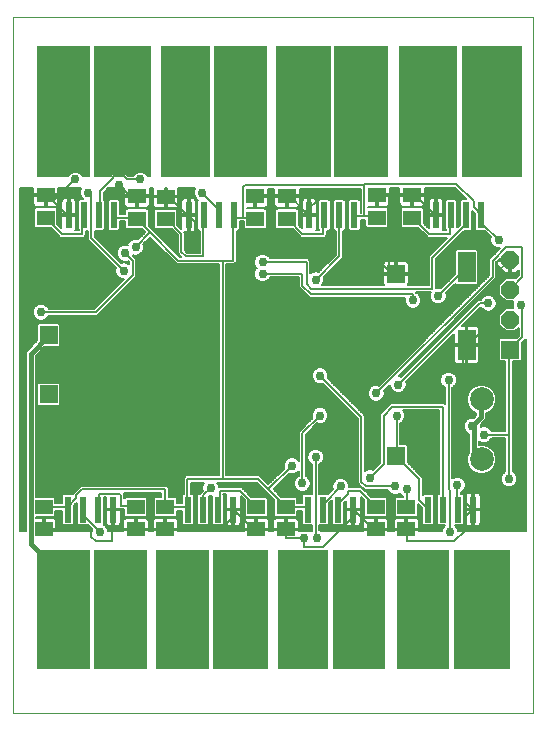
<source format=gtl>
G75*
%MOIN*%
%OFA0B0*%
%FSLAX25Y25*%
%IPPOS*%
%LPD*%
%AMOC8*
5,1,8,0,0,1.08239X$1,22.5*
%
%ADD10C,0.00000*%
%ADD11R,0.02362X0.08661*%
%ADD12R,0.06000X0.06000*%
%ADD13OC8,0.06000*%
%ADD14R,0.06000X0.10000*%
%ADD15R,0.05906X0.05118*%
%ADD16C,0.07874*%
%ADD17C,0.00600*%
%ADD18C,0.02978*%
%ADD19C,0.00100*%
%ADD20C,0.03175*%
%ADD21C,0.01500*%
%ADD22C,0.00039*%
D10*
X0001300Y0001031D02*
X0001300Y0232921D01*
X0174528Y0232921D01*
X0174528Y0001031D01*
X0001300Y0001031D01*
D11*
X0019713Y0048252D03*
X0024713Y0048252D03*
X0029713Y0048252D03*
X0034713Y0048252D03*
X0034713Y0068724D03*
X0029713Y0068724D03*
X0024713Y0068724D03*
X0019713Y0068724D03*
X0059696Y0068724D03*
X0064696Y0068724D03*
X0069696Y0068724D03*
X0074696Y0068724D03*
X0074696Y0048252D03*
X0069696Y0048252D03*
X0064696Y0048252D03*
X0059696Y0048252D03*
X0099679Y0048252D03*
X0104679Y0048252D03*
X0109679Y0048252D03*
X0114679Y0048252D03*
X0114679Y0068724D03*
X0109679Y0068724D03*
X0104679Y0068724D03*
X0099679Y0068724D03*
X0139662Y0068724D03*
X0144662Y0068724D03*
X0149662Y0068724D03*
X0154662Y0068724D03*
X0154662Y0048252D03*
X0149662Y0048252D03*
X0144662Y0048252D03*
X0139662Y0048252D03*
X0142316Y0166878D03*
X0147316Y0166878D03*
X0152316Y0166878D03*
X0157316Y0166878D03*
X0157316Y0187350D03*
X0152316Y0187350D03*
X0147316Y0187350D03*
X0142316Y0187350D03*
X0115087Y0187350D03*
X0110087Y0187350D03*
X0105087Y0187350D03*
X0100087Y0187350D03*
X0100087Y0166878D03*
X0105087Y0166878D03*
X0110087Y0166878D03*
X0115087Y0166878D03*
X0074847Y0166878D03*
X0069847Y0166878D03*
X0064847Y0166878D03*
X0059847Y0166878D03*
X0059847Y0187350D03*
X0064847Y0187350D03*
X0069847Y0187350D03*
X0074847Y0187350D03*
X0034883Y0187350D03*
X0029883Y0187350D03*
X0024883Y0187350D03*
X0019883Y0187350D03*
X0019883Y0166878D03*
X0024883Y0166878D03*
X0029883Y0166878D03*
X0034883Y0166878D03*
D12*
X0013170Y0126843D03*
X0013170Y0107157D03*
X0128918Y0086685D03*
X0167087Y0121976D03*
X0128918Y0147315D03*
D13*
X0167087Y0151976D03*
X0167087Y0141976D03*
X0167087Y0131976D03*
D14*
X0152481Y0123543D03*
X0152481Y0149543D03*
D15*
X0134379Y0166020D03*
X0134379Y0173500D03*
X0122552Y0173500D03*
X0122552Y0166020D03*
X0092646Y0165626D03*
X0092646Y0173106D03*
X0082001Y0173106D03*
X0082001Y0165626D03*
X0052209Y0165571D03*
X0052209Y0173051D03*
X0042631Y0173106D03*
X0042631Y0165626D03*
X0012202Y0165986D03*
X0012202Y0173467D03*
X0011532Y0069567D03*
X0011532Y0062087D03*
X0042249Y0062087D03*
X0042249Y0069567D03*
X0052083Y0069567D03*
X0052083Y0062087D03*
X0082406Y0062087D03*
X0082406Y0069567D03*
X0092241Y0069567D03*
X0092241Y0062087D03*
X0122170Y0062087D03*
X0122170Y0069567D03*
X0132406Y0069567D03*
X0132406Y0062087D03*
D16*
X0157501Y0085437D03*
X0157501Y0105437D03*
X0157870Y0023650D03*
X0137870Y0023650D03*
X0117870Y0023650D03*
X0097870Y0023650D03*
X0077870Y0023650D03*
X0057870Y0023650D03*
X0037870Y0023650D03*
X0017870Y0023650D03*
X0017958Y0211091D03*
X0037958Y0211091D03*
X0057958Y0211091D03*
X0077958Y0211091D03*
X0097958Y0211091D03*
X0117958Y0211091D03*
X0137958Y0211091D03*
X0157958Y0211091D03*
D17*
X0148938Y0177311D02*
X0118426Y0177311D01*
X0118426Y0176819D01*
X0078564Y0176819D01*
X0078072Y0176327D01*
X0078072Y0165992D01*
X0081517Y0165992D01*
X0082001Y0165626D01*
X0079272Y0169085D02*
X0079272Y0169247D01*
X0081701Y0169247D01*
X0081701Y0172806D01*
X0082301Y0172806D01*
X0082301Y0173406D01*
X0086254Y0173406D01*
X0086254Y0175619D01*
X0088394Y0175619D01*
X0088394Y0173406D01*
X0092346Y0173406D01*
X0092346Y0172806D01*
X0088394Y0172806D01*
X0088394Y0170376D01*
X0088482Y0170045D01*
X0088653Y0169749D01*
X0088895Y0169507D01*
X0089192Y0169336D01*
X0089523Y0169247D01*
X0092346Y0169247D01*
X0092346Y0172806D01*
X0092946Y0172806D01*
X0092946Y0169247D01*
X0095770Y0169247D01*
X0096101Y0169336D01*
X0096397Y0169507D01*
X0096639Y0169749D01*
X0096811Y0170045D01*
X0096899Y0170376D01*
X0096899Y0172806D01*
X0092946Y0172806D01*
X0092946Y0173406D01*
X0096899Y0173406D01*
X0096899Y0175619D01*
X0117226Y0175619D01*
X0117226Y0167684D01*
X0117168Y0167684D01*
X0117168Y0171581D01*
X0116641Y0172109D01*
X0113534Y0172109D01*
X0113006Y0171581D01*
X0113006Y0162174D01*
X0113534Y0161647D01*
X0116641Y0161647D01*
X0117168Y0162174D01*
X0117168Y0165284D01*
X0118699Y0165284D01*
X0118699Y0163088D01*
X0119226Y0162561D01*
X0125878Y0162561D01*
X0126405Y0163088D01*
X0126405Y0168952D01*
X0125878Y0169479D01*
X0119626Y0169479D01*
X0119626Y0169641D01*
X0122252Y0169641D01*
X0122252Y0173200D01*
X0122852Y0173200D01*
X0122852Y0173800D01*
X0126805Y0173800D01*
X0126805Y0175835D01*
X0130126Y0175835D01*
X0130126Y0173800D01*
X0134079Y0173800D01*
X0134079Y0173200D01*
X0134679Y0173200D01*
X0134679Y0173800D01*
X0138631Y0173800D01*
X0138631Y0175835D01*
X0148717Y0175835D01*
X0152443Y0172109D01*
X0150762Y0172109D01*
X0150235Y0171581D01*
X0150235Y0163573D01*
X0149397Y0162735D01*
X0149397Y0171581D01*
X0148870Y0172109D01*
X0145762Y0172109D01*
X0145235Y0171581D01*
X0145235Y0162174D01*
X0145630Y0161779D01*
X0144554Y0161779D01*
X0144708Y0162045D01*
X0144797Y0162376D01*
X0144797Y0166587D01*
X0142606Y0166587D01*
X0142606Y0167169D01*
X0142025Y0167169D01*
X0142025Y0172509D01*
X0140963Y0172509D01*
X0140633Y0172420D01*
X0140336Y0172249D01*
X0140094Y0172007D01*
X0139923Y0171710D01*
X0139835Y0171380D01*
X0139835Y0167169D01*
X0142025Y0167169D01*
X0142025Y0166587D01*
X0139835Y0166587D01*
X0139835Y0162521D01*
X0138231Y0164124D01*
X0138231Y0168952D01*
X0137704Y0169479D01*
X0131053Y0169479D01*
X0130526Y0168952D01*
X0130526Y0163088D01*
X0131053Y0162561D01*
X0136401Y0162561D01*
X0138880Y0160082D01*
X0139582Y0159379D01*
X0146041Y0159379D01*
X0139864Y0153202D01*
X0139864Y0143570D01*
X0132989Y0143570D01*
X0133130Y0143813D01*
X0133218Y0144144D01*
X0133218Y0147015D01*
X0129218Y0147015D01*
X0129218Y0147615D01*
X0128618Y0147615D01*
X0128618Y0147015D01*
X0124618Y0147015D01*
X0124618Y0144144D01*
X0124707Y0143813D01*
X0124847Y0143570D01*
X0104377Y0143570D01*
X0104550Y0143743D01*
X0104975Y0144768D01*
X0104975Y0145878D01*
X0104817Y0146257D01*
X0110557Y0151997D01*
X0111260Y0152700D01*
X0111260Y0161647D01*
X0111641Y0161647D01*
X0112168Y0162174D01*
X0112168Y0171581D01*
X0111641Y0172109D01*
X0108534Y0172109D01*
X0108006Y0171581D01*
X0108006Y0162174D01*
X0108534Y0161647D01*
X0108860Y0161647D01*
X0108860Y0153694D01*
X0103120Y0147954D01*
X0102741Y0148112D01*
X0101631Y0148112D01*
X0100606Y0147687D01*
X0100433Y0147514D01*
X0100433Y0151725D01*
X0099730Y0152428D01*
X0086991Y0152428D01*
X0086834Y0152808D01*
X0086049Y0153593D01*
X0085024Y0154017D01*
X0083915Y0154017D01*
X0082889Y0153593D01*
X0082105Y0152808D01*
X0081680Y0151783D01*
X0081680Y0150674D01*
X0082105Y0149649D01*
X0082494Y0149260D01*
X0082105Y0148871D01*
X0081680Y0147846D01*
X0081680Y0146737D01*
X0082105Y0145712D01*
X0082889Y0144927D01*
X0083915Y0144502D01*
X0085024Y0144502D01*
X0086049Y0144927D01*
X0086834Y0145712D01*
X0086991Y0146091D01*
X0096557Y0146091D01*
X0096557Y0142857D01*
X0099509Y0139905D01*
X0100212Y0139202D01*
X0131966Y0139202D01*
X0131877Y0138988D01*
X0131877Y0137878D01*
X0132302Y0136853D01*
X0133086Y0136069D01*
X0134111Y0135644D01*
X0135221Y0135644D01*
X0136246Y0136069D01*
X0137031Y0136853D01*
X0137455Y0137878D01*
X0137455Y0138988D01*
X0137031Y0140013D01*
X0136246Y0140797D01*
X0135770Y0140994D01*
X0135595Y0141170D01*
X0140536Y0141170D01*
X0140243Y0140464D01*
X0140243Y0139355D01*
X0140668Y0138330D01*
X0141452Y0137545D01*
X0142478Y0137120D01*
X0143587Y0137120D01*
X0144612Y0137545D01*
X0145397Y0138330D01*
X0145821Y0139355D01*
X0145821Y0140464D01*
X0145664Y0140844D01*
X0148786Y0143966D01*
X0149108Y0143643D01*
X0155854Y0143643D01*
X0156381Y0144171D01*
X0156381Y0154916D01*
X0155854Y0155443D01*
X0149108Y0155443D01*
X0148581Y0154916D01*
X0148581Y0147155D01*
X0143967Y0142541D01*
X0143587Y0142698D01*
X0142478Y0142698D01*
X0142264Y0142610D01*
X0142264Y0152208D01*
X0151703Y0161647D01*
X0153870Y0161647D01*
X0154397Y0162174D01*
X0154397Y0168186D01*
X0155235Y0167349D01*
X0155235Y0162174D01*
X0155762Y0161647D01*
X0158475Y0161647D01*
X0160578Y0159545D01*
X0160420Y0159165D01*
X0160420Y0158055D01*
X0160845Y0157030D01*
X0161630Y0156246D01*
X0162655Y0155821D01*
X0163645Y0155821D01*
X0160041Y0152218D01*
X0160041Y0146804D01*
X0123298Y0110061D01*
X0122918Y0110218D01*
X0121808Y0110218D01*
X0120783Y0109794D01*
X0119999Y0109009D01*
X0119574Y0107984D01*
X0119574Y0106874D01*
X0119999Y0105849D01*
X0120783Y0105065D01*
X0121808Y0104640D01*
X0122918Y0104640D01*
X0123943Y0105065D01*
X0124727Y0105849D01*
X0125152Y0106874D01*
X0125152Y0107984D01*
X0124995Y0108364D01*
X0126956Y0110325D01*
X0126956Y0109827D01*
X0127380Y0108802D01*
X0128165Y0108018D01*
X0129190Y0107593D01*
X0130300Y0107593D01*
X0131325Y0108018D01*
X0132109Y0108802D01*
X0132534Y0109827D01*
X0132534Y0110937D01*
X0143840Y0110937D01*
X0143688Y0111303D02*
X0144113Y0110278D01*
X0144897Y0109494D01*
X0145277Y0109337D01*
X0145277Y0103929D01*
X0145006Y0104200D01*
X0127279Y0104200D01*
X0126576Y0103497D01*
X0123624Y0100544D01*
X0123624Y0084304D01*
X0121329Y0082010D01*
X0120949Y0082167D01*
X0119840Y0082167D01*
X0118815Y0081742D01*
X0118642Y0081569D01*
X0118642Y0100052D01*
X0117939Y0100755D01*
X0106294Y0112400D01*
X0106451Y0112780D01*
X0106451Y0113889D01*
X0106027Y0114914D01*
X0105242Y0115699D01*
X0104217Y0116124D01*
X0103107Y0116124D01*
X0102082Y0115699D01*
X0101298Y0114914D01*
X0100873Y0113889D01*
X0100873Y0112780D01*
X0101298Y0111755D01*
X0102082Y0110970D01*
X0103107Y0110546D01*
X0104217Y0110546D01*
X0104597Y0110703D01*
X0116242Y0099058D01*
X0116242Y0077405D01*
X0117718Y0075928D01*
X0118421Y0075225D01*
X0126239Y0075225D01*
X0126396Y0074845D01*
X0127181Y0074061D01*
X0128206Y0073636D01*
X0129315Y0073636D01*
X0130264Y0074029D01*
X0130333Y0073861D01*
X0131118Y0073077D01*
X0131240Y0073026D01*
X0129081Y0073026D01*
X0128554Y0072499D01*
X0128554Y0066635D01*
X0129081Y0066108D01*
X0135732Y0066108D01*
X0136259Y0066635D01*
X0136259Y0070675D01*
X0137581Y0069353D01*
X0137581Y0064021D01*
X0138108Y0063494D01*
X0141216Y0063494D01*
X0141743Y0064021D01*
X0141743Y0073428D01*
X0141216Y0073955D01*
X0138108Y0073955D01*
X0137835Y0073681D01*
X0137835Y0079383D01*
X0132818Y0084399D01*
X0132818Y0090058D01*
X0132291Y0090585D01*
X0130453Y0090585D01*
X0130453Y0097526D01*
X0130833Y0097683D01*
X0131617Y0098467D01*
X0132042Y0099492D01*
X0132042Y0100602D01*
X0131617Y0101627D01*
X0131444Y0101800D01*
X0143309Y0101800D01*
X0143309Y0073955D01*
X0143108Y0073955D01*
X0142581Y0073428D01*
X0142581Y0064021D01*
X0143108Y0063494D01*
X0145350Y0063494D01*
X0144605Y0062749D01*
X0144180Y0061724D01*
X0144180Y0061661D01*
X0136659Y0061661D01*
X0136659Y0061787D01*
X0132706Y0061787D01*
X0132706Y0062387D01*
X0132106Y0062387D01*
X0132106Y0065946D01*
X0129282Y0065946D01*
X0128952Y0065857D01*
X0128655Y0065686D01*
X0128413Y0065444D01*
X0128242Y0065147D01*
X0128154Y0064817D01*
X0128154Y0062387D01*
X0132106Y0062387D01*
X0132106Y0061787D01*
X0128154Y0061787D01*
X0128154Y0061661D01*
X0126423Y0061661D01*
X0126423Y0061787D01*
X0122470Y0061787D01*
X0122470Y0062387D01*
X0121870Y0062387D01*
X0121870Y0065946D01*
X0119046Y0065946D01*
X0118716Y0065857D01*
X0118419Y0065686D01*
X0118177Y0065444D01*
X0118006Y0065147D01*
X0117917Y0064817D01*
X0117917Y0062387D01*
X0121870Y0062387D01*
X0121870Y0061787D01*
X0117917Y0061787D01*
X0117917Y0061661D01*
X0104025Y0061661D01*
X0103386Y0061926D01*
X0103386Y0063494D01*
X0106233Y0063494D01*
X0106760Y0064021D01*
X0106760Y0070937D01*
X0107598Y0071774D01*
X0107598Y0064021D01*
X0108125Y0063494D01*
X0111233Y0063494D01*
X0111760Y0064021D01*
X0111760Y0071015D01*
X0112198Y0071453D01*
X0112198Y0069015D01*
X0114389Y0069015D01*
X0114389Y0068434D01*
X0114970Y0068434D01*
X0114970Y0069015D01*
X0117160Y0069015D01*
X0117160Y0073041D01*
X0118317Y0071884D01*
X0118317Y0066635D01*
X0118845Y0066108D01*
X0125496Y0066108D01*
X0126023Y0066635D01*
X0126023Y0072499D01*
X0125496Y0073026D01*
X0120569Y0073026D01*
X0118150Y0075446D01*
X0117447Y0076149D01*
X0113341Y0076149D01*
X0113341Y0076980D01*
X0112916Y0078005D01*
X0112132Y0078790D01*
X0111107Y0079214D01*
X0109997Y0079214D01*
X0108972Y0078790D01*
X0108188Y0078005D01*
X0107763Y0076980D01*
X0107763Y0075870D01*
X0107920Y0075491D01*
X0106309Y0073879D01*
X0106233Y0073955D01*
X0103386Y0073955D01*
X0103386Y0083746D01*
X0103766Y0083903D01*
X0104550Y0084688D01*
X0104975Y0085713D01*
X0104975Y0086822D01*
X0104550Y0087848D01*
X0103766Y0088632D01*
X0102741Y0089057D01*
X0101631Y0089057D01*
X0100606Y0088632D01*
X0099821Y0087848D01*
X0099397Y0086822D01*
X0099397Y0085713D01*
X0099821Y0084688D01*
X0100606Y0083903D01*
X0100986Y0083746D01*
X0100986Y0073955D01*
X0098125Y0073955D01*
X0097598Y0073428D01*
X0097598Y0070735D01*
X0096094Y0070735D01*
X0096094Y0072499D01*
X0095566Y0073026D01*
X0090550Y0073026D01*
X0088135Y0075441D01*
X0093377Y0080683D01*
X0093757Y0080526D01*
X0094867Y0080526D01*
X0095892Y0080951D01*
X0096557Y0081616D01*
X0096557Y0079931D01*
X0096177Y0079774D01*
X0095392Y0078989D01*
X0094968Y0077964D01*
X0094968Y0076855D01*
X0095392Y0075830D01*
X0096177Y0075045D01*
X0097202Y0074620D01*
X0098311Y0074620D01*
X0099337Y0075045D01*
X0100121Y0075830D01*
X0100546Y0076855D01*
X0100546Y0077964D01*
X0100121Y0078989D01*
X0099337Y0079774D01*
X0098957Y0079931D01*
X0098957Y0093645D01*
X0102728Y0097416D01*
X0103107Y0097258D01*
X0104217Y0097258D01*
X0105242Y0097683D01*
X0106027Y0098467D01*
X0106451Y0099492D01*
X0106451Y0100602D01*
X0106027Y0101627D01*
X0105242Y0102412D01*
X0104217Y0102836D01*
X0103107Y0102836D01*
X0102082Y0102412D01*
X0101298Y0101627D01*
X0100873Y0100602D01*
X0100873Y0099492D01*
X0101031Y0099113D01*
X0097260Y0095342D01*
X0096557Y0094639D01*
X0096557Y0085014D01*
X0095892Y0085679D01*
X0094867Y0086104D01*
X0093757Y0086104D01*
X0092732Y0085679D01*
X0091947Y0084895D01*
X0091523Y0083870D01*
X0091523Y0082760D01*
X0091680Y0082380D01*
X0086438Y0077138D01*
X0084193Y0079383D01*
X0083490Y0080086D01*
X0072382Y0080086D01*
X0072382Y0150520D01*
X0075124Y0150520D01*
X0075827Y0151223D01*
X0075827Y0161647D01*
X0076401Y0161647D01*
X0076928Y0162174D01*
X0076928Y0164792D01*
X0078148Y0164792D01*
X0078148Y0162694D01*
X0078675Y0162167D01*
X0085326Y0162167D01*
X0085854Y0162694D01*
X0085854Y0168558D01*
X0085326Y0169085D01*
X0079272Y0169085D01*
X0081701Y0169591D02*
X0082301Y0169591D01*
X0082301Y0169247D02*
X0085125Y0169247D01*
X0085455Y0169336D01*
X0085752Y0169507D01*
X0085994Y0169749D01*
X0086165Y0170045D01*
X0086254Y0170376D01*
X0086254Y0172806D01*
X0082301Y0172806D01*
X0082301Y0169247D01*
X0082301Y0170189D02*
X0081701Y0170189D01*
X0081701Y0170788D02*
X0082301Y0170788D01*
X0082301Y0171386D02*
X0081701Y0171386D01*
X0081701Y0171985D02*
X0082301Y0171985D01*
X0082301Y0172584D02*
X0081701Y0172584D01*
X0082001Y0173106D02*
X0082009Y0173374D01*
X0092343Y0173374D01*
X0092646Y0173106D01*
X0092835Y0172882D01*
X0093820Y0172882D01*
X0098741Y0167961D01*
X0103170Y0172390D01*
X0112520Y0172390D01*
X0112520Y0162547D01*
X0126792Y0148276D01*
X0128918Y0147315D01*
X0128761Y0147783D01*
X0127284Y0147783D01*
X0126792Y0148276D01*
X0126792Y0173374D01*
X0122855Y0173374D01*
X0122552Y0173500D01*
X0122852Y0173781D02*
X0134079Y0173781D01*
X0134379Y0173500D02*
X0134666Y0173374D01*
X0135650Y0173374D01*
X0142048Y0166976D01*
X0142316Y0166878D01*
X0142606Y0166598D02*
X0145235Y0166598D01*
X0145235Y0166000D02*
X0144797Y0166000D01*
X0144797Y0165401D02*
X0145235Y0165401D01*
X0145235Y0164803D02*
X0144797Y0164803D01*
X0144797Y0164204D02*
X0145235Y0164204D01*
X0145235Y0163606D02*
X0144797Y0163606D01*
X0144797Y0163007D02*
X0145235Y0163007D01*
X0145235Y0162409D02*
X0144797Y0162409D01*
X0144572Y0161810D02*
X0145599Y0161810D01*
X0146969Y0160579D02*
X0146969Y0166484D01*
X0147316Y0166878D01*
X0149397Y0166598D02*
X0150235Y0166598D01*
X0150235Y0166000D02*
X0149397Y0166000D01*
X0149397Y0165401D02*
X0150235Y0165401D01*
X0150235Y0164803D02*
X0149397Y0164803D01*
X0149397Y0164204D02*
X0150235Y0164204D01*
X0150235Y0163606D02*
X0149397Y0163606D01*
X0149397Y0163007D02*
X0149669Y0163007D01*
X0151891Y0163531D02*
X0151891Y0166484D01*
X0152316Y0166878D01*
X0154397Y0166598D02*
X0155235Y0166598D01*
X0155235Y0166000D02*
X0154397Y0166000D01*
X0154397Y0165401D02*
X0155235Y0165401D01*
X0155235Y0164803D02*
X0154397Y0164803D01*
X0154397Y0164204D02*
X0155235Y0164204D01*
X0155235Y0163606D02*
X0154397Y0163606D01*
X0154397Y0163007D02*
X0155235Y0163007D01*
X0155235Y0162409D02*
X0154397Y0162409D01*
X0154033Y0161810D02*
X0155599Y0161810D01*
X0157796Y0164024D02*
X0157796Y0166484D01*
X0157316Y0166878D01*
X0157304Y0166976D01*
X0154843Y0169437D01*
X0154843Y0171406D01*
X0148938Y0177311D01*
X0148976Y0175576D02*
X0138631Y0175576D01*
X0138631Y0174978D02*
X0149574Y0174978D01*
X0150173Y0174379D02*
X0138631Y0174379D01*
X0138631Y0173200D02*
X0134679Y0173200D01*
X0134679Y0169641D01*
X0137503Y0169641D01*
X0137833Y0169730D01*
X0138130Y0169901D01*
X0138372Y0170143D01*
X0138543Y0170439D01*
X0138631Y0170770D01*
X0138631Y0173200D01*
X0138631Y0173182D02*
X0151370Y0173182D01*
X0151968Y0172584D02*
X0138631Y0172584D01*
X0138631Y0171985D02*
X0140082Y0171985D01*
X0139836Y0171386D02*
X0138631Y0171386D01*
X0138631Y0170788D02*
X0139835Y0170788D01*
X0139835Y0170189D02*
X0138399Y0170189D01*
X0138191Y0168992D02*
X0139835Y0168992D01*
X0139835Y0168394D02*
X0138231Y0168394D01*
X0138231Y0167795D02*
X0139835Y0167795D01*
X0139835Y0167197D02*
X0138231Y0167197D01*
X0138231Y0166598D02*
X0142025Y0166598D01*
X0142025Y0167197D02*
X0142606Y0167197D01*
X0142606Y0167169D02*
X0142606Y0172509D01*
X0143668Y0172509D01*
X0143999Y0172420D01*
X0144295Y0172249D01*
X0144537Y0172007D01*
X0144708Y0171710D01*
X0144797Y0171380D01*
X0144797Y0167169D01*
X0142606Y0167169D01*
X0142606Y0167795D02*
X0142025Y0167795D01*
X0142025Y0168394D02*
X0142606Y0168394D01*
X0142606Y0168992D02*
X0142025Y0168992D01*
X0142025Y0169591D02*
X0142606Y0169591D01*
X0142606Y0170189D02*
X0142025Y0170189D01*
X0142025Y0170788D02*
X0142606Y0170788D01*
X0142606Y0171386D02*
X0142025Y0171386D01*
X0142025Y0171985D02*
X0142606Y0171985D01*
X0144550Y0171985D02*
X0145638Y0171985D01*
X0145235Y0171386D02*
X0144795Y0171386D01*
X0144797Y0170788D02*
X0145235Y0170788D01*
X0145235Y0170189D02*
X0144797Y0170189D01*
X0144797Y0169591D02*
X0145235Y0169591D01*
X0145235Y0168992D02*
X0144797Y0168992D01*
X0144797Y0168394D02*
X0145235Y0168394D01*
X0145235Y0167795D02*
X0144797Y0167795D01*
X0144797Y0167197D02*
X0145235Y0167197D01*
X0149397Y0167197D02*
X0150235Y0167197D01*
X0150235Y0167795D02*
X0149397Y0167795D01*
X0149397Y0168394D02*
X0150235Y0168394D01*
X0150235Y0168992D02*
X0149397Y0168992D01*
X0149397Y0169591D02*
X0150235Y0169591D01*
X0150235Y0170189D02*
X0149397Y0170189D01*
X0149397Y0170788D02*
X0150235Y0170788D01*
X0150235Y0171386D02*
X0149397Y0171386D01*
X0148993Y0171985D02*
X0150638Y0171985D01*
X0150771Y0173781D02*
X0134679Y0173781D01*
X0134379Y0173500D02*
X0134174Y0173374D01*
X0126792Y0173374D01*
X0126805Y0173200D02*
X0122852Y0173200D01*
X0122852Y0169641D01*
X0125676Y0169641D01*
X0126006Y0169730D01*
X0126303Y0169901D01*
X0126545Y0170143D01*
X0126716Y0170439D01*
X0126805Y0170770D01*
X0126805Y0173200D01*
X0126805Y0173182D02*
X0130126Y0173182D01*
X0130126Y0173200D02*
X0130126Y0170770D01*
X0130215Y0170439D01*
X0130386Y0170143D01*
X0130628Y0169901D01*
X0130924Y0169730D01*
X0131255Y0169641D01*
X0134079Y0169641D01*
X0134079Y0173200D01*
X0130126Y0173200D01*
X0130126Y0172584D02*
X0126805Y0172584D01*
X0126805Y0171985D02*
X0130126Y0171985D01*
X0130126Y0171386D02*
X0126805Y0171386D01*
X0126805Y0170788D02*
X0130126Y0170788D01*
X0130359Y0170189D02*
X0126572Y0170189D01*
X0126364Y0168992D02*
X0130567Y0168992D01*
X0130526Y0168394D02*
X0126405Y0168394D01*
X0126405Y0167795D02*
X0130526Y0167795D01*
X0130526Y0167197D02*
X0126405Y0167197D01*
X0126405Y0166598D02*
X0130526Y0166598D01*
X0130526Y0166000D02*
X0126405Y0166000D01*
X0126405Y0165401D02*
X0130526Y0165401D01*
X0130526Y0164803D02*
X0126405Y0164803D01*
X0126405Y0164204D02*
X0130526Y0164204D01*
X0130526Y0163606D02*
X0126405Y0163606D01*
X0126324Y0163007D02*
X0130606Y0163007D01*
X0134379Y0166020D02*
X0134666Y0165992D01*
X0140080Y0160579D01*
X0146969Y0160579D01*
X0145480Y0158818D02*
X0111260Y0158818D01*
X0111260Y0159416D02*
X0139545Y0159416D01*
X0138946Y0160015D02*
X0111260Y0160015D01*
X0111260Y0160613D02*
X0138348Y0160613D01*
X0137749Y0161212D02*
X0111260Y0161212D01*
X0111804Y0161810D02*
X0113370Y0161810D01*
X0113006Y0162409D02*
X0112168Y0162409D01*
X0112168Y0163007D02*
X0113006Y0163007D01*
X0113006Y0163606D02*
X0112168Y0163606D01*
X0112168Y0164204D02*
X0113006Y0164204D01*
X0113006Y0164803D02*
X0112168Y0164803D01*
X0112168Y0165401D02*
X0113006Y0165401D01*
X0113006Y0166000D02*
X0112168Y0166000D01*
X0112168Y0166598D02*
X0113006Y0166598D01*
X0113006Y0167197D02*
X0112168Y0167197D01*
X0112168Y0167795D02*
X0113006Y0167795D01*
X0113006Y0168394D02*
X0112168Y0168394D01*
X0112168Y0168992D02*
X0113006Y0168992D01*
X0113006Y0169591D02*
X0112168Y0169591D01*
X0112168Y0170189D02*
X0113006Y0170189D01*
X0113006Y0170788D02*
X0112168Y0170788D01*
X0112168Y0171386D02*
X0113006Y0171386D01*
X0113410Y0171985D02*
X0111765Y0171985D01*
X0108410Y0171985D02*
X0106765Y0171985D01*
X0106641Y0172109D02*
X0103534Y0172109D01*
X0103006Y0171581D01*
X0103006Y0162174D01*
X0103402Y0161779D01*
X0102326Y0161779D01*
X0102480Y0162045D01*
X0102568Y0162376D01*
X0102568Y0166587D01*
X0100378Y0166587D01*
X0100378Y0167169D01*
X0099797Y0167169D01*
X0099797Y0172509D01*
X0098735Y0172509D01*
X0098405Y0172420D01*
X0098108Y0172249D01*
X0097866Y0172007D01*
X0097695Y0171710D01*
X0097606Y0171380D01*
X0097606Y0167169D01*
X0099797Y0167169D01*
X0099797Y0166587D01*
X0097606Y0166587D01*
X0097606Y0162426D01*
X0096499Y0163533D01*
X0096499Y0168558D01*
X0095972Y0169085D01*
X0089321Y0169085D01*
X0088794Y0168558D01*
X0088794Y0162694D01*
X0089321Y0162167D01*
X0094471Y0162167D01*
X0096557Y0160082D01*
X0097260Y0159379D01*
X0105144Y0159379D01*
X0105846Y0160082D01*
X0105846Y0161647D01*
X0106641Y0161647D01*
X0107168Y0162174D01*
X0107168Y0171581D01*
X0106641Y0172109D01*
X0107168Y0171386D02*
X0108006Y0171386D01*
X0108006Y0170788D02*
X0107168Y0170788D01*
X0107168Y0170189D02*
X0108006Y0170189D01*
X0108006Y0169591D02*
X0107168Y0169591D01*
X0107168Y0168992D02*
X0108006Y0168992D01*
X0108006Y0168394D02*
X0107168Y0168394D01*
X0107168Y0167795D02*
X0108006Y0167795D01*
X0108006Y0167197D02*
X0107168Y0167197D01*
X0107168Y0166598D02*
X0108006Y0166598D01*
X0108006Y0166000D02*
X0107168Y0166000D01*
X0107168Y0165401D02*
X0108006Y0165401D01*
X0108006Y0164803D02*
X0107168Y0164803D01*
X0107168Y0164204D02*
X0108006Y0164204D01*
X0108006Y0163606D02*
X0107168Y0163606D01*
X0107168Y0163007D02*
X0108006Y0163007D01*
X0108006Y0162409D02*
X0107168Y0162409D01*
X0106804Y0161810D02*
X0108370Y0161810D01*
X0108860Y0161212D02*
X0105846Y0161212D01*
X0105846Y0160613D02*
X0108860Y0160613D01*
X0108860Y0160015D02*
X0105780Y0160015D01*
X0105181Y0159416D02*
X0108860Y0159416D01*
X0108860Y0158818D02*
X0075827Y0158818D01*
X0075827Y0159416D02*
X0097222Y0159416D01*
X0096624Y0160015D02*
X0075827Y0160015D01*
X0075827Y0160613D02*
X0096025Y0160613D01*
X0095427Y0161212D02*
X0075827Y0161212D01*
X0076564Y0161810D02*
X0094828Y0161810D01*
X0096499Y0163606D02*
X0097606Y0163606D01*
X0097606Y0164204D02*
X0096499Y0164204D01*
X0096499Y0164803D02*
X0097606Y0164803D01*
X0097606Y0165401D02*
X0096499Y0165401D01*
X0096499Y0166000D02*
X0097606Y0166000D01*
X0097606Y0167197D02*
X0096499Y0167197D01*
X0096499Y0167795D02*
X0097606Y0167795D01*
X0097606Y0168394D02*
X0096499Y0168394D01*
X0096065Y0168992D02*
X0097606Y0168992D01*
X0097606Y0169591D02*
X0096481Y0169591D01*
X0096849Y0170189D02*
X0097606Y0170189D01*
X0097606Y0170788D02*
X0096899Y0170788D01*
X0096899Y0171386D02*
X0097608Y0171386D01*
X0097853Y0171985D02*
X0096899Y0171985D01*
X0096899Y0172584D02*
X0117226Y0172584D01*
X0117226Y0173182D02*
X0092946Y0173182D01*
X0092946Y0172584D02*
X0092346Y0172584D01*
X0092346Y0173182D02*
X0082301Y0173182D01*
X0085836Y0169591D02*
X0088812Y0169591D01*
X0088444Y0170189D02*
X0086204Y0170189D01*
X0086254Y0170788D02*
X0088394Y0170788D01*
X0088394Y0171386D02*
X0086254Y0171386D01*
X0086254Y0171985D02*
X0088394Y0171985D01*
X0088394Y0172584D02*
X0086254Y0172584D01*
X0086254Y0173781D02*
X0088394Y0173781D01*
X0088394Y0174379D02*
X0086254Y0174379D01*
X0086254Y0174978D02*
X0088394Y0174978D01*
X0088394Y0175576D02*
X0086254Y0175576D01*
X0085419Y0168992D02*
X0089228Y0168992D01*
X0088794Y0168394D02*
X0085854Y0168394D01*
X0085854Y0167795D02*
X0088794Y0167795D01*
X0088794Y0167197D02*
X0085854Y0167197D01*
X0085854Y0166598D02*
X0088794Y0166598D01*
X0088794Y0166000D02*
X0085854Y0166000D01*
X0085854Y0165401D02*
X0088794Y0165401D01*
X0088794Y0164803D02*
X0085854Y0164803D01*
X0085854Y0164204D02*
X0088794Y0164204D01*
X0088794Y0163606D02*
X0085854Y0163606D01*
X0085854Y0163007D02*
X0088794Y0163007D01*
X0089079Y0162409D02*
X0085568Y0162409D01*
X0078433Y0162409D02*
X0076928Y0162409D01*
X0076928Y0163007D02*
X0078148Y0163007D01*
X0078148Y0163606D02*
X0076928Y0163606D01*
X0076928Y0164204D02*
X0078148Y0164204D01*
X0078072Y0165992D02*
X0075119Y0165992D01*
X0075119Y0166484D01*
X0074847Y0166878D01*
X0074627Y0166484D01*
X0074627Y0151720D01*
X0071182Y0151720D01*
X0071182Y0078886D01*
X0082993Y0078886D01*
X0086438Y0075441D01*
X0094312Y0083315D01*
X0091523Y0083405D02*
X0072382Y0083405D01*
X0072382Y0082807D02*
X0091523Y0082807D01*
X0091508Y0082208D02*
X0072382Y0082208D01*
X0072382Y0081610D02*
X0090910Y0081610D01*
X0090311Y0081011D02*
X0072382Y0081011D01*
X0072382Y0080413D02*
X0089713Y0080413D01*
X0089114Y0079814D02*
X0083762Y0079814D01*
X0084193Y0079383D02*
X0084193Y0079383D01*
X0084360Y0079216D02*
X0088516Y0079216D01*
X0087917Y0078617D02*
X0084959Y0078617D01*
X0085557Y0078019D02*
X0087319Y0078019D01*
X0086720Y0077420D02*
X0086156Y0077420D01*
X0086438Y0075441D02*
X0091851Y0070028D01*
X0092241Y0069567D01*
X0092343Y0069535D01*
X0099233Y0069535D01*
X0099233Y0069043D01*
X0099679Y0068724D01*
X0097598Y0068335D02*
X0097598Y0064021D01*
X0098125Y0063494D01*
X0100986Y0063494D01*
X0100986Y0061661D01*
X0096494Y0061661D01*
X0096494Y0061787D01*
X0092541Y0061787D01*
X0092541Y0062387D01*
X0091941Y0062387D01*
X0091941Y0065946D01*
X0089117Y0065946D01*
X0088786Y0065857D01*
X0088490Y0065686D01*
X0088248Y0065444D01*
X0088077Y0065147D01*
X0087988Y0064817D01*
X0087988Y0062387D01*
X0091941Y0062387D01*
X0091941Y0061787D01*
X0087988Y0061787D01*
X0087988Y0061661D01*
X0086659Y0061661D01*
X0086659Y0061787D01*
X0082706Y0061787D01*
X0082706Y0062387D01*
X0082106Y0062387D01*
X0082106Y0065946D01*
X0079282Y0065946D01*
X0078952Y0065857D01*
X0078655Y0065686D01*
X0078413Y0065444D01*
X0078242Y0065147D01*
X0078154Y0064817D01*
X0078154Y0062387D01*
X0082106Y0062387D01*
X0082106Y0061787D01*
X0078154Y0061787D01*
X0078154Y0061661D01*
X0056336Y0061661D01*
X0056336Y0061787D01*
X0052384Y0061787D01*
X0052384Y0062387D01*
X0056336Y0062387D01*
X0056336Y0064817D01*
X0056248Y0065147D01*
X0056076Y0065444D01*
X0055834Y0065686D01*
X0055538Y0065857D01*
X0055207Y0065946D01*
X0052383Y0065946D01*
X0052383Y0062387D01*
X0051783Y0062387D01*
X0051783Y0061787D01*
X0047831Y0061787D01*
X0047831Y0061661D01*
X0046502Y0061661D01*
X0046502Y0061787D01*
X0042549Y0061787D01*
X0042549Y0062387D01*
X0041949Y0062387D01*
X0041949Y0065946D01*
X0039125Y0065946D01*
X0038794Y0065857D01*
X0038498Y0065686D01*
X0038256Y0065444D01*
X0038085Y0065147D01*
X0037996Y0064817D01*
X0037996Y0062387D01*
X0041949Y0062387D01*
X0041949Y0061787D01*
X0037996Y0061787D01*
X0037996Y0061661D01*
X0033124Y0061661D01*
X0033124Y0061724D01*
X0032700Y0062749D01*
X0031915Y0063534D01*
X0031485Y0063712D01*
X0031794Y0064021D01*
X0031794Y0072765D01*
X0032232Y0072765D01*
X0032232Y0069015D01*
X0034423Y0069015D01*
X0034423Y0068434D01*
X0035004Y0068434D01*
X0035004Y0069015D01*
X0036541Y0069015D01*
X0036728Y0068828D01*
X0038396Y0068828D01*
X0038396Y0066635D01*
X0038923Y0066108D01*
X0045574Y0066108D01*
X0046102Y0066635D01*
X0046102Y0072499D01*
X0045574Y0073026D01*
X0038923Y0073026D01*
X0038425Y0072528D01*
X0038425Y0073969D01*
X0038154Y0074241D01*
X0050789Y0074241D01*
X0050789Y0073026D01*
X0048758Y0073026D01*
X0048231Y0072499D01*
X0048231Y0066635D01*
X0048758Y0066108D01*
X0055409Y0066108D01*
X0055936Y0066635D01*
X0055936Y0068335D01*
X0057615Y0068335D01*
X0057615Y0064021D01*
X0058142Y0063494D01*
X0061250Y0063494D01*
X0061777Y0064021D01*
X0061777Y0073428D01*
X0061250Y0073955D01*
X0060571Y0073955D01*
X0060571Y0077686D01*
X0065053Y0077686D01*
X0064880Y0077513D01*
X0064456Y0076488D01*
X0064456Y0075378D01*
X0064613Y0074998D01*
X0064287Y0074672D01*
X0063584Y0073969D01*
X0063584Y0073955D01*
X0063142Y0073955D01*
X0062615Y0073428D01*
X0062615Y0064021D01*
X0063142Y0063494D01*
X0066250Y0063494D01*
X0066777Y0064021D01*
X0066777Y0073144D01*
X0067615Y0073144D01*
X0067615Y0064021D01*
X0068142Y0063494D01*
X0071250Y0063494D01*
X0071777Y0064021D01*
X0071777Y0073428D01*
X0071456Y0073749D01*
X0072415Y0073749D01*
X0072304Y0073557D01*
X0072215Y0073226D01*
X0072215Y0069015D01*
X0074406Y0069015D01*
X0074406Y0068434D01*
X0074987Y0068434D01*
X0074987Y0069015D01*
X0077177Y0069015D01*
X0077177Y0073162D01*
X0078554Y0071786D01*
X0078554Y0066635D01*
X0079081Y0066108D01*
X0085732Y0066108D01*
X0086259Y0066635D01*
X0086259Y0072499D01*
X0085732Y0073026D01*
X0080707Y0073026D01*
X0078287Y0075446D01*
X0077584Y0076149D01*
X0070034Y0076149D01*
X0070034Y0076488D01*
X0069609Y0077513D01*
X0069436Y0077686D01*
X0082496Y0077686D01*
X0085238Y0074944D01*
X0085238Y0074944D01*
X0085941Y0074241D01*
X0088388Y0071793D01*
X0088388Y0066635D01*
X0088915Y0066108D01*
X0095566Y0066108D01*
X0096094Y0066635D01*
X0096094Y0068335D01*
X0097598Y0068335D01*
X0097598Y0067844D02*
X0096094Y0067844D01*
X0096094Y0067246D02*
X0097598Y0067246D01*
X0097598Y0066647D02*
X0096094Y0066647D01*
X0095695Y0065857D02*
X0095365Y0065946D01*
X0092541Y0065946D01*
X0092541Y0062387D01*
X0096494Y0062387D01*
X0096494Y0064817D01*
X0096405Y0065147D01*
X0096234Y0065444D01*
X0095992Y0065686D01*
X0095695Y0065857D01*
X0096228Y0065450D02*
X0097598Y0065450D01*
X0097598Y0066048D02*
X0077177Y0066048D01*
X0077177Y0065450D02*
X0078419Y0065450D01*
X0078163Y0064851D02*
X0077177Y0064851D01*
X0077177Y0064253D02*
X0078154Y0064253D01*
X0078154Y0063654D02*
X0076952Y0063654D01*
X0076918Y0063595D02*
X0077089Y0063892D01*
X0077177Y0064223D01*
X0077177Y0068434D01*
X0074987Y0068434D01*
X0074987Y0063094D01*
X0076049Y0063094D01*
X0076379Y0063182D01*
X0076676Y0063353D01*
X0076918Y0063595D01*
X0078154Y0063056D02*
X0056336Y0063056D01*
X0056336Y0063654D02*
X0057982Y0063654D01*
X0057615Y0064253D02*
X0056336Y0064253D01*
X0056327Y0064851D02*
X0057615Y0064851D01*
X0057615Y0065450D02*
X0056070Y0065450D01*
X0055936Y0066647D02*
X0057615Y0066647D01*
X0057615Y0066048D02*
X0037194Y0066048D01*
X0037194Y0065450D02*
X0038262Y0065450D01*
X0038005Y0064851D02*
X0037194Y0064851D01*
X0037194Y0064253D02*
X0037996Y0064253D01*
X0037996Y0063654D02*
X0036969Y0063654D01*
X0036935Y0063595D02*
X0037106Y0063892D01*
X0037194Y0064223D01*
X0037194Y0068434D01*
X0035004Y0068434D01*
X0035004Y0063094D01*
X0036066Y0063094D01*
X0036396Y0063182D01*
X0036693Y0063353D01*
X0036935Y0063595D01*
X0037996Y0063056D02*
X0032393Y0063056D01*
X0032734Y0063353D02*
X0033030Y0063182D01*
X0033361Y0063094D01*
X0034423Y0063094D01*
X0034423Y0068434D01*
X0032232Y0068434D01*
X0032232Y0064223D01*
X0032321Y0063892D01*
X0032492Y0063595D01*
X0032734Y0063353D01*
X0032458Y0063654D02*
X0031624Y0063654D01*
X0031794Y0064253D02*
X0032232Y0064253D01*
X0032232Y0064851D02*
X0031794Y0064851D01*
X0031794Y0065450D02*
X0032232Y0065450D01*
X0032232Y0066048D02*
X0031794Y0066048D01*
X0031794Y0066647D02*
X0032232Y0066647D01*
X0032232Y0067246D02*
X0031794Y0067246D01*
X0031794Y0067844D02*
X0032232Y0067844D01*
X0031794Y0068443D02*
X0034423Y0068443D01*
X0034272Y0068551D02*
X0034713Y0068724D01*
X0035004Y0068443D02*
X0038396Y0068443D01*
X0038396Y0067844D02*
X0037194Y0067844D01*
X0037194Y0067246D02*
X0038396Y0067246D01*
X0038396Y0066647D02*
X0037194Y0066647D01*
X0037225Y0070028D02*
X0037225Y0073472D01*
X0036733Y0073965D01*
X0029843Y0073965D01*
X0029843Y0069043D01*
X0029713Y0068724D01*
X0031794Y0069041D02*
X0032232Y0069041D01*
X0032232Y0069640D02*
X0031794Y0069640D01*
X0031794Y0070238D02*
X0032232Y0070238D01*
X0032232Y0070837D02*
X0031794Y0070837D01*
X0031794Y0071435D02*
X0032232Y0071435D01*
X0032232Y0072034D02*
X0031794Y0072034D01*
X0031794Y0072632D02*
X0032232Y0072632D01*
X0034272Y0068551D02*
X0034272Y0062154D01*
X0042146Y0062154D01*
X0042249Y0062087D01*
X0042639Y0062154D01*
X0051989Y0062154D01*
X0052083Y0062087D01*
X0052481Y0062154D01*
X0070690Y0062154D01*
X0076103Y0067567D01*
X0075119Y0068551D01*
X0074696Y0068724D01*
X0074406Y0068443D02*
X0071777Y0068443D01*
X0072215Y0068434D02*
X0072215Y0064223D01*
X0072304Y0063892D01*
X0072475Y0063595D01*
X0072717Y0063353D01*
X0073013Y0063182D01*
X0073344Y0063094D01*
X0074406Y0063094D01*
X0074406Y0068434D01*
X0072215Y0068434D01*
X0072215Y0067844D02*
X0071777Y0067844D01*
X0071777Y0067246D02*
X0072215Y0067246D01*
X0072215Y0066647D02*
X0071777Y0066647D01*
X0071777Y0066048D02*
X0072215Y0066048D01*
X0072215Y0065450D02*
X0071777Y0065450D01*
X0071777Y0064851D02*
X0072215Y0064851D01*
X0072215Y0064253D02*
X0071777Y0064253D01*
X0071411Y0063654D02*
X0072441Y0063654D01*
X0074406Y0063654D02*
X0074987Y0063654D01*
X0074987Y0064253D02*
X0074406Y0064253D01*
X0074406Y0064851D02*
X0074987Y0064851D01*
X0074987Y0065450D02*
X0074406Y0065450D01*
X0074406Y0066048D02*
X0074987Y0066048D01*
X0074987Y0066647D02*
X0074406Y0066647D01*
X0074406Y0067246D02*
X0074987Y0067246D01*
X0074987Y0067844D02*
X0074406Y0067844D01*
X0074987Y0068443D02*
X0078554Y0068443D01*
X0078554Y0069041D02*
X0077177Y0069041D01*
X0077177Y0069640D02*
X0078554Y0069640D01*
X0078554Y0070238D02*
X0077177Y0070238D01*
X0077177Y0070837D02*
X0078554Y0070837D01*
X0078554Y0071435D02*
X0077177Y0071435D01*
X0077177Y0072034D02*
X0078306Y0072034D01*
X0077707Y0072632D02*
X0077177Y0072632D01*
X0077087Y0074949D02*
X0070198Y0074949D01*
X0070198Y0069535D01*
X0069706Y0069043D01*
X0069696Y0068724D01*
X0067615Y0068443D02*
X0066777Y0068443D01*
X0066777Y0069041D02*
X0067615Y0069041D01*
X0067615Y0069640D02*
X0066777Y0069640D01*
X0066777Y0070238D02*
X0067615Y0070238D01*
X0067615Y0070837D02*
X0066777Y0070837D01*
X0066777Y0071435D02*
X0067615Y0071435D01*
X0067615Y0072034D02*
X0066777Y0072034D01*
X0066777Y0072632D02*
X0067615Y0072632D01*
X0064784Y0073472D02*
X0067245Y0075933D01*
X0069896Y0076822D02*
X0083360Y0076822D01*
X0082761Y0077420D02*
X0069648Y0077420D01*
X0070034Y0076223D02*
X0083959Y0076223D01*
X0084557Y0075625D02*
X0078109Y0075625D01*
X0078707Y0075026D02*
X0085156Y0075026D01*
X0085754Y0074428D02*
X0079306Y0074428D01*
X0079904Y0073829D02*
X0086353Y0073829D01*
X0085941Y0074241D02*
X0085941Y0074241D01*
X0086951Y0073231D02*
X0080503Y0073231D01*
X0082009Y0070028D02*
X0082406Y0069567D01*
X0082009Y0070028D02*
X0077087Y0074949D01*
X0072216Y0073231D02*
X0071777Y0073231D01*
X0071777Y0072632D02*
X0072215Y0072632D01*
X0072215Y0072034D02*
X0071777Y0072034D01*
X0071777Y0071435D02*
X0072215Y0071435D01*
X0072215Y0070837D02*
X0071777Y0070837D01*
X0071777Y0070238D02*
X0072215Y0070238D01*
X0072215Y0069640D02*
X0071777Y0069640D01*
X0071777Y0069041D02*
X0072215Y0069041D01*
X0076103Y0067567D02*
X0082009Y0061661D01*
X0082406Y0062087D01*
X0082501Y0062154D01*
X0091851Y0062154D01*
X0092241Y0062087D01*
X0092343Y0061661D01*
X0092343Y0059201D01*
X0098249Y0059201D01*
X0098249Y0056248D01*
X0104646Y0056248D01*
X0115965Y0067567D01*
X0114981Y0068551D01*
X0114679Y0068724D01*
X0114389Y0068443D02*
X0111760Y0068443D01*
X0112198Y0068434D02*
X0112198Y0064223D01*
X0112287Y0063892D01*
X0112458Y0063595D01*
X0112700Y0063353D01*
X0112996Y0063182D01*
X0113327Y0063094D01*
X0114389Y0063094D01*
X0114389Y0068434D01*
X0112198Y0068434D01*
X0112198Y0067844D02*
X0111760Y0067844D01*
X0111760Y0067246D02*
X0112198Y0067246D01*
X0112198Y0066647D02*
X0111760Y0066647D01*
X0111760Y0066048D02*
X0112198Y0066048D01*
X0112198Y0065450D02*
X0111760Y0065450D01*
X0111760Y0064851D02*
X0112198Y0064851D01*
X0112198Y0064253D02*
X0111760Y0064253D01*
X0111394Y0063654D02*
X0112424Y0063654D01*
X0114389Y0063654D02*
X0114970Y0063654D01*
X0114970Y0063094D02*
X0116032Y0063094D01*
X0116362Y0063182D01*
X0116659Y0063353D01*
X0116901Y0063595D01*
X0117072Y0063892D01*
X0117160Y0064223D01*
X0117160Y0068434D01*
X0114970Y0068434D01*
X0114970Y0063094D01*
X0114970Y0064253D02*
X0114389Y0064253D01*
X0114389Y0064851D02*
X0114970Y0064851D01*
X0114970Y0065450D02*
X0114389Y0065450D01*
X0114389Y0066048D02*
X0114970Y0066048D01*
X0114970Y0066647D02*
X0114389Y0066647D01*
X0114389Y0067246D02*
X0114970Y0067246D01*
X0114970Y0067844D02*
X0114389Y0067844D01*
X0114970Y0068443D02*
X0118317Y0068443D01*
X0118317Y0069041D02*
X0117160Y0069041D01*
X0117160Y0069640D02*
X0118317Y0069640D01*
X0118317Y0070238D02*
X0117160Y0070238D01*
X0117160Y0070837D02*
X0118317Y0070837D01*
X0118317Y0071435D02*
X0117160Y0071435D01*
X0117160Y0072034D02*
X0118168Y0072034D01*
X0117569Y0072632D02*
X0117160Y0072632D01*
X0116950Y0074949D02*
X0113013Y0074949D01*
X0113013Y0073965D01*
X0110060Y0071012D01*
X0110060Y0069043D01*
X0109679Y0068724D01*
X0107598Y0068443D02*
X0106760Y0068443D01*
X0106760Y0069041D02*
X0107598Y0069041D01*
X0107598Y0069640D02*
X0106760Y0069640D01*
X0106760Y0070238D02*
X0107598Y0070238D01*
X0107598Y0070837D02*
X0106760Y0070837D01*
X0107259Y0071435D02*
X0107598Y0071435D01*
X0106857Y0074428D02*
X0103386Y0074428D01*
X0103386Y0075026D02*
X0107456Y0075026D01*
X0107865Y0075625D02*
X0103386Y0075625D01*
X0103386Y0076223D02*
X0107763Y0076223D01*
X0107763Y0076822D02*
X0103386Y0076822D01*
X0103386Y0077420D02*
X0107945Y0077420D01*
X0108201Y0078019D02*
X0103386Y0078019D01*
X0103386Y0078617D02*
X0108800Y0078617D01*
X0110552Y0076425D02*
X0105139Y0071012D01*
X0105139Y0069043D01*
X0104679Y0068724D01*
X0106760Y0067844D02*
X0107598Y0067844D01*
X0107598Y0067246D02*
X0106760Y0067246D01*
X0106760Y0066647D02*
X0107598Y0066647D01*
X0107598Y0066048D02*
X0106760Y0066048D01*
X0106760Y0065450D02*
X0107598Y0065450D01*
X0107598Y0064851D02*
X0106760Y0064851D01*
X0106760Y0064253D02*
X0107598Y0064253D01*
X0107965Y0063654D02*
X0106394Y0063654D01*
X0103386Y0063056D02*
X0117917Y0063056D01*
X0117917Y0063654D02*
X0116935Y0063654D01*
X0117160Y0064253D02*
X0117917Y0064253D01*
X0117927Y0064851D02*
X0117160Y0064851D01*
X0117160Y0065450D02*
X0118183Y0065450D01*
X0117160Y0066048D02*
X0137581Y0066048D01*
X0137581Y0065450D02*
X0136393Y0065450D01*
X0136399Y0065444D02*
X0136157Y0065686D01*
X0135861Y0065857D01*
X0135530Y0065946D01*
X0132706Y0065946D01*
X0132706Y0062387D01*
X0136659Y0062387D01*
X0136659Y0064817D01*
X0136570Y0065147D01*
X0136399Y0065444D01*
X0136650Y0064851D02*
X0137581Y0064851D01*
X0137581Y0064253D02*
X0136659Y0064253D01*
X0136659Y0063654D02*
X0137948Y0063654D01*
X0136659Y0063056D02*
X0144912Y0063056D01*
X0144484Y0062457D02*
X0136659Y0062457D01*
X0132706Y0062457D02*
X0132106Y0062457D01*
X0132206Y0062154D02*
X0132406Y0062087D01*
X0132698Y0061661D01*
X0132698Y0058217D01*
X0148446Y0058217D01*
X0151891Y0061661D01*
X0151891Y0066091D01*
X0154351Y0068551D01*
X0154662Y0068724D01*
X0154351Y0069043D01*
X0152383Y0071012D01*
X0152383Y0094142D01*
X0151398Y0095126D01*
X0151398Y0122193D01*
X0152383Y0123177D01*
X0152481Y0123543D01*
X0152875Y0123669D01*
X0162717Y0133512D01*
X0162717Y0147783D01*
X0166654Y0151720D01*
X0167087Y0151976D01*
X0166787Y0152234D02*
X0163452Y0152234D01*
X0163494Y0152276D02*
X0166787Y0152276D01*
X0166787Y0151676D01*
X0162894Y0151676D01*
X0163494Y0152276D01*
X0162787Y0151570D02*
X0162787Y0150195D01*
X0165306Y0147676D01*
X0166787Y0147676D01*
X0166787Y0151676D01*
X0167387Y0151676D01*
X0167387Y0147676D01*
X0168869Y0147676D01*
X0169883Y0148691D01*
X0169883Y0146804D01*
X0168829Y0145750D01*
X0168703Y0145876D01*
X0165472Y0145876D01*
X0163187Y0143592D01*
X0163187Y0140361D01*
X0165472Y0138076D01*
X0168036Y0138076D01*
X0167802Y0137511D01*
X0167802Y0136402D01*
X0168020Y0135876D01*
X0165472Y0135876D01*
X0163187Y0133592D01*
X0163187Y0130361D01*
X0165472Y0128076D01*
X0168703Y0128076D01*
X0169883Y0129257D01*
X0169883Y0126627D01*
X0169133Y0125876D01*
X0163715Y0125876D01*
X0163187Y0125349D01*
X0163187Y0118604D01*
X0163715Y0118076D01*
X0165454Y0118076D01*
X0165454Y0094850D01*
X0160810Y0094850D01*
X0160653Y0095229D01*
X0159868Y0096014D01*
X0158843Y0096439D01*
X0157733Y0096439D01*
X0157140Y0096193D01*
X0157140Y0097058D01*
X0157987Y0097905D01*
X0158954Y0098872D01*
X0158954Y0100803D01*
X0160241Y0101336D01*
X0161601Y0102697D01*
X0162338Y0104474D01*
X0162338Y0106399D01*
X0161601Y0108177D01*
X0160241Y0109537D01*
X0158463Y0110274D01*
X0156539Y0110274D01*
X0154761Y0109537D01*
X0153400Y0108177D01*
X0152664Y0106399D01*
X0152664Y0104474D01*
X0153400Y0102697D01*
X0154761Y0101336D01*
X0155654Y0100966D01*
X0155654Y0100239D01*
X0154807Y0099391D01*
X0153796Y0099391D01*
X0152771Y0098967D01*
X0151987Y0098182D01*
X0151562Y0097157D01*
X0151562Y0096048D01*
X0151987Y0095023D01*
X0152771Y0094238D01*
X0153193Y0094063D01*
X0153193Y0087677D01*
X0152664Y0086399D01*
X0152664Y0084474D01*
X0153400Y0082697D01*
X0154761Y0081336D01*
X0156539Y0080600D01*
X0158463Y0080600D01*
X0160241Y0081336D01*
X0161601Y0082697D01*
X0162338Y0084474D01*
X0162338Y0086399D01*
X0161601Y0088177D01*
X0160241Y0089537D01*
X0158463Y0090274D01*
X0156539Y0090274D01*
X0156493Y0090255D01*
X0156493Y0091500D01*
X0156708Y0091285D01*
X0157733Y0090861D01*
X0158843Y0090861D01*
X0159868Y0091285D01*
X0160653Y0092070D01*
X0160810Y0092450D01*
X0165454Y0092450D01*
X0165454Y0081408D01*
X0165074Y0081250D01*
X0164290Y0080466D01*
X0163865Y0079441D01*
X0163865Y0078331D01*
X0164290Y0077306D01*
X0165074Y0076521D01*
X0166100Y0076097D01*
X0167209Y0076097D01*
X0168234Y0076521D01*
X0169019Y0077306D01*
X0169443Y0078331D01*
X0169443Y0079441D01*
X0169019Y0080466D01*
X0168234Y0081250D01*
X0167854Y0081408D01*
X0167854Y0118076D01*
X0170460Y0118076D01*
X0170987Y0118604D01*
X0170987Y0124337D01*
X0172228Y0125578D01*
X0172228Y0061661D01*
X0149758Y0061661D01*
X0149758Y0061724D01*
X0149334Y0062749D01*
X0148589Y0063494D01*
X0151216Y0063494D01*
X0151743Y0064021D01*
X0151743Y0073428D01*
X0151216Y0073955D01*
X0150630Y0073955D01*
X0150630Y0074396D01*
X0151010Y0074553D01*
X0151794Y0075337D01*
X0152219Y0076363D01*
X0152219Y0077472D01*
X0151794Y0078497D01*
X0151010Y0079282D01*
X0149985Y0079706D01*
X0148875Y0079706D01*
X0147850Y0079282D01*
X0147677Y0079109D01*
X0147677Y0109337D01*
X0148057Y0109494D01*
X0148842Y0110278D01*
X0149266Y0111303D01*
X0149266Y0112413D01*
X0148842Y0113438D01*
X0148057Y0114223D01*
X0147032Y0114647D01*
X0145922Y0114647D01*
X0144897Y0114223D01*
X0144113Y0113438D01*
X0143688Y0112413D01*
X0143688Y0111303D01*
X0143688Y0111535D02*
X0132595Y0111535D01*
X0132377Y0111316D02*
X0148181Y0127121D01*
X0148181Y0123843D01*
X0152181Y0123843D01*
X0152181Y0123243D01*
X0152781Y0123243D01*
X0152781Y0117243D01*
X0155652Y0117243D01*
X0155983Y0117332D01*
X0156279Y0117503D01*
X0156521Y0117745D01*
X0156692Y0118042D01*
X0156781Y0118372D01*
X0156781Y0123243D01*
X0152781Y0123243D01*
X0152781Y0123843D01*
X0156781Y0123843D01*
X0156781Y0128714D01*
X0156692Y0129045D01*
X0156521Y0129342D01*
X0156279Y0129584D01*
X0155983Y0129755D01*
X0155652Y0129843D01*
X0152781Y0129843D01*
X0152781Y0123843D01*
X0152181Y0123843D01*
X0152181Y0129843D01*
X0150903Y0129843D01*
X0157262Y0136202D01*
X0157400Y0135869D01*
X0158185Y0135084D01*
X0159210Y0134660D01*
X0160319Y0134660D01*
X0161344Y0135084D01*
X0162129Y0135869D01*
X0162554Y0136894D01*
X0162554Y0138004D01*
X0162129Y0139029D01*
X0161344Y0139813D01*
X0160319Y0140238D01*
X0159210Y0140238D01*
X0158185Y0139813D01*
X0157400Y0139029D01*
X0157243Y0138649D01*
X0156315Y0138649D01*
X0155612Y0137946D01*
X0130679Y0113014D01*
X0130300Y0113171D01*
X0129802Y0113171D01*
X0161738Y0145107D01*
X0162441Y0145810D01*
X0162441Y0151223D01*
X0162787Y0151570D01*
X0162787Y0151037D02*
X0162441Y0151037D01*
X0162441Y0150439D02*
X0162787Y0150439D01*
X0162441Y0149840D02*
X0163143Y0149840D01*
X0163741Y0149242D02*
X0162441Y0149242D01*
X0162441Y0148643D02*
X0164340Y0148643D01*
X0164938Y0148045D02*
X0162441Y0148045D01*
X0162441Y0147446D02*
X0169883Y0147446D01*
X0169883Y0146848D02*
X0162441Y0146848D01*
X0162441Y0146249D02*
X0169328Y0146249D01*
X0171083Y0146307D02*
X0167146Y0142370D01*
X0167087Y0141976D01*
X0164481Y0139067D02*
X0162091Y0139067D01*
X0162361Y0138468D02*
X0165080Y0138468D01*
X0163883Y0139665D02*
X0161492Y0139665D01*
X0163284Y0140264D02*
X0156895Y0140264D01*
X0157493Y0140862D02*
X0163187Y0140862D01*
X0163187Y0141461D02*
X0158092Y0141461D01*
X0158690Y0142059D02*
X0163187Y0142059D01*
X0163187Y0142658D02*
X0159289Y0142658D01*
X0159887Y0143256D02*
X0163187Y0143256D01*
X0163451Y0143855D02*
X0160486Y0143855D01*
X0161084Y0144453D02*
X0164049Y0144453D01*
X0164648Y0145052D02*
X0161683Y0145052D01*
X0162281Y0145651D02*
X0165246Y0145651D01*
X0166787Y0148045D02*
X0167387Y0148045D01*
X0167387Y0148643D02*
X0166787Y0148643D01*
X0166787Y0149242D02*
X0167387Y0149242D01*
X0167387Y0149840D02*
X0166787Y0149840D01*
X0166787Y0150439D02*
X0167387Y0150439D01*
X0167387Y0151037D02*
X0166787Y0151037D01*
X0166787Y0151636D02*
X0167387Y0151636D01*
X0169835Y0148643D02*
X0169883Y0148643D01*
X0169883Y0148045D02*
X0169237Y0148045D01*
X0171083Y0146307D02*
X0171083Y0156150D01*
X0165670Y0156150D01*
X0161241Y0151720D01*
X0161241Y0146307D01*
X0122363Y0107429D01*
X0119806Y0108543D02*
X0110151Y0108543D01*
X0109553Y0109141D02*
X0120131Y0109141D01*
X0120729Y0109740D02*
X0108954Y0109740D01*
X0108356Y0110338D02*
X0123575Y0110338D01*
X0124174Y0110937D02*
X0107757Y0110937D01*
X0107159Y0111535D02*
X0124772Y0111535D01*
X0125371Y0112134D02*
X0106560Y0112134D01*
X0106431Y0112732D02*
X0125969Y0112732D01*
X0126568Y0113331D02*
X0106451Y0113331D01*
X0106435Y0113929D02*
X0127166Y0113929D01*
X0127765Y0114528D02*
X0106187Y0114528D01*
X0105815Y0115126D02*
X0128363Y0115126D01*
X0128962Y0115725D02*
X0105179Y0115725D01*
X0103662Y0113335D02*
X0117442Y0099555D01*
X0117442Y0077902D01*
X0118918Y0076425D01*
X0128761Y0076425D01*
X0129781Y0073829D02*
X0130365Y0073829D01*
X0130964Y0073231D02*
X0120365Y0073231D01*
X0119766Y0073829D02*
X0127740Y0073829D01*
X0126814Y0074428D02*
X0119168Y0074428D01*
X0118569Y0075026D02*
X0126321Y0075026D01*
X0125889Y0072632D02*
X0128687Y0072632D01*
X0128554Y0072034D02*
X0126023Y0072034D01*
X0126023Y0071435D02*
X0128554Y0071435D01*
X0128554Y0070837D02*
X0126023Y0070837D01*
X0126023Y0070238D02*
X0128554Y0070238D01*
X0128554Y0069640D02*
X0126023Y0069640D01*
X0126023Y0069041D02*
X0128554Y0069041D01*
X0128554Y0068443D02*
X0126023Y0068443D01*
X0126023Y0067844D02*
X0128554Y0067844D01*
X0128554Y0067246D02*
X0126023Y0067246D01*
X0126023Y0066647D02*
X0128554Y0066647D01*
X0128419Y0065450D02*
X0126157Y0065450D01*
X0126163Y0065444D02*
X0125921Y0065686D01*
X0125625Y0065857D01*
X0125294Y0065946D01*
X0122470Y0065946D01*
X0122470Y0062387D01*
X0126423Y0062387D01*
X0126423Y0064817D01*
X0126334Y0065147D01*
X0126163Y0065444D01*
X0126414Y0064851D02*
X0128163Y0064851D01*
X0128154Y0064253D02*
X0126423Y0064253D01*
X0126423Y0063654D02*
X0128154Y0063654D01*
X0128154Y0063056D02*
X0126423Y0063056D01*
X0126423Y0062457D02*
X0128154Y0062457D01*
X0132106Y0061859D02*
X0122470Y0061859D01*
X0122470Y0061787D02*
X0122470Y0061661D01*
X0121870Y0061661D01*
X0121870Y0061787D01*
X0122470Y0061787D01*
X0122363Y0062154D02*
X0122170Y0062087D01*
X0121871Y0061661D01*
X0115965Y0067567D01*
X0117160Y0067844D02*
X0118317Y0067844D01*
X0118317Y0067246D02*
X0117160Y0067246D01*
X0117160Y0066647D02*
X0118317Y0066647D01*
X0121870Y0065450D02*
X0122470Y0065450D01*
X0122470Y0064851D02*
X0121870Y0064851D01*
X0121870Y0064253D02*
X0122470Y0064253D01*
X0122470Y0063654D02*
X0121870Y0063654D01*
X0121870Y0063056D02*
X0122470Y0063056D01*
X0122470Y0062457D02*
X0121870Y0062457D01*
X0122363Y0062154D02*
X0132206Y0062154D01*
X0132106Y0061787D02*
X0132706Y0061787D01*
X0132706Y0061661D01*
X0132106Y0061661D01*
X0132106Y0061787D01*
X0132706Y0061859D02*
X0144236Y0061859D01*
X0142948Y0063654D02*
X0141377Y0063654D01*
X0141743Y0064253D02*
X0142581Y0064253D01*
X0142581Y0064851D02*
X0141743Y0064851D01*
X0141743Y0065450D02*
X0142581Y0065450D01*
X0142581Y0066048D02*
X0141743Y0066048D01*
X0141743Y0066647D02*
X0142581Y0066647D01*
X0142581Y0067246D02*
X0141743Y0067246D01*
X0141743Y0067844D02*
X0142581Y0067844D01*
X0142581Y0068443D02*
X0141743Y0068443D01*
X0141743Y0069041D02*
X0142581Y0069041D01*
X0142581Y0069640D02*
X0141743Y0069640D01*
X0141743Y0070238D02*
X0142581Y0070238D01*
X0142581Y0070837D02*
X0141743Y0070837D01*
X0141743Y0071435D02*
X0142581Y0071435D01*
X0142581Y0072034D02*
X0141743Y0072034D01*
X0141743Y0072632D02*
X0142581Y0072632D01*
X0142581Y0073231D02*
X0141743Y0073231D01*
X0141342Y0073829D02*
X0142982Y0073829D01*
X0143309Y0074428D02*
X0137835Y0074428D01*
X0137835Y0075026D02*
X0143309Y0075026D01*
X0143309Y0075625D02*
X0137835Y0075625D01*
X0137835Y0076223D02*
X0143309Y0076223D01*
X0143309Y0076822D02*
X0137835Y0076822D01*
X0137835Y0077420D02*
X0143309Y0077420D01*
X0143309Y0078019D02*
X0137835Y0078019D01*
X0137835Y0078617D02*
X0143309Y0078617D01*
X0143309Y0079216D02*
X0137835Y0079216D01*
X0137403Y0079814D02*
X0143309Y0079814D01*
X0143309Y0080413D02*
X0136805Y0080413D01*
X0136206Y0081011D02*
X0143309Y0081011D01*
X0143309Y0081610D02*
X0135608Y0081610D01*
X0135009Y0082208D02*
X0143309Y0082208D01*
X0143309Y0082807D02*
X0134411Y0082807D01*
X0133812Y0083405D02*
X0143309Y0083405D01*
X0143309Y0084004D02*
X0133214Y0084004D01*
X0132818Y0084602D02*
X0143309Y0084602D01*
X0143309Y0085201D02*
X0132818Y0085201D01*
X0132818Y0085799D02*
X0143309Y0085799D01*
X0143309Y0086398D02*
X0132818Y0086398D01*
X0132818Y0086996D02*
X0143309Y0086996D01*
X0143309Y0087595D02*
X0132818Y0087595D01*
X0132818Y0088193D02*
X0143309Y0088193D01*
X0143309Y0088792D02*
X0132818Y0088792D01*
X0132818Y0089390D02*
X0143309Y0089390D01*
X0143309Y0089989D02*
X0132818Y0089989D01*
X0130453Y0090587D02*
X0143309Y0090587D01*
X0143309Y0091186D02*
X0130453Y0091186D01*
X0130453Y0091784D02*
X0143309Y0091784D01*
X0143309Y0092383D02*
X0130453Y0092383D01*
X0130453Y0092982D02*
X0143309Y0092982D01*
X0143309Y0093580D02*
X0130453Y0093580D01*
X0130453Y0094179D02*
X0143309Y0094179D01*
X0143309Y0094777D02*
X0130453Y0094777D01*
X0130453Y0095376D02*
X0143309Y0095376D01*
X0143309Y0095974D02*
X0130453Y0095974D01*
X0130453Y0096573D02*
X0143309Y0096573D01*
X0143309Y0097171D02*
X0130453Y0097171D01*
X0130919Y0097770D02*
X0143309Y0097770D01*
X0143309Y0098368D02*
X0131518Y0098368D01*
X0131824Y0098967D02*
X0143309Y0098967D01*
X0143309Y0099565D02*
X0132042Y0099565D01*
X0132042Y0100164D02*
X0143309Y0100164D01*
X0143309Y0100762D02*
X0131975Y0100762D01*
X0131727Y0101361D02*
X0143309Y0101361D01*
X0144509Y0103000D02*
X0144509Y0069043D01*
X0144662Y0068724D01*
X0149430Y0069043D02*
X0149662Y0068724D01*
X0149430Y0069043D02*
X0149430Y0076917D01*
X0150707Y0074428D02*
X0172228Y0074428D01*
X0172228Y0075026D02*
X0151483Y0075026D01*
X0151913Y0075625D02*
X0172228Y0075625D01*
X0172228Y0076223D02*
X0167514Y0076223D01*
X0168534Y0076822D02*
X0172228Y0076822D01*
X0172228Y0077420D02*
X0169066Y0077420D01*
X0169314Y0078019D02*
X0172228Y0078019D01*
X0172228Y0078617D02*
X0169443Y0078617D01*
X0169443Y0079216D02*
X0172228Y0079216D01*
X0172228Y0079814D02*
X0169289Y0079814D01*
X0169041Y0080413D02*
X0172228Y0080413D01*
X0172228Y0081011D02*
X0168473Y0081011D01*
X0167854Y0081610D02*
X0172228Y0081610D01*
X0172228Y0082208D02*
X0167854Y0082208D01*
X0167854Y0082807D02*
X0172228Y0082807D01*
X0172228Y0083405D02*
X0167854Y0083405D01*
X0167854Y0084004D02*
X0172228Y0084004D01*
X0172228Y0084602D02*
X0167854Y0084602D01*
X0167854Y0085201D02*
X0172228Y0085201D01*
X0172228Y0085799D02*
X0167854Y0085799D01*
X0167854Y0086398D02*
X0172228Y0086398D01*
X0172228Y0086996D02*
X0167854Y0086996D01*
X0167854Y0087595D02*
X0172228Y0087595D01*
X0172228Y0088193D02*
X0167854Y0088193D01*
X0167854Y0088792D02*
X0172228Y0088792D01*
X0172228Y0089390D02*
X0167854Y0089390D01*
X0167854Y0089989D02*
X0172228Y0089989D01*
X0172228Y0090587D02*
X0167854Y0090587D01*
X0167854Y0091186D02*
X0172228Y0091186D01*
X0172228Y0091784D02*
X0167854Y0091784D01*
X0167854Y0092383D02*
X0172228Y0092383D01*
X0172228Y0092982D02*
X0167854Y0092982D01*
X0167854Y0093580D02*
X0172228Y0093580D01*
X0172228Y0094179D02*
X0167854Y0094179D01*
X0167854Y0094777D02*
X0172228Y0094777D01*
X0172228Y0095376D02*
X0167854Y0095376D01*
X0167854Y0095974D02*
X0172228Y0095974D01*
X0172228Y0096573D02*
X0167854Y0096573D01*
X0167854Y0097171D02*
X0172228Y0097171D01*
X0172228Y0097770D02*
X0167854Y0097770D01*
X0167854Y0098368D02*
X0172228Y0098368D01*
X0172228Y0098967D02*
X0167854Y0098967D01*
X0167854Y0099565D02*
X0172228Y0099565D01*
X0172228Y0100164D02*
X0167854Y0100164D01*
X0167854Y0100762D02*
X0172228Y0100762D01*
X0172228Y0101361D02*
X0167854Y0101361D01*
X0167854Y0101959D02*
X0172228Y0101959D01*
X0172228Y0102558D02*
X0167854Y0102558D01*
X0167854Y0103156D02*
X0172228Y0103156D01*
X0172228Y0103755D02*
X0167854Y0103755D01*
X0167854Y0104353D02*
X0172228Y0104353D01*
X0172228Y0104952D02*
X0167854Y0104952D01*
X0167854Y0105550D02*
X0172228Y0105550D01*
X0172228Y0106149D02*
X0167854Y0106149D01*
X0167854Y0106747D02*
X0172228Y0106747D01*
X0172228Y0107346D02*
X0167854Y0107346D01*
X0167854Y0107944D02*
X0172228Y0107944D01*
X0172228Y0108543D02*
X0167854Y0108543D01*
X0167854Y0109141D02*
X0172228Y0109141D01*
X0172228Y0109740D02*
X0167854Y0109740D01*
X0167854Y0110338D02*
X0172228Y0110338D01*
X0172228Y0110937D02*
X0167854Y0110937D01*
X0167854Y0111535D02*
X0172228Y0111535D01*
X0172228Y0112134D02*
X0167854Y0112134D01*
X0167854Y0112732D02*
X0172228Y0112732D01*
X0172228Y0113331D02*
X0167854Y0113331D01*
X0167854Y0113929D02*
X0172228Y0113929D01*
X0172228Y0114528D02*
X0167854Y0114528D01*
X0167854Y0115126D02*
X0172228Y0115126D01*
X0172228Y0115725D02*
X0167854Y0115725D01*
X0167854Y0116323D02*
X0172228Y0116323D01*
X0172228Y0116922D02*
X0167854Y0116922D01*
X0167854Y0117520D02*
X0172228Y0117520D01*
X0172228Y0118119D02*
X0170503Y0118119D01*
X0170987Y0118717D02*
X0172228Y0118717D01*
X0172228Y0119316D02*
X0170987Y0119316D01*
X0170987Y0119915D02*
X0172228Y0119915D01*
X0172228Y0120513D02*
X0170987Y0120513D01*
X0170987Y0121112D02*
X0172228Y0121112D01*
X0172228Y0121710D02*
X0170987Y0121710D01*
X0170987Y0122309D02*
X0172228Y0122309D01*
X0172228Y0122907D02*
X0170987Y0122907D01*
X0170987Y0123506D02*
X0172228Y0123506D01*
X0172228Y0124104D02*
X0170987Y0124104D01*
X0171353Y0124703D02*
X0172228Y0124703D01*
X0172228Y0125301D02*
X0171952Y0125301D01*
X0171083Y0126130D02*
X0167146Y0122193D01*
X0167087Y0121976D01*
X0166654Y0121701D01*
X0166654Y0093650D01*
X0158288Y0093650D01*
X0160367Y0091784D02*
X0165454Y0091784D01*
X0165454Y0091186D02*
X0159628Y0091186D01*
X0159150Y0089989D02*
X0165454Y0089989D01*
X0165454Y0090587D02*
X0156493Y0090587D01*
X0156493Y0091186D02*
X0156948Y0091186D01*
X0153193Y0091186D02*
X0147677Y0091186D01*
X0147677Y0091784D02*
X0153193Y0091784D01*
X0153193Y0092383D02*
X0147677Y0092383D01*
X0147677Y0092982D02*
X0153193Y0092982D01*
X0153193Y0093580D02*
X0147677Y0093580D01*
X0147677Y0094179D02*
X0152915Y0094179D01*
X0152232Y0094777D02*
X0147677Y0094777D01*
X0147677Y0095376D02*
X0151841Y0095376D01*
X0151593Y0095974D02*
X0147677Y0095974D01*
X0147677Y0096573D02*
X0151562Y0096573D01*
X0151568Y0097171D02*
X0147677Y0097171D01*
X0147677Y0097770D02*
X0151816Y0097770D01*
X0152173Y0098368D02*
X0147677Y0098368D01*
X0147677Y0098967D02*
X0152771Y0098967D01*
X0154138Y0101959D02*
X0147677Y0101959D01*
X0147677Y0101361D02*
X0154736Y0101361D01*
X0155654Y0100762D02*
X0147677Y0100762D01*
X0147677Y0100164D02*
X0155579Y0100164D01*
X0154980Y0099565D02*
X0147677Y0099565D01*
X0147677Y0102558D02*
X0153539Y0102558D01*
X0153210Y0103156D02*
X0147677Y0103156D01*
X0147677Y0103755D02*
X0152962Y0103755D01*
X0152714Y0104353D02*
X0147677Y0104353D01*
X0147677Y0104952D02*
X0152664Y0104952D01*
X0152664Y0105550D02*
X0147677Y0105550D01*
X0147677Y0106149D02*
X0152664Y0106149D01*
X0152808Y0106747D02*
X0147677Y0106747D01*
X0147677Y0107346D02*
X0153056Y0107346D01*
X0153304Y0107944D02*
X0147677Y0107944D01*
X0147677Y0108543D02*
X0153766Y0108543D01*
X0154365Y0109141D02*
X0147677Y0109141D01*
X0148303Y0109740D02*
X0155250Y0109740D01*
X0159752Y0109740D02*
X0165454Y0109740D01*
X0165454Y0110338D02*
X0148866Y0110338D01*
X0149114Y0110937D02*
X0165454Y0110937D01*
X0165454Y0111535D02*
X0149266Y0111535D01*
X0149266Y0112134D02*
X0165454Y0112134D01*
X0165454Y0112732D02*
X0149134Y0112732D01*
X0148886Y0113331D02*
X0165454Y0113331D01*
X0165454Y0113929D02*
X0148350Y0113929D01*
X0147320Y0114528D02*
X0165454Y0114528D01*
X0165454Y0115126D02*
X0136186Y0115126D01*
X0135588Y0114528D02*
X0145634Y0114528D01*
X0144604Y0113929D02*
X0134989Y0113929D01*
X0134391Y0113331D02*
X0144068Y0113331D01*
X0143820Y0112732D02*
X0133792Y0112732D01*
X0133194Y0112134D02*
X0143688Y0112134D01*
X0144088Y0110338D02*
X0132534Y0110338D01*
X0132534Y0110937D02*
X0132377Y0111316D01*
X0132498Y0109740D02*
X0144651Y0109740D01*
X0145277Y0109141D02*
X0132250Y0109141D01*
X0131850Y0108543D02*
X0145277Y0108543D01*
X0145277Y0107944D02*
X0131148Y0107944D01*
X0129745Y0110382D02*
X0156812Y0137449D01*
X0159765Y0137449D01*
X0161736Y0135476D02*
X0165071Y0135476D01*
X0164473Y0134877D02*
X0160844Y0134877D01*
X0162214Y0136074D02*
X0167938Y0136074D01*
X0167802Y0136673D02*
X0162462Y0136673D01*
X0162554Y0137271D02*
X0167802Y0137271D01*
X0167951Y0137870D02*
X0162554Y0137870D01*
X0163874Y0134279D02*
X0155339Y0134279D01*
X0155937Y0134877D02*
X0158685Y0134877D01*
X0157793Y0135476D02*
X0156536Y0135476D01*
X0157134Y0136074D02*
X0157315Y0136074D01*
X0155536Y0137870D02*
X0154501Y0137870D01*
X0154937Y0137271D02*
X0153902Y0137271D01*
X0154339Y0136673D02*
X0153304Y0136673D01*
X0153740Y0136074D02*
X0152705Y0136074D01*
X0153142Y0135476D02*
X0152107Y0135476D01*
X0152543Y0134877D02*
X0151508Y0134877D01*
X0151945Y0134279D02*
X0150910Y0134279D01*
X0151346Y0133680D02*
X0150311Y0133680D01*
X0150748Y0133082D02*
X0149713Y0133082D01*
X0150149Y0132483D02*
X0149114Y0132483D01*
X0149551Y0131885D02*
X0148516Y0131885D01*
X0148952Y0131286D02*
X0147917Y0131286D01*
X0148354Y0130688D02*
X0147319Y0130688D01*
X0147755Y0130089D02*
X0146720Y0130089D01*
X0147157Y0129491D02*
X0146122Y0129491D01*
X0146558Y0128892D02*
X0145523Y0128892D01*
X0145960Y0128294D02*
X0144925Y0128294D01*
X0145361Y0127695D02*
X0144326Y0127695D01*
X0144763Y0127097D02*
X0143728Y0127097D01*
X0144164Y0126498D02*
X0143129Y0126498D01*
X0143566Y0125900D02*
X0142531Y0125900D01*
X0142967Y0125301D02*
X0141932Y0125301D01*
X0142369Y0124703D02*
X0141334Y0124703D01*
X0141770Y0124104D02*
X0140735Y0124104D01*
X0141172Y0123506D02*
X0140136Y0123506D01*
X0140573Y0122907D02*
X0139538Y0122907D01*
X0139975Y0122309D02*
X0138939Y0122309D01*
X0139376Y0121710D02*
X0138341Y0121710D01*
X0138777Y0121112D02*
X0137742Y0121112D01*
X0138179Y0120513D02*
X0137144Y0120513D01*
X0137580Y0119915D02*
X0136545Y0119915D01*
X0136982Y0119316D02*
X0135947Y0119316D01*
X0136383Y0118717D02*
X0135348Y0118717D01*
X0135785Y0118119D02*
X0134750Y0118119D01*
X0135186Y0117520D02*
X0134151Y0117520D01*
X0134588Y0116922D02*
X0133553Y0116922D01*
X0133989Y0116323D02*
X0132954Y0116323D01*
X0133391Y0115725D02*
X0132356Y0115725D01*
X0132792Y0115126D02*
X0131757Y0115126D01*
X0132194Y0114528D02*
X0131159Y0114528D01*
X0131595Y0113929D02*
X0130560Y0113929D01*
X0130997Y0113331D02*
X0129962Y0113331D01*
X0129560Y0116323D02*
X0072382Y0116323D01*
X0072382Y0115725D02*
X0102145Y0115725D01*
X0101510Y0115126D02*
X0072382Y0115126D01*
X0072382Y0114528D02*
X0101138Y0114528D01*
X0100890Y0113929D02*
X0072382Y0113929D01*
X0072382Y0113331D02*
X0100873Y0113331D01*
X0100893Y0112732D02*
X0072382Y0112732D01*
X0072382Y0112134D02*
X0101141Y0112134D01*
X0101517Y0111535D02*
X0072382Y0111535D01*
X0072382Y0110937D02*
X0102163Y0110937D01*
X0104961Y0110338D02*
X0072382Y0110338D01*
X0072382Y0109740D02*
X0105560Y0109740D01*
X0106158Y0109141D02*
X0072382Y0109141D01*
X0072382Y0108543D02*
X0106757Y0108543D01*
X0107355Y0107944D02*
X0072382Y0107944D01*
X0072382Y0107346D02*
X0107954Y0107346D01*
X0108553Y0106747D02*
X0072382Y0106747D01*
X0072382Y0106149D02*
X0109151Y0106149D01*
X0109750Y0105550D02*
X0072382Y0105550D01*
X0072382Y0104952D02*
X0110348Y0104952D01*
X0110947Y0104353D02*
X0072382Y0104353D01*
X0072382Y0103755D02*
X0111545Y0103755D01*
X0112144Y0103156D02*
X0072382Y0103156D01*
X0072382Y0102558D02*
X0102435Y0102558D01*
X0101630Y0101959D02*
X0072382Y0101959D01*
X0072382Y0101361D02*
X0101187Y0101361D01*
X0100940Y0100762D02*
X0072382Y0100762D01*
X0072382Y0100164D02*
X0100873Y0100164D01*
X0100873Y0099565D02*
X0072382Y0099565D01*
X0072382Y0098967D02*
X0100885Y0098967D01*
X0100286Y0098368D02*
X0072382Y0098368D01*
X0072382Y0097770D02*
X0099688Y0097770D01*
X0099089Y0097171D02*
X0072382Y0097171D01*
X0072382Y0096573D02*
X0098490Y0096573D01*
X0097892Y0095974D02*
X0072382Y0095974D01*
X0072382Y0095376D02*
X0097293Y0095376D01*
X0096695Y0094777D02*
X0072382Y0094777D01*
X0072382Y0094179D02*
X0096557Y0094179D01*
X0096557Y0093580D02*
X0072382Y0093580D01*
X0072382Y0092982D02*
X0096557Y0092982D01*
X0096557Y0092383D02*
X0072382Y0092383D01*
X0072382Y0091784D02*
X0096557Y0091784D01*
X0096557Y0091186D02*
X0072382Y0091186D01*
X0072382Y0090587D02*
X0096557Y0090587D01*
X0096557Y0089989D02*
X0072382Y0089989D01*
X0072382Y0089390D02*
X0096557Y0089390D01*
X0096557Y0088792D02*
X0072382Y0088792D01*
X0072382Y0088193D02*
X0096557Y0088193D01*
X0096557Y0087595D02*
X0072382Y0087595D01*
X0072382Y0086996D02*
X0096557Y0086996D01*
X0096557Y0086398D02*
X0072382Y0086398D01*
X0072382Y0085799D02*
X0093022Y0085799D01*
X0092254Y0085201D02*
X0072382Y0085201D01*
X0072382Y0084602D02*
X0091826Y0084602D01*
X0091578Y0084004D02*
X0072382Y0084004D01*
X0069982Y0084004D02*
X0008855Y0084004D01*
X0008855Y0084602D02*
X0069982Y0084602D01*
X0069982Y0085201D02*
X0008855Y0085201D01*
X0008855Y0085799D02*
X0069982Y0085799D01*
X0069982Y0086398D02*
X0008855Y0086398D01*
X0008855Y0086996D02*
X0069982Y0086996D01*
X0069982Y0087595D02*
X0008855Y0087595D01*
X0008855Y0088193D02*
X0069982Y0088193D01*
X0069982Y0088792D02*
X0008855Y0088792D01*
X0008855Y0089390D02*
X0069982Y0089390D01*
X0069982Y0089989D02*
X0008855Y0089989D01*
X0008855Y0090587D02*
X0069982Y0090587D01*
X0069982Y0091186D02*
X0008855Y0091186D01*
X0008855Y0091784D02*
X0069982Y0091784D01*
X0069982Y0092383D02*
X0008855Y0092383D01*
X0008855Y0092982D02*
X0069982Y0092982D01*
X0069982Y0093580D02*
X0008855Y0093580D01*
X0008855Y0094179D02*
X0069982Y0094179D01*
X0069982Y0094777D02*
X0008855Y0094777D01*
X0008855Y0095376D02*
X0069982Y0095376D01*
X0069982Y0095974D02*
X0008855Y0095974D01*
X0008855Y0096573D02*
X0069982Y0096573D01*
X0069982Y0097171D02*
X0008855Y0097171D01*
X0008855Y0097770D02*
X0069982Y0097770D01*
X0069982Y0098368D02*
X0008855Y0098368D01*
X0008855Y0098967D02*
X0069982Y0098967D01*
X0069982Y0099565D02*
X0008855Y0099565D01*
X0008855Y0100164D02*
X0069982Y0100164D01*
X0069982Y0100762D02*
X0008855Y0100762D01*
X0008855Y0101361D02*
X0069982Y0101361D01*
X0069982Y0101959D02*
X0008855Y0101959D01*
X0008855Y0102558D02*
X0069982Y0102558D01*
X0069982Y0103156D02*
X0008855Y0103156D01*
X0008855Y0103755D02*
X0009300Y0103755D01*
X0009270Y0103785D02*
X0009797Y0103257D01*
X0016543Y0103257D01*
X0017070Y0103785D01*
X0017070Y0110530D01*
X0016543Y0111057D01*
X0009797Y0111057D01*
X0009270Y0110530D01*
X0009270Y0103785D01*
X0009270Y0104353D02*
X0008855Y0104353D01*
X0008855Y0104952D02*
X0009270Y0104952D01*
X0009270Y0105550D02*
X0008855Y0105550D01*
X0008855Y0106149D02*
X0009270Y0106149D01*
X0009270Y0106747D02*
X0008855Y0106747D01*
X0008855Y0107346D02*
X0009270Y0107346D01*
X0009270Y0107944D02*
X0008855Y0107944D01*
X0008855Y0108543D02*
X0009270Y0108543D01*
X0009270Y0109141D02*
X0008855Y0109141D01*
X0008855Y0109740D02*
X0009270Y0109740D01*
X0009270Y0110338D02*
X0008855Y0110338D01*
X0008855Y0110937D02*
X0009677Y0110937D01*
X0008855Y0111535D02*
X0069982Y0111535D01*
X0069982Y0110937D02*
X0016663Y0110937D01*
X0017070Y0110338D02*
X0069982Y0110338D01*
X0069982Y0109740D02*
X0017070Y0109740D01*
X0017070Y0109141D02*
X0069982Y0109141D01*
X0069982Y0108543D02*
X0017070Y0108543D01*
X0017070Y0107944D02*
X0069982Y0107944D01*
X0069982Y0107346D02*
X0017070Y0107346D01*
X0017070Y0106747D02*
X0069982Y0106747D01*
X0069982Y0106149D02*
X0017070Y0106149D01*
X0017070Y0105550D02*
X0069982Y0105550D01*
X0069982Y0104952D02*
X0017070Y0104952D01*
X0017070Y0104353D02*
X0069982Y0104353D01*
X0069982Y0103755D02*
X0017040Y0103755D01*
X0008855Y0112134D02*
X0069982Y0112134D01*
X0069982Y0112732D02*
X0008855Y0112732D01*
X0008855Y0113331D02*
X0069982Y0113331D01*
X0069982Y0113929D02*
X0008855Y0113929D01*
X0008855Y0114528D02*
X0069982Y0114528D01*
X0069982Y0115126D02*
X0008855Y0115126D01*
X0008855Y0115725D02*
X0069982Y0115725D01*
X0069982Y0116323D02*
X0008855Y0116323D01*
X0008855Y0116922D02*
X0069982Y0116922D01*
X0069982Y0117520D02*
X0008855Y0117520D01*
X0008855Y0118119D02*
X0069982Y0118119D01*
X0069982Y0118717D02*
X0008855Y0118717D01*
X0008855Y0119316D02*
X0069982Y0119316D01*
X0069982Y0119915D02*
X0008855Y0119915D01*
X0008855Y0120033D02*
X0011765Y0122943D01*
X0016543Y0122943D01*
X0017070Y0123470D01*
X0017070Y0130215D01*
X0016543Y0130743D01*
X0009797Y0130743D01*
X0009270Y0130215D01*
X0009270Y0125115D01*
X0006522Y0122367D01*
X0005556Y0121400D01*
X0005556Y0061661D01*
X0003600Y0061661D01*
X0003600Y0175835D01*
X0007949Y0175835D01*
X0007949Y0173766D01*
X0011902Y0173766D01*
X0011902Y0173167D01*
X0007949Y0173167D01*
X0007949Y0170736D01*
X0008037Y0170406D01*
X0008209Y0170109D01*
X0008451Y0169867D01*
X0008747Y0169696D01*
X0009078Y0169607D01*
X0011902Y0169607D01*
X0011902Y0173166D01*
X0012502Y0173166D01*
X0012502Y0173167D02*
X0012502Y0173766D01*
X0016454Y0173766D01*
X0016454Y0175835D01*
X0023991Y0175835D01*
X0023609Y0174913D01*
X0023609Y0173803D01*
X0024034Y0172778D01*
X0024704Y0172109D01*
X0023329Y0172109D01*
X0022802Y0171581D01*
X0022802Y0162174D01*
X0023197Y0161779D01*
X0022121Y0161779D01*
X0022275Y0162045D01*
X0022364Y0162376D01*
X0022364Y0166587D01*
X0020173Y0166587D01*
X0020173Y0167169D01*
X0019592Y0167169D01*
X0019592Y0172509D01*
X0018530Y0172509D01*
X0018200Y0172420D01*
X0017903Y0172249D01*
X0017661Y0172007D01*
X0017490Y0171710D01*
X0017402Y0171380D01*
X0017402Y0167169D01*
X0019592Y0167169D01*
X0019592Y0166587D01*
X0017402Y0166587D01*
X0017402Y0162414D01*
X0016054Y0163762D01*
X0016054Y0168918D01*
X0015527Y0169445D01*
X0008876Y0169445D01*
X0008349Y0168918D01*
X0008349Y0163054D01*
X0008876Y0162527D01*
X0013895Y0162527D01*
X0016340Y0160082D01*
X0017043Y0159379D01*
X0024927Y0159379D01*
X0025630Y0160082D01*
X0025630Y0161647D01*
X0026183Y0161647D01*
X0026183Y0158605D01*
X0035578Y0149210D01*
X0035420Y0148830D01*
X0035420Y0147721D01*
X0035845Y0146696D01*
X0036630Y0145911D01*
X0037655Y0145487D01*
X0038153Y0145487D01*
X0028362Y0135696D01*
X0013172Y0135696D01*
X0013015Y0136076D01*
X0012230Y0136860D01*
X0011205Y0137285D01*
X0010096Y0137285D01*
X0009071Y0136860D01*
X0008286Y0136076D01*
X0007861Y0135051D01*
X0007861Y0133941D01*
X0008286Y0132916D01*
X0009071Y0132132D01*
X0010096Y0131707D01*
X0011205Y0131707D01*
X0012230Y0132132D01*
X0013015Y0132916D01*
X0013172Y0133296D01*
X0029356Y0133296D01*
X0030059Y0133999D01*
X0042362Y0146302D01*
X0042362Y0152218D01*
X0041659Y0152920D01*
X0041333Y0153246D01*
X0041411Y0153435D01*
X0041592Y0153361D01*
X0042701Y0153361D01*
X0043726Y0153785D01*
X0044511Y0154570D01*
X0044935Y0155595D01*
X0044935Y0156704D01*
X0044778Y0157084D01*
X0047068Y0159374D01*
X0055218Y0151223D01*
X0055921Y0150520D01*
X0069982Y0150520D01*
X0069982Y0080086D01*
X0058874Y0080086D01*
X0058171Y0079383D01*
X0058171Y0073955D01*
X0058142Y0073955D01*
X0057615Y0073428D01*
X0057615Y0070735D01*
X0055936Y0070735D01*
X0055936Y0072499D01*
X0055409Y0073026D01*
X0053189Y0073026D01*
X0053189Y0075938D01*
X0052486Y0076641D01*
X0023933Y0076641D01*
X0023230Y0075938D01*
X0021261Y0073969D01*
X0021261Y0073955D01*
X0018159Y0073955D01*
X0017632Y0073428D01*
X0017632Y0070735D01*
X0015385Y0070735D01*
X0015385Y0072499D01*
X0014858Y0073026D01*
X0008855Y0073026D01*
X0008855Y0120033D01*
X0009335Y0120513D02*
X0069982Y0120513D01*
X0069982Y0121112D02*
X0009934Y0121112D01*
X0010532Y0121710D02*
X0069982Y0121710D01*
X0069982Y0122309D02*
X0011131Y0122309D01*
X0011730Y0122907D02*
X0069982Y0122907D01*
X0069982Y0123506D02*
X0017070Y0123506D01*
X0017070Y0124104D02*
X0069982Y0124104D01*
X0069982Y0124703D02*
X0017070Y0124703D01*
X0017070Y0125301D02*
X0069982Y0125301D01*
X0069982Y0125900D02*
X0017070Y0125900D01*
X0017070Y0126498D02*
X0069982Y0126498D01*
X0069982Y0127097D02*
X0017070Y0127097D01*
X0017070Y0127695D02*
X0069982Y0127695D01*
X0069982Y0128294D02*
X0017070Y0128294D01*
X0017070Y0128892D02*
X0069982Y0128892D01*
X0069982Y0129491D02*
X0017070Y0129491D01*
X0017070Y0130089D02*
X0069982Y0130089D01*
X0069982Y0130688D02*
X0016598Y0130688D01*
X0013083Y0133082D02*
X0069982Y0133082D01*
X0069982Y0133680D02*
X0029740Y0133680D01*
X0030339Y0134279D02*
X0069982Y0134279D01*
X0069982Y0134877D02*
X0030937Y0134877D01*
X0031536Y0135476D02*
X0069982Y0135476D01*
X0069982Y0136074D02*
X0032134Y0136074D01*
X0032733Y0136673D02*
X0069982Y0136673D01*
X0069982Y0137271D02*
X0033331Y0137271D01*
X0033930Y0137870D02*
X0069982Y0137870D01*
X0069982Y0138468D02*
X0034528Y0138468D01*
X0035127Y0139067D02*
X0069982Y0139067D01*
X0069982Y0139665D02*
X0035725Y0139665D01*
X0036324Y0140264D02*
X0069982Y0140264D01*
X0069982Y0140862D02*
X0036922Y0140862D01*
X0037521Y0141461D02*
X0069982Y0141461D01*
X0069982Y0142059D02*
X0038119Y0142059D01*
X0038718Y0142658D02*
X0069982Y0142658D01*
X0069982Y0143256D02*
X0039316Y0143256D01*
X0039915Y0143855D02*
X0069982Y0143855D01*
X0069982Y0144453D02*
X0040514Y0144453D01*
X0041112Y0145052D02*
X0069982Y0145052D01*
X0069982Y0145651D02*
X0041711Y0145651D01*
X0042309Y0146249D02*
X0069982Y0146249D01*
X0069982Y0146848D02*
X0042362Y0146848D01*
X0042362Y0147446D02*
X0069982Y0147446D01*
X0069982Y0148045D02*
X0042362Y0148045D01*
X0042362Y0148643D02*
X0069982Y0148643D01*
X0069982Y0149242D02*
X0042362Y0149242D01*
X0042362Y0149840D02*
X0069982Y0149840D01*
X0069982Y0150439D02*
X0042362Y0150439D01*
X0042362Y0151037D02*
X0055404Y0151037D01*
X0054806Y0151636D02*
X0042362Y0151636D01*
X0042346Y0152234D02*
X0054207Y0152234D01*
X0053609Y0152833D02*
X0041747Y0152833D01*
X0041421Y0153431D02*
X0041410Y0153431D01*
X0042871Y0153431D02*
X0053010Y0153431D01*
X0052412Y0154030D02*
X0043971Y0154030D01*
X0044535Y0154628D02*
X0051813Y0154628D01*
X0051215Y0155227D02*
X0044783Y0155227D01*
X0044935Y0155825D02*
X0050616Y0155825D01*
X0050018Y0156424D02*
X0044935Y0156424D01*
X0044804Y0157022D02*
X0049419Y0157022D01*
X0048821Y0157621D02*
X0045315Y0157621D01*
X0045913Y0158219D02*
X0048222Y0158219D01*
X0047624Y0158818D02*
X0046512Y0158818D01*
X0047068Y0161071D02*
X0042146Y0156150D01*
X0040272Y0158219D02*
X0029963Y0158219D01*
X0030561Y0157621D02*
X0039737Y0157621D01*
X0039782Y0157729D02*
X0039437Y0156895D01*
X0039256Y0156970D01*
X0038147Y0156970D01*
X0037122Y0156545D01*
X0036337Y0155761D01*
X0035913Y0154736D01*
X0035913Y0153626D01*
X0036337Y0152601D01*
X0037122Y0151817D01*
X0038147Y0151392D01*
X0039256Y0151392D01*
X0039636Y0151549D01*
X0039962Y0151223D01*
X0039962Y0150467D01*
X0039789Y0150640D01*
X0038764Y0151065D01*
X0037655Y0151065D01*
X0037275Y0150907D01*
X0028583Y0159599D01*
X0028583Y0161647D01*
X0031437Y0161647D01*
X0031964Y0162174D01*
X0031964Y0171581D01*
X0031535Y0172010D01*
X0031535Y0174353D01*
X0033017Y0175835D01*
X0038378Y0175835D01*
X0038378Y0173406D01*
X0042331Y0173406D01*
X0042331Y0172806D01*
X0042931Y0172806D01*
X0042931Y0173406D01*
X0046883Y0173406D01*
X0046883Y0175835D01*
X0047971Y0175835D01*
X0047957Y0175781D01*
X0047957Y0173351D01*
X0051909Y0173351D01*
X0051909Y0172751D01*
X0047957Y0172751D01*
X0047957Y0170321D01*
X0048045Y0169990D01*
X0048216Y0169694D01*
X0048458Y0169452D01*
X0048755Y0169281D01*
X0049086Y0169192D01*
X0051909Y0169192D01*
X0051909Y0172751D01*
X0052509Y0172751D01*
X0052509Y0169192D01*
X0055333Y0169192D01*
X0055664Y0169281D01*
X0055960Y0169452D01*
X0056202Y0169694D01*
X0056374Y0169990D01*
X0056462Y0170321D01*
X0056462Y0172751D01*
X0052509Y0172751D01*
X0052509Y0173351D01*
X0051909Y0173351D01*
X0051909Y0175835D01*
X0052509Y0175835D01*
X0052509Y0173351D01*
X0056462Y0173351D01*
X0056462Y0175781D01*
X0056448Y0175835D01*
X0061885Y0175835D01*
X0061503Y0174913D01*
X0061503Y0173803D01*
X0061928Y0172778D01*
X0062712Y0171994D01*
X0063042Y0171857D01*
X0062766Y0171581D01*
X0062766Y0162174D01*
X0063293Y0161647D01*
X0063584Y0161647D01*
X0063584Y0154397D01*
X0059376Y0154397D01*
X0058602Y0155170D01*
X0058602Y0161076D01*
X0058407Y0161271D01*
X0058495Y0161247D01*
X0059557Y0161247D01*
X0059557Y0166587D01*
X0060138Y0166587D01*
X0060138Y0161247D01*
X0061199Y0161247D01*
X0061530Y0161336D01*
X0061827Y0161507D01*
X0062069Y0161749D01*
X0062240Y0162045D01*
X0062328Y0162376D01*
X0062328Y0166587D01*
X0060138Y0166587D01*
X0060138Y0167169D01*
X0059557Y0167169D01*
X0059557Y0172509D01*
X0058495Y0172509D01*
X0058164Y0172420D01*
X0057868Y0172249D01*
X0057626Y0172007D01*
X0057455Y0171710D01*
X0057366Y0171380D01*
X0057366Y0167169D01*
X0059557Y0167169D01*
X0059557Y0166587D01*
X0057366Y0166587D01*
X0057366Y0162376D01*
X0057390Y0162289D01*
X0056062Y0163616D01*
X0056062Y0168503D01*
X0055535Y0169030D01*
X0048884Y0169030D01*
X0048357Y0168503D01*
X0048357Y0162639D01*
X0048884Y0162112D01*
X0054172Y0162112D01*
X0056202Y0160082D01*
X0056202Y0154176D01*
X0057458Y0152920D01*
X0056915Y0152920D01*
X0048268Y0161568D01*
X0047565Y0162271D01*
X0047565Y0162271D01*
X0046483Y0163352D01*
X0046483Y0168558D01*
X0045956Y0169085D01*
X0039305Y0169085D01*
X0038778Y0168558D01*
X0038778Y0167192D01*
X0036964Y0167192D01*
X0036964Y0171581D01*
X0036437Y0172109D01*
X0033329Y0172109D01*
X0032802Y0171581D01*
X0032802Y0162174D01*
X0033329Y0161647D01*
X0036437Y0161647D01*
X0036964Y0162174D01*
X0036964Y0164792D01*
X0038778Y0164792D01*
X0038778Y0162694D01*
X0039305Y0162167D01*
X0044275Y0162167D01*
X0045371Y0161071D01*
X0043081Y0158781D01*
X0042701Y0158939D01*
X0041592Y0158939D01*
X0040567Y0158514D01*
X0039782Y0157729D01*
X0039489Y0157022D02*
X0031160Y0157022D01*
X0031758Y0156424D02*
X0037000Y0156424D01*
X0036401Y0155825D02*
X0032357Y0155825D01*
X0032955Y0155227D02*
X0036116Y0155227D01*
X0035913Y0154628D02*
X0033554Y0154628D01*
X0034152Y0154030D02*
X0035913Y0154030D01*
X0035993Y0153431D02*
X0034751Y0153431D01*
X0035349Y0152833D02*
X0036241Y0152833D01*
X0035948Y0152234D02*
X0036704Y0152234D01*
X0036546Y0151636D02*
X0037559Y0151636D01*
X0037588Y0151037D02*
X0037145Y0151037D01*
X0038830Y0151037D02*
X0039962Y0151037D01*
X0041162Y0151720D02*
X0038702Y0154181D01*
X0041162Y0151720D02*
X0041162Y0146799D01*
X0028859Y0134496D01*
X0010650Y0134496D01*
X0012582Y0132483D02*
X0069982Y0132483D01*
X0069982Y0131885D02*
X0011634Y0131885D01*
X0009667Y0131885D02*
X0003600Y0131885D01*
X0003600Y0132483D02*
X0008719Y0132483D01*
X0008217Y0133082D02*
X0003600Y0133082D01*
X0003600Y0133680D02*
X0007970Y0133680D01*
X0007861Y0134279D02*
X0003600Y0134279D01*
X0003600Y0134877D02*
X0007861Y0134877D01*
X0008037Y0135476D02*
X0003600Y0135476D01*
X0003600Y0136074D02*
X0008285Y0136074D01*
X0008883Y0136673D02*
X0003600Y0136673D01*
X0003600Y0137271D02*
X0010063Y0137271D01*
X0011238Y0137271D02*
X0029937Y0137271D01*
X0029339Y0136673D02*
X0012418Y0136673D01*
X0013015Y0136074D02*
X0028740Y0136074D01*
X0030536Y0137870D02*
X0003600Y0137870D01*
X0003600Y0138468D02*
X0031134Y0138468D01*
X0031733Y0139067D02*
X0003600Y0139067D01*
X0003600Y0139665D02*
X0032331Y0139665D01*
X0032930Y0140264D02*
X0003600Y0140264D01*
X0003600Y0140862D02*
X0033528Y0140862D01*
X0034127Y0141461D02*
X0003600Y0141461D01*
X0003600Y0142059D02*
X0034725Y0142059D01*
X0035324Y0142658D02*
X0003600Y0142658D01*
X0003600Y0143256D02*
X0035922Y0143256D01*
X0036521Y0143855D02*
X0003600Y0143855D01*
X0003600Y0144453D02*
X0037119Y0144453D01*
X0037718Y0145052D02*
X0003600Y0145052D01*
X0003600Y0145651D02*
X0037259Y0145651D01*
X0036292Y0146249D02*
X0003600Y0146249D01*
X0003600Y0146848D02*
X0035782Y0146848D01*
X0035534Y0147446D02*
X0003600Y0147446D01*
X0003600Y0148045D02*
X0035420Y0148045D01*
X0035420Y0148643D02*
X0003600Y0148643D01*
X0003600Y0149242D02*
X0035546Y0149242D01*
X0034948Y0149840D02*
X0003600Y0149840D01*
X0003600Y0150439D02*
X0034349Y0150439D01*
X0033751Y0151037D02*
X0003600Y0151037D01*
X0003600Y0151636D02*
X0033152Y0151636D01*
X0032554Y0152234D02*
X0003600Y0152234D01*
X0003600Y0152833D02*
X0031955Y0152833D01*
X0031357Y0153431D02*
X0003600Y0153431D01*
X0003600Y0154030D02*
X0030758Y0154030D01*
X0030160Y0154628D02*
X0003600Y0154628D01*
X0003600Y0155227D02*
X0029561Y0155227D01*
X0028963Y0155825D02*
X0003600Y0155825D01*
X0003600Y0156424D02*
X0028364Y0156424D01*
X0027766Y0157022D02*
X0003600Y0157022D01*
X0003600Y0157621D02*
X0027167Y0157621D01*
X0026569Y0158219D02*
X0003600Y0158219D01*
X0003600Y0158818D02*
X0026183Y0158818D01*
X0026183Y0159416D02*
X0024964Y0159416D01*
X0025563Y0160015D02*
X0026183Y0160015D01*
X0026183Y0160613D02*
X0025630Y0160613D01*
X0025630Y0161212D02*
X0026183Y0161212D01*
X0024430Y0160579D02*
X0024430Y0166484D01*
X0024883Y0166878D01*
X0022802Y0166598D02*
X0020173Y0166598D01*
X0019883Y0166878D02*
X0019509Y0166484D01*
X0014587Y0171406D01*
X0012202Y0173467D01*
X0012619Y0173374D01*
X0014587Y0171406D01*
X0021969Y0178787D01*
X0023884Y0175576D02*
X0016454Y0175576D01*
X0016454Y0174978D02*
X0023636Y0174978D01*
X0023609Y0174379D02*
X0016454Y0174379D01*
X0016454Y0173781D02*
X0023619Y0173781D01*
X0023867Y0173182D02*
X0012502Y0173182D01*
X0012502Y0173167D02*
X0016454Y0173167D01*
X0016454Y0170736D01*
X0016366Y0170406D01*
X0016195Y0170109D01*
X0015953Y0169867D01*
X0015656Y0169696D01*
X0015325Y0169607D01*
X0012502Y0169607D01*
X0012502Y0173166D01*
X0012502Y0172584D02*
X0011902Y0172584D01*
X0011902Y0173182D02*
X0003600Y0173182D01*
X0003600Y0172584D02*
X0007949Y0172584D01*
X0007949Y0171985D02*
X0003600Y0171985D01*
X0003600Y0171386D02*
X0007949Y0171386D01*
X0007949Y0170788D02*
X0003600Y0170788D01*
X0003600Y0170189D02*
X0008162Y0170189D01*
X0008423Y0168992D02*
X0003600Y0168992D01*
X0003600Y0168394D02*
X0008349Y0168394D01*
X0008349Y0167795D02*
X0003600Y0167795D01*
X0003600Y0167197D02*
X0008349Y0167197D01*
X0008349Y0166598D02*
X0003600Y0166598D01*
X0003600Y0166000D02*
X0008349Y0166000D01*
X0008349Y0165401D02*
X0003600Y0165401D01*
X0003600Y0164803D02*
X0008349Y0164803D01*
X0008349Y0164204D02*
X0003600Y0164204D01*
X0003600Y0163606D02*
X0008349Y0163606D01*
X0008396Y0163007D02*
X0003600Y0163007D01*
X0003600Y0162409D02*
X0014013Y0162409D01*
X0014612Y0161810D02*
X0003600Y0161810D01*
X0003600Y0161212D02*
X0015210Y0161212D01*
X0015809Y0160613D02*
X0003600Y0160613D01*
X0003600Y0160015D02*
X0016407Y0160015D01*
X0017006Y0159416D02*
X0003600Y0159416D01*
X0012202Y0165986D02*
X0012619Y0165500D01*
X0017540Y0160579D01*
X0024430Y0160579D01*
X0023166Y0161810D02*
X0022139Y0161810D01*
X0022364Y0162409D02*
X0022802Y0162409D01*
X0022802Y0163007D02*
X0022364Y0163007D01*
X0022364Y0163606D02*
X0022802Y0163606D01*
X0022802Y0164204D02*
X0022364Y0164204D01*
X0022364Y0164803D02*
X0022802Y0164803D01*
X0022802Y0165401D02*
X0022364Y0165401D01*
X0022364Y0166000D02*
X0022802Y0166000D01*
X0022802Y0167197D02*
X0022364Y0167197D01*
X0022364Y0167169D02*
X0022364Y0171380D01*
X0022275Y0171710D01*
X0022104Y0172007D01*
X0021862Y0172249D01*
X0021566Y0172420D01*
X0021235Y0172509D01*
X0020173Y0172509D01*
X0020173Y0167169D01*
X0022364Y0167169D01*
X0022364Y0167795D02*
X0022802Y0167795D01*
X0022802Y0168394D02*
X0022364Y0168394D01*
X0022364Y0168992D02*
X0022802Y0168992D01*
X0022802Y0169591D02*
X0022364Y0169591D01*
X0022364Y0170189D02*
X0022802Y0170189D01*
X0022802Y0170788D02*
X0022364Y0170788D01*
X0022362Y0171386D02*
X0022802Y0171386D01*
X0023205Y0171985D02*
X0022117Y0171985D01*
X0020173Y0171985D02*
X0019592Y0171985D01*
X0019592Y0171386D02*
X0020173Y0171386D01*
X0020173Y0170788D02*
X0019592Y0170788D01*
X0019592Y0170189D02*
X0020173Y0170189D01*
X0020173Y0169591D02*
X0019592Y0169591D01*
X0019592Y0168992D02*
X0020173Y0168992D01*
X0020173Y0168394D02*
X0019592Y0168394D01*
X0019592Y0167795D02*
X0020173Y0167795D01*
X0020173Y0167197D02*
X0019592Y0167197D01*
X0019592Y0166598D02*
X0016054Y0166598D01*
X0016054Y0166000D02*
X0017402Y0166000D01*
X0017402Y0165401D02*
X0016054Y0165401D01*
X0016054Y0164803D02*
X0017402Y0164803D01*
X0017402Y0164204D02*
X0016054Y0164204D01*
X0016210Y0163606D02*
X0017402Y0163606D01*
X0017402Y0163007D02*
X0016809Y0163007D01*
X0017402Y0167197D02*
X0016054Y0167197D01*
X0016054Y0167795D02*
X0017402Y0167795D01*
X0017402Y0168394D02*
X0016054Y0168394D01*
X0015980Y0168992D02*
X0017402Y0168992D01*
X0017402Y0169591D02*
X0003600Y0169591D01*
X0003600Y0173781D02*
X0007949Y0173781D01*
X0007949Y0174379D02*
X0003600Y0174379D01*
X0003600Y0174978D02*
X0007949Y0174978D01*
X0007949Y0175576D02*
X0003600Y0175576D01*
X0011902Y0171985D02*
X0012502Y0171985D01*
X0012502Y0171386D02*
X0011902Y0171386D01*
X0011902Y0170788D02*
X0012502Y0170788D01*
X0012502Y0170189D02*
X0011902Y0170189D01*
X0016241Y0170189D02*
X0017402Y0170189D01*
X0017402Y0170788D02*
X0016454Y0170788D01*
X0016454Y0171386D02*
X0017403Y0171386D01*
X0017649Y0171985D02*
X0016454Y0171985D01*
X0016454Y0172584D02*
X0024229Y0172584D01*
X0026398Y0174358D02*
X0027383Y0173374D01*
X0027383Y0159102D01*
X0038209Y0148276D01*
X0041300Y0158818D02*
X0029364Y0158818D01*
X0028766Y0159416D02*
X0043716Y0159416D01*
X0043118Y0158818D02*
X0042993Y0158818D01*
X0044315Y0160015D02*
X0028583Y0160015D01*
X0028583Y0160613D02*
X0044913Y0160613D01*
X0045230Y0161212D02*
X0028583Y0161212D01*
X0031600Y0161810D02*
X0033166Y0161810D01*
X0032802Y0162409D02*
X0031964Y0162409D01*
X0031964Y0163007D02*
X0032802Y0163007D01*
X0032802Y0163606D02*
X0031964Y0163606D01*
X0031964Y0164204D02*
X0032802Y0164204D01*
X0032802Y0164803D02*
X0031964Y0164803D01*
X0031964Y0165401D02*
X0032802Y0165401D01*
X0032802Y0166000D02*
X0031964Y0166000D01*
X0031964Y0166598D02*
X0032802Y0166598D01*
X0032802Y0167197D02*
X0031964Y0167197D01*
X0031964Y0167795D02*
X0032802Y0167795D01*
X0032802Y0168394D02*
X0031964Y0168394D01*
X0031964Y0168992D02*
X0032802Y0168992D01*
X0032802Y0169591D02*
X0031964Y0169591D01*
X0031964Y0170189D02*
X0032802Y0170189D01*
X0032802Y0170788D02*
X0031964Y0170788D01*
X0031964Y0171386D02*
X0032802Y0171386D01*
X0033205Y0171985D02*
X0031560Y0171985D01*
X0031535Y0172584D02*
X0038378Y0172584D01*
X0038378Y0172806D02*
X0038378Y0170376D01*
X0038467Y0170045D01*
X0038638Y0169749D01*
X0038880Y0169507D01*
X0039176Y0169336D01*
X0039507Y0169247D01*
X0042331Y0169247D01*
X0042331Y0172806D01*
X0038378Y0172806D01*
X0038378Y0171985D02*
X0036560Y0171985D01*
X0036964Y0171386D02*
X0038378Y0171386D01*
X0038378Y0170788D02*
X0036964Y0170788D01*
X0036964Y0170189D02*
X0038428Y0170189D01*
X0038796Y0169591D02*
X0036964Y0169591D01*
X0036964Y0168992D02*
X0039213Y0168992D01*
X0038778Y0168394D02*
X0036964Y0168394D01*
X0036964Y0167795D02*
X0038778Y0167795D01*
X0038778Y0167197D02*
X0036964Y0167197D01*
X0035257Y0166484D02*
X0034883Y0166878D01*
X0035257Y0166484D02*
X0035257Y0165992D01*
X0042146Y0165992D01*
X0042631Y0165626D01*
X0042639Y0165500D01*
X0047068Y0161071D01*
X0056418Y0151720D01*
X0071182Y0151720D01*
X0072382Y0150439D02*
X0081778Y0150439D01*
X0081680Y0151037D02*
X0075640Y0151037D01*
X0075827Y0151636D02*
X0081680Y0151636D01*
X0081867Y0152234D02*
X0075827Y0152234D01*
X0075827Y0152833D02*
X0082129Y0152833D01*
X0082728Y0153431D02*
X0075827Y0153431D01*
X0075827Y0154030D02*
X0108860Y0154030D01*
X0108860Y0154628D02*
X0075827Y0154628D01*
X0075827Y0155227D02*
X0108860Y0155227D01*
X0108860Y0155825D02*
X0075827Y0155825D01*
X0075827Y0156424D02*
X0108860Y0156424D01*
X0108860Y0157022D02*
X0075827Y0157022D01*
X0075827Y0157621D02*
X0108860Y0157621D01*
X0108860Y0158219D02*
X0075827Y0158219D01*
X0072382Y0149840D02*
X0082026Y0149840D01*
X0082475Y0149242D02*
X0072382Y0149242D01*
X0072382Y0148643D02*
X0082010Y0148643D01*
X0081763Y0148045D02*
X0072382Y0148045D01*
X0072382Y0147446D02*
X0081680Y0147446D01*
X0081680Y0146848D02*
X0072382Y0146848D01*
X0072382Y0146249D02*
X0081882Y0146249D01*
X0082166Y0145651D02*
X0072382Y0145651D01*
X0072382Y0145052D02*
X0082764Y0145052D01*
X0084469Y0147291D02*
X0097757Y0147291D01*
X0097757Y0143354D01*
X0100709Y0140402D01*
X0134666Y0140402D01*
X0134666Y0138433D01*
X0131877Y0138468D02*
X0072382Y0138468D01*
X0072382Y0137870D02*
X0131881Y0137870D01*
X0132129Y0137271D02*
X0072382Y0137271D01*
X0072382Y0136673D02*
X0132482Y0136673D01*
X0133081Y0136074D02*
X0072382Y0136074D01*
X0072382Y0135476D02*
X0148713Y0135476D01*
X0149311Y0136074D02*
X0136252Y0136074D01*
X0136850Y0136673D02*
X0149910Y0136673D01*
X0150508Y0137271D02*
X0143951Y0137271D01*
X0144937Y0137870D02*
X0151107Y0137870D01*
X0151705Y0138468D02*
X0145454Y0138468D01*
X0145702Y0139067D02*
X0152304Y0139067D01*
X0152902Y0139665D02*
X0145821Y0139665D01*
X0145821Y0140264D02*
X0153501Y0140264D01*
X0154099Y0140862D02*
X0145682Y0140862D01*
X0146281Y0141461D02*
X0154698Y0141461D01*
X0155296Y0142059D02*
X0146879Y0142059D01*
X0147478Y0142658D02*
X0155895Y0142658D01*
X0156493Y0143256D02*
X0148076Y0143256D01*
X0148675Y0143855D02*
X0148897Y0143855D01*
X0147076Y0145651D02*
X0142264Y0145651D01*
X0142264Y0146249D02*
X0147675Y0146249D01*
X0148273Y0146848D02*
X0142264Y0146848D01*
X0142264Y0147446D02*
X0148581Y0147446D01*
X0148581Y0148045D02*
X0142264Y0148045D01*
X0142264Y0148643D02*
X0148581Y0148643D01*
X0148581Y0149242D02*
X0142264Y0149242D01*
X0142264Y0149840D02*
X0148581Y0149840D01*
X0148581Y0150439D02*
X0142264Y0150439D01*
X0142264Y0151037D02*
X0148581Y0151037D01*
X0148581Y0151636D02*
X0142264Y0151636D01*
X0142290Y0152234D02*
X0148581Y0152234D01*
X0148581Y0152833D02*
X0142889Y0152833D01*
X0143487Y0153431D02*
X0148581Y0153431D01*
X0148581Y0154030D02*
X0144086Y0154030D01*
X0144684Y0154628D02*
X0148581Y0154628D01*
X0148892Y0155227D02*
X0145283Y0155227D01*
X0145881Y0155825D02*
X0162645Y0155825D01*
X0163050Y0155227D02*
X0156070Y0155227D01*
X0156381Y0154628D02*
X0162452Y0154628D01*
X0161853Y0154030D02*
X0156381Y0154030D01*
X0156381Y0153431D02*
X0161255Y0153431D01*
X0160656Y0152833D02*
X0156381Y0152833D01*
X0156381Y0152234D02*
X0160058Y0152234D01*
X0160041Y0151636D02*
X0156381Y0151636D01*
X0156381Y0151037D02*
X0160041Y0151037D01*
X0160041Y0150439D02*
X0156381Y0150439D01*
X0156381Y0149840D02*
X0160041Y0149840D01*
X0160041Y0149242D02*
X0156381Y0149242D01*
X0156381Y0148643D02*
X0160041Y0148643D01*
X0160041Y0148045D02*
X0156381Y0148045D01*
X0156381Y0147446D02*
X0160041Y0147446D01*
X0160041Y0146848D02*
X0156381Y0146848D01*
X0156381Y0146249D02*
X0159486Y0146249D01*
X0158887Y0145651D02*
X0156381Y0145651D01*
X0156381Y0145052D02*
X0158289Y0145052D01*
X0157690Y0144453D02*
X0156381Y0144453D01*
X0156066Y0143855D02*
X0157092Y0143855D01*
X0156296Y0139665D02*
X0158037Y0139665D01*
X0157438Y0139067D02*
X0155698Y0139067D01*
X0156134Y0138468D02*
X0155099Y0138468D01*
X0154740Y0133680D02*
X0163276Y0133680D01*
X0163187Y0133082D02*
X0154142Y0133082D01*
X0153543Y0132483D02*
X0163187Y0132483D01*
X0163187Y0131885D02*
X0152945Y0131885D01*
X0152346Y0131286D02*
X0163187Y0131286D01*
X0163187Y0130688D02*
X0151748Y0130688D01*
X0151149Y0130089D02*
X0163459Y0130089D01*
X0164058Y0129491D02*
X0156372Y0129491D01*
X0156733Y0128892D02*
X0164656Y0128892D01*
X0165255Y0128294D02*
X0156781Y0128294D01*
X0156781Y0127695D02*
X0169883Y0127695D01*
X0169883Y0127097D02*
X0156781Y0127097D01*
X0156781Y0126498D02*
X0169755Y0126498D01*
X0169156Y0125900D02*
X0156781Y0125900D01*
X0156781Y0125301D02*
X0163187Y0125301D01*
X0163187Y0124703D02*
X0156781Y0124703D01*
X0156781Y0124104D02*
X0163187Y0124104D01*
X0163187Y0123506D02*
X0152781Y0123506D01*
X0152781Y0124104D02*
X0152181Y0124104D01*
X0152181Y0123506D02*
X0144566Y0123506D01*
X0145164Y0124104D02*
X0148181Y0124104D01*
X0148181Y0124703D02*
X0145763Y0124703D01*
X0146361Y0125301D02*
X0148181Y0125301D01*
X0148181Y0125900D02*
X0146960Y0125900D01*
X0147558Y0126498D02*
X0148181Y0126498D01*
X0148157Y0127097D02*
X0148181Y0127097D01*
X0148181Y0123243D02*
X0148181Y0118372D01*
X0148270Y0118042D01*
X0148441Y0117745D01*
X0148683Y0117503D01*
X0148979Y0117332D01*
X0149310Y0117243D01*
X0152181Y0117243D01*
X0152181Y0123243D01*
X0148181Y0123243D01*
X0148181Y0122907D02*
X0143967Y0122907D01*
X0143369Y0122309D02*
X0148181Y0122309D01*
X0148181Y0121710D02*
X0142770Y0121710D01*
X0142172Y0121112D02*
X0148181Y0121112D01*
X0148181Y0120513D02*
X0141573Y0120513D01*
X0140975Y0119915D02*
X0148181Y0119915D01*
X0148181Y0119316D02*
X0140376Y0119316D01*
X0139778Y0118717D02*
X0148181Y0118717D01*
X0148249Y0118119D02*
X0139179Y0118119D01*
X0138580Y0117520D02*
X0148665Y0117520D01*
X0152181Y0117520D02*
X0152781Y0117520D01*
X0152781Y0118119D02*
X0152181Y0118119D01*
X0152181Y0118717D02*
X0152781Y0118717D01*
X0152781Y0119316D02*
X0152181Y0119316D01*
X0152181Y0119915D02*
X0152781Y0119915D01*
X0152781Y0120513D02*
X0152181Y0120513D01*
X0152181Y0121112D02*
X0152781Y0121112D01*
X0152781Y0121710D02*
X0152181Y0121710D01*
X0152181Y0122309D02*
X0152781Y0122309D01*
X0152781Y0122907D02*
X0152181Y0122907D01*
X0152181Y0124703D02*
X0152781Y0124703D01*
X0152781Y0125301D02*
X0152181Y0125301D01*
X0152181Y0125900D02*
X0152781Y0125900D01*
X0152781Y0126498D02*
X0152181Y0126498D01*
X0152181Y0127097D02*
X0152781Y0127097D01*
X0152781Y0127695D02*
X0152181Y0127695D01*
X0152181Y0128294D02*
X0152781Y0128294D01*
X0152781Y0128892D02*
X0152181Y0128892D01*
X0152181Y0129491D02*
X0152781Y0129491D01*
X0148114Y0134877D02*
X0072382Y0134877D01*
X0072382Y0134279D02*
X0147516Y0134279D01*
X0146917Y0133680D02*
X0072382Y0133680D01*
X0072382Y0133082D02*
X0146319Y0133082D01*
X0145720Y0132483D02*
X0072382Y0132483D01*
X0072382Y0131885D02*
X0145122Y0131885D01*
X0144523Y0131286D02*
X0072382Y0131286D01*
X0072382Y0130688D02*
X0143925Y0130688D01*
X0143326Y0130089D02*
X0072382Y0130089D01*
X0072382Y0129491D02*
X0142728Y0129491D01*
X0142129Y0128892D02*
X0072382Y0128892D01*
X0072382Y0128294D02*
X0141530Y0128294D01*
X0140932Y0127695D02*
X0072382Y0127695D01*
X0072382Y0127097D02*
X0140333Y0127097D01*
X0139735Y0126498D02*
X0072382Y0126498D01*
X0072382Y0125900D02*
X0139136Y0125900D01*
X0138538Y0125301D02*
X0072382Y0125301D01*
X0072382Y0124703D02*
X0137939Y0124703D01*
X0137341Y0124104D02*
X0072382Y0124104D01*
X0072382Y0123506D02*
X0136742Y0123506D01*
X0136144Y0122907D02*
X0072382Y0122907D01*
X0072382Y0122309D02*
X0135545Y0122309D01*
X0134947Y0121710D02*
X0072382Y0121710D01*
X0072382Y0121112D02*
X0134348Y0121112D01*
X0133750Y0120513D02*
X0072382Y0120513D01*
X0072382Y0119915D02*
X0133151Y0119915D01*
X0132553Y0119316D02*
X0072382Y0119316D01*
X0072382Y0118717D02*
X0131954Y0118717D01*
X0131356Y0118119D02*
X0072382Y0118119D01*
X0072382Y0117520D02*
X0130757Y0117520D01*
X0130159Y0116922D02*
X0072382Y0116922D01*
X0069982Y0131286D02*
X0003600Y0131286D01*
X0003600Y0130688D02*
X0009742Y0130688D01*
X0009270Y0130089D02*
X0003600Y0130089D01*
X0003600Y0129491D02*
X0009270Y0129491D01*
X0009270Y0128892D02*
X0003600Y0128892D01*
X0003600Y0128294D02*
X0009270Y0128294D01*
X0009270Y0127695D02*
X0003600Y0127695D01*
X0003600Y0127097D02*
X0009270Y0127097D01*
X0009270Y0126498D02*
X0003600Y0126498D01*
X0003600Y0125900D02*
X0009270Y0125900D01*
X0009270Y0125301D02*
X0003600Y0125301D01*
X0003600Y0124703D02*
X0008858Y0124703D01*
X0008260Y0124104D02*
X0003600Y0124104D01*
X0003600Y0123506D02*
X0007661Y0123506D01*
X0007063Y0122907D02*
X0003600Y0122907D01*
X0003600Y0122309D02*
X0006464Y0122309D01*
X0005866Y0121710D02*
X0003600Y0121710D01*
X0003600Y0121112D02*
X0005556Y0121112D01*
X0005556Y0120513D02*
X0003600Y0120513D01*
X0003600Y0119915D02*
X0005556Y0119915D01*
X0005556Y0119316D02*
X0003600Y0119316D01*
X0003600Y0118717D02*
X0005556Y0118717D01*
X0005556Y0118119D02*
X0003600Y0118119D01*
X0003600Y0117520D02*
X0005556Y0117520D01*
X0005556Y0116922D02*
X0003600Y0116922D01*
X0003600Y0116323D02*
X0005556Y0116323D01*
X0005556Y0115725D02*
X0003600Y0115725D01*
X0003600Y0115126D02*
X0005556Y0115126D01*
X0005556Y0114528D02*
X0003600Y0114528D01*
X0003600Y0113929D02*
X0005556Y0113929D01*
X0005556Y0113331D02*
X0003600Y0113331D01*
X0003600Y0112732D02*
X0005556Y0112732D01*
X0005556Y0112134D02*
X0003600Y0112134D01*
X0003600Y0111535D02*
X0005556Y0111535D01*
X0005556Y0110937D02*
X0003600Y0110937D01*
X0003600Y0110338D02*
X0005556Y0110338D01*
X0005556Y0109740D02*
X0003600Y0109740D01*
X0003600Y0109141D02*
X0005556Y0109141D01*
X0005556Y0108543D02*
X0003600Y0108543D01*
X0003600Y0107944D02*
X0005556Y0107944D01*
X0005556Y0107346D02*
X0003600Y0107346D01*
X0003600Y0106747D02*
X0005556Y0106747D01*
X0005556Y0106149D02*
X0003600Y0106149D01*
X0003600Y0105550D02*
X0005556Y0105550D01*
X0005556Y0104952D02*
X0003600Y0104952D01*
X0003600Y0104353D02*
X0005556Y0104353D01*
X0005556Y0103755D02*
X0003600Y0103755D01*
X0003600Y0103156D02*
X0005556Y0103156D01*
X0005556Y0102558D02*
X0003600Y0102558D01*
X0003600Y0101959D02*
X0005556Y0101959D01*
X0005556Y0101361D02*
X0003600Y0101361D01*
X0003600Y0100762D02*
X0005556Y0100762D01*
X0005556Y0100164D02*
X0003600Y0100164D01*
X0003600Y0099565D02*
X0005556Y0099565D01*
X0005556Y0098967D02*
X0003600Y0098967D01*
X0003600Y0098368D02*
X0005556Y0098368D01*
X0005556Y0097770D02*
X0003600Y0097770D01*
X0003600Y0097171D02*
X0005556Y0097171D01*
X0005556Y0096573D02*
X0003600Y0096573D01*
X0003600Y0095974D02*
X0005556Y0095974D01*
X0005556Y0095376D02*
X0003600Y0095376D01*
X0003600Y0094777D02*
X0005556Y0094777D01*
X0005556Y0094179D02*
X0003600Y0094179D01*
X0003600Y0093580D02*
X0005556Y0093580D01*
X0005556Y0092982D02*
X0003600Y0092982D01*
X0003600Y0092383D02*
X0005556Y0092383D01*
X0005556Y0091784D02*
X0003600Y0091784D01*
X0003600Y0091186D02*
X0005556Y0091186D01*
X0005556Y0090587D02*
X0003600Y0090587D01*
X0003600Y0089989D02*
X0005556Y0089989D01*
X0005556Y0089390D02*
X0003600Y0089390D01*
X0003600Y0088792D02*
X0005556Y0088792D01*
X0005556Y0088193D02*
X0003600Y0088193D01*
X0003600Y0087595D02*
X0005556Y0087595D01*
X0005556Y0086996D02*
X0003600Y0086996D01*
X0003600Y0086398D02*
X0005556Y0086398D01*
X0005556Y0085799D02*
X0003600Y0085799D01*
X0003600Y0085201D02*
X0005556Y0085201D01*
X0005556Y0084602D02*
X0003600Y0084602D01*
X0003600Y0084004D02*
X0005556Y0084004D01*
X0005556Y0083405D02*
X0003600Y0083405D01*
X0003600Y0082807D02*
X0005556Y0082807D01*
X0005556Y0082208D02*
X0003600Y0082208D01*
X0003600Y0081610D02*
X0005556Y0081610D01*
X0005556Y0081011D02*
X0003600Y0081011D01*
X0003600Y0080413D02*
X0005556Y0080413D01*
X0005556Y0079814D02*
X0003600Y0079814D01*
X0003600Y0079216D02*
X0005556Y0079216D01*
X0005556Y0078617D02*
X0003600Y0078617D01*
X0003600Y0078019D02*
X0005556Y0078019D01*
X0005556Y0077420D02*
X0003600Y0077420D01*
X0003600Y0076822D02*
X0005556Y0076822D01*
X0005556Y0076223D02*
X0003600Y0076223D01*
X0003600Y0075625D02*
X0005556Y0075625D01*
X0005556Y0075026D02*
X0003600Y0075026D01*
X0003600Y0074428D02*
X0005556Y0074428D01*
X0005556Y0073829D02*
X0003600Y0073829D01*
X0003600Y0073231D02*
X0005556Y0073231D01*
X0005556Y0072632D02*
X0003600Y0072632D01*
X0003600Y0072034D02*
X0005556Y0072034D01*
X0005556Y0071435D02*
X0003600Y0071435D01*
X0003600Y0070837D02*
X0005556Y0070837D01*
X0005556Y0070238D02*
X0003600Y0070238D01*
X0003600Y0069640D02*
X0005556Y0069640D01*
X0005556Y0069041D02*
X0003600Y0069041D01*
X0003600Y0068443D02*
X0005556Y0068443D01*
X0005556Y0067844D02*
X0003600Y0067844D01*
X0003600Y0067246D02*
X0005556Y0067246D01*
X0005556Y0066647D02*
X0003600Y0066647D01*
X0003600Y0066048D02*
X0005556Y0066048D01*
X0005556Y0065450D02*
X0003600Y0065450D01*
X0003600Y0064851D02*
X0005556Y0064851D01*
X0005556Y0064253D02*
X0003600Y0064253D01*
X0003600Y0063654D02*
X0005556Y0063654D01*
X0005556Y0063056D02*
X0003600Y0063056D01*
X0003600Y0062457D02*
X0005556Y0062457D01*
X0005556Y0061859D02*
X0003600Y0061859D01*
X0008855Y0065946D02*
X0008855Y0066108D01*
X0014858Y0066108D01*
X0015385Y0066635D01*
X0015385Y0068335D01*
X0017632Y0068335D01*
X0017632Y0064021D01*
X0018159Y0063494D01*
X0021267Y0063494D01*
X0021794Y0064021D01*
X0021794Y0070124D01*
X0022632Y0070962D01*
X0022632Y0064021D01*
X0023159Y0063494D01*
X0026267Y0063494D01*
X0026291Y0063517D01*
X0027704Y0062104D01*
X0027546Y0061724D01*
X0027546Y0061661D01*
X0015785Y0061661D01*
X0015785Y0061787D01*
X0011832Y0061787D01*
X0011832Y0062387D01*
X0011232Y0062387D01*
X0011232Y0065946D01*
X0008855Y0065946D01*
X0008855Y0066048D02*
X0017632Y0066048D01*
X0017632Y0065450D02*
X0015519Y0065450D01*
X0015525Y0065444D02*
X0015283Y0065686D01*
X0014987Y0065857D01*
X0014656Y0065946D01*
X0011832Y0065946D01*
X0011832Y0062387D01*
X0015785Y0062387D01*
X0015785Y0064817D01*
X0015696Y0065147D01*
X0015525Y0065444D01*
X0015776Y0064851D02*
X0017632Y0064851D01*
X0017632Y0064253D02*
X0015785Y0064253D01*
X0015785Y0063654D02*
X0017999Y0063654D01*
X0017632Y0066647D02*
X0015385Y0066647D01*
X0015385Y0067246D02*
X0017632Y0067246D01*
X0017632Y0067844D02*
X0015385Y0067844D01*
X0015385Y0070837D02*
X0017632Y0070837D01*
X0017632Y0071435D02*
X0015385Y0071435D01*
X0015385Y0072034D02*
X0017632Y0072034D01*
X0017632Y0072632D02*
X0015252Y0072632D01*
X0017632Y0073231D02*
X0008855Y0073231D01*
X0008855Y0073829D02*
X0018034Y0073829D01*
X0021720Y0074428D02*
X0008855Y0074428D01*
X0008855Y0075026D02*
X0022318Y0075026D01*
X0022917Y0075625D02*
X0008855Y0075625D01*
X0008855Y0076223D02*
X0023515Y0076223D01*
X0024430Y0075441D02*
X0051989Y0075441D01*
X0051989Y0070028D01*
X0052083Y0069567D01*
X0052481Y0069535D01*
X0059371Y0069535D01*
X0059696Y0068724D01*
X0059371Y0069043D01*
X0059371Y0069535D01*
X0059371Y0078886D01*
X0071182Y0078886D01*
X0069982Y0080413D02*
X0008855Y0080413D01*
X0008855Y0081011D02*
X0069982Y0081011D01*
X0069982Y0081610D02*
X0008855Y0081610D01*
X0008855Y0082208D02*
X0069982Y0082208D01*
X0069982Y0082807D02*
X0008855Y0082807D01*
X0008855Y0083405D02*
X0069982Y0083405D01*
X0064842Y0077420D02*
X0060571Y0077420D01*
X0060571Y0076822D02*
X0064594Y0076822D01*
X0064456Y0076223D02*
X0060571Y0076223D01*
X0060571Y0075625D02*
X0064456Y0075625D01*
X0064602Y0075026D02*
X0060571Y0075026D01*
X0060571Y0074428D02*
X0064042Y0074428D01*
X0063016Y0073829D02*
X0061376Y0073829D01*
X0061777Y0073231D02*
X0062615Y0073231D01*
X0062615Y0072632D02*
X0061777Y0072632D01*
X0061777Y0072034D02*
X0062615Y0072034D01*
X0062615Y0071435D02*
X0061777Y0071435D01*
X0061777Y0070837D02*
X0062615Y0070837D01*
X0062615Y0070238D02*
X0061777Y0070238D01*
X0061777Y0069640D02*
X0062615Y0069640D01*
X0062615Y0069041D02*
X0061777Y0069041D01*
X0061777Y0068443D02*
X0062615Y0068443D01*
X0062615Y0067844D02*
X0061777Y0067844D01*
X0061777Y0067246D02*
X0062615Y0067246D01*
X0062615Y0066647D02*
X0061777Y0066647D01*
X0061777Y0066048D02*
X0062615Y0066048D01*
X0062615Y0065450D02*
X0061777Y0065450D01*
X0061777Y0064851D02*
X0062615Y0064851D01*
X0062615Y0064253D02*
X0061777Y0064253D01*
X0061411Y0063654D02*
X0062982Y0063654D01*
X0066411Y0063654D02*
X0067982Y0063654D01*
X0067615Y0064253D02*
X0066777Y0064253D01*
X0066777Y0064851D02*
X0067615Y0064851D01*
X0067615Y0065450D02*
X0066777Y0065450D01*
X0066777Y0066048D02*
X0067615Y0066048D01*
X0067615Y0066647D02*
X0066777Y0066647D01*
X0066777Y0067246D02*
X0067615Y0067246D01*
X0067615Y0067844D02*
X0066777Y0067844D01*
X0064696Y0068724D02*
X0064784Y0069043D01*
X0064784Y0073472D01*
X0058171Y0074428D02*
X0053189Y0074428D01*
X0053189Y0075026D02*
X0058171Y0075026D01*
X0058171Y0075625D02*
X0053189Y0075625D01*
X0052904Y0076223D02*
X0058171Y0076223D01*
X0058171Y0076822D02*
X0008855Y0076822D01*
X0008855Y0077420D02*
X0058171Y0077420D01*
X0058171Y0078019D02*
X0008855Y0078019D01*
X0008855Y0078617D02*
X0058171Y0078617D01*
X0058171Y0079216D02*
X0008855Y0079216D01*
X0008855Y0079814D02*
X0058602Y0079814D01*
X0058016Y0073829D02*
X0053189Y0073829D01*
X0053189Y0073231D02*
X0057615Y0073231D01*
X0057615Y0072632D02*
X0055803Y0072632D01*
X0055936Y0072034D02*
X0057615Y0072034D01*
X0057615Y0071435D02*
X0055936Y0071435D01*
X0055936Y0070837D02*
X0057615Y0070837D01*
X0057615Y0067844D02*
X0055936Y0067844D01*
X0055936Y0067246D02*
X0057615Y0067246D01*
X0056336Y0062457D02*
X0078154Y0062457D01*
X0082106Y0062457D02*
X0082706Y0062457D01*
X0082706Y0062387D02*
X0082706Y0065946D01*
X0085530Y0065946D01*
X0085861Y0065857D01*
X0086157Y0065686D01*
X0086399Y0065444D01*
X0086570Y0065147D01*
X0086659Y0064817D01*
X0086659Y0062387D01*
X0082706Y0062387D01*
X0082706Y0061859D02*
X0091941Y0061859D01*
X0091941Y0061787D02*
X0092541Y0061787D01*
X0092541Y0061661D01*
X0091941Y0061661D01*
X0091941Y0061787D01*
X0092541Y0061859D02*
X0100986Y0061859D01*
X0100986Y0062457D02*
X0096494Y0062457D01*
X0096494Y0063056D02*
X0100986Y0063056D01*
X0103386Y0062457D02*
X0117917Y0062457D01*
X0121870Y0061859D02*
X0103549Y0061859D01*
X0102186Y0059693D02*
X0102186Y0086268D01*
X0104763Y0085201D02*
X0116242Y0085201D01*
X0116242Y0085799D02*
X0104975Y0085799D01*
X0104975Y0086398D02*
X0116242Y0086398D01*
X0116242Y0086996D02*
X0104903Y0086996D01*
X0104655Y0087595D02*
X0116242Y0087595D01*
X0116242Y0088193D02*
X0104204Y0088193D01*
X0103380Y0088792D02*
X0116242Y0088792D01*
X0116242Y0089390D02*
X0098957Y0089390D01*
X0098957Y0088792D02*
X0100992Y0088792D01*
X0100167Y0088193D02*
X0098957Y0088193D01*
X0098957Y0087595D02*
X0099717Y0087595D01*
X0099469Y0086996D02*
X0098957Y0086996D01*
X0098957Y0086398D02*
X0099397Y0086398D01*
X0099397Y0085799D02*
X0098957Y0085799D01*
X0098957Y0085201D02*
X0099609Y0085201D01*
X0099907Y0084602D02*
X0098957Y0084602D01*
X0098957Y0084004D02*
X0100505Y0084004D01*
X0100986Y0083405D02*
X0098957Y0083405D01*
X0098957Y0082807D02*
X0100986Y0082807D01*
X0100986Y0082208D02*
X0098957Y0082208D01*
X0098957Y0081610D02*
X0100986Y0081610D01*
X0100986Y0081011D02*
X0098957Y0081011D01*
X0098957Y0080413D02*
X0100986Y0080413D01*
X0100986Y0079814D02*
X0099239Y0079814D01*
X0099895Y0079216D02*
X0100986Y0079216D01*
X0100986Y0078617D02*
X0100275Y0078617D01*
X0100523Y0078019D02*
X0100986Y0078019D01*
X0100986Y0077420D02*
X0100546Y0077420D01*
X0100532Y0076822D02*
X0100986Y0076822D01*
X0100986Y0076223D02*
X0100284Y0076223D01*
X0099916Y0075625D02*
X0100986Y0075625D01*
X0100986Y0075026D02*
X0099291Y0075026D01*
X0097999Y0073829D02*
X0089747Y0073829D01*
X0090345Y0073231D02*
X0097598Y0073231D01*
X0097598Y0072632D02*
X0095960Y0072632D01*
X0096094Y0072034D02*
X0097598Y0072034D01*
X0097598Y0071435D02*
X0096094Y0071435D01*
X0096094Y0070837D02*
X0097598Y0070837D01*
X0096222Y0075026D02*
X0088550Y0075026D01*
X0088319Y0075625D02*
X0095597Y0075625D01*
X0095229Y0076223D02*
X0088917Y0076223D01*
X0089516Y0076822D02*
X0094981Y0076822D01*
X0094968Y0077420D02*
X0090114Y0077420D01*
X0090713Y0078019D02*
X0094990Y0078019D01*
X0095238Y0078617D02*
X0091311Y0078617D01*
X0091910Y0079216D02*
X0095619Y0079216D01*
X0096274Y0079814D02*
X0092508Y0079814D01*
X0093107Y0080413D02*
X0096557Y0080413D01*
X0096557Y0081011D02*
X0095952Y0081011D01*
X0096551Y0081610D02*
X0096557Y0081610D01*
X0096557Y0085201D02*
X0096370Y0085201D01*
X0096557Y0085799D02*
X0095602Y0085799D01*
X0098957Y0089989D02*
X0116242Y0089989D01*
X0116242Y0090587D02*
X0098957Y0090587D01*
X0098957Y0091186D02*
X0116242Y0091186D01*
X0116242Y0091784D02*
X0098957Y0091784D01*
X0098957Y0092383D02*
X0116242Y0092383D01*
X0116242Y0092982D02*
X0098957Y0092982D01*
X0098957Y0093580D02*
X0116242Y0093580D01*
X0116242Y0094179D02*
X0099491Y0094179D01*
X0100089Y0094777D02*
X0116242Y0094777D01*
X0116242Y0095376D02*
X0100688Y0095376D01*
X0101286Y0095974D02*
X0116242Y0095974D01*
X0116242Y0096573D02*
X0101885Y0096573D01*
X0102483Y0097171D02*
X0116242Y0097171D01*
X0116242Y0097770D02*
X0105329Y0097770D01*
X0105927Y0098368D02*
X0116242Y0098368D01*
X0116242Y0098967D02*
X0106233Y0098967D01*
X0106451Y0099565D02*
X0115735Y0099565D01*
X0115136Y0100164D02*
X0106451Y0100164D01*
X0106385Y0100762D02*
X0114538Y0100762D01*
X0113939Y0101361D02*
X0106137Y0101361D01*
X0105694Y0101959D02*
X0113341Y0101959D01*
X0112742Y0102558D02*
X0104889Y0102558D01*
X0103662Y0100047D02*
X0097757Y0094142D01*
X0097757Y0077409D01*
X0100986Y0074428D02*
X0089148Y0074428D01*
X0087550Y0072632D02*
X0086126Y0072632D01*
X0086259Y0072034D02*
X0088148Y0072034D01*
X0088388Y0071435D02*
X0086259Y0071435D01*
X0086259Y0070837D02*
X0088388Y0070837D01*
X0088388Y0070238D02*
X0086259Y0070238D01*
X0086259Y0069640D02*
X0088388Y0069640D01*
X0088388Y0069041D02*
X0086259Y0069041D01*
X0086259Y0068443D02*
X0088388Y0068443D01*
X0088388Y0067844D02*
X0086259Y0067844D01*
X0086259Y0067246D02*
X0088388Y0067246D01*
X0088388Y0066647D02*
X0086259Y0066647D01*
X0086393Y0065450D02*
X0088254Y0065450D01*
X0087997Y0064851D02*
X0086650Y0064851D01*
X0086659Y0064253D02*
X0087988Y0064253D01*
X0087988Y0063654D02*
X0086659Y0063654D01*
X0086659Y0063056D02*
X0087988Y0063056D01*
X0087988Y0062457D02*
X0086659Y0062457D01*
X0082706Y0063056D02*
X0082106Y0063056D01*
X0082106Y0063654D02*
X0082706Y0063654D01*
X0082706Y0064253D02*
X0082106Y0064253D01*
X0082106Y0064851D02*
X0082706Y0064851D01*
X0082706Y0065450D02*
X0082106Y0065450D01*
X0082106Y0061859D02*
X0052384Y0061859D01*
X0052383Y0062457D02*
X0051783Y0062457D01*
X0051783Y0062387D02*
X0051783Y0065946D01*
X0048960Y0065946D01*
X0048629Y0065857D01*
X0048332Y0065686D01*
X0048090Y0065444D01*
X0047919Y0065147D01*
X0047831Y0064817D01*
X0047831Y0062387D01*
X0051783Y0062387D01*
X0051783Y0061859D02*
X0042549Y0061859D01*
X0042549Y0062387D02*
X0046502Y0062387D01*
X0046502Y0064817D01*
X0046413Y0065147D01*
X0046242Y0065444D01*
X0046000Y0065686D01*
X0045703Y0065857D01*
X0045373Y0065946D01*
X0042549Y0065946D01*
X0042549Y0062387D01*
X0042549Y0062457D02*
X0041949Y0062457D01*
X0041949Y0061859D02*
X0033069Y0061859D01*
X0032821Y0062457D02*
X0037996Y0062457D01*
X0035004Y0063654D02*
X0034423Y0063654D01*
X0034423Y0064253D02*
X0035004Y0064253D01*
X0035004Y0064851D02*
X0034423Y0064851D01*
X0034423Y0065450D02*
X0035004Y0065450D01*
X0035004Y0066048D02*
X0034423Y0066048D01*
X0034423Y0066647D02*
X0035004Y0066647D01*
X0035004Y0067246D02*
X0034423Y0067246D01*
X0034423Y0067844D02*
X0035004Y0067844D01*
X0037225Y0070028D02*
X0042146Y0070028D01*
X0042249Y0069567D01*
X0046102Y0069640D02*
X0048231Y0069640D01*
X0048231Y0070238D02*
X0046102Y0070238D01*
X0046102Y0070837D02*
X0048231Y0070837D01*
X0048231Y0071435D02*
X0046102Y0071435D01*
X0046102Y0072034D02*
X0048231Y0072034D01*
X0048364Y0072632D02*
X0045968Y0072632D01*
X0046102Y0069041D02*
X0048231Y0069041D01*
X0048231Y0068443D02*
X0046102Y0068443D01*
X0046102Y0067844D02*
X0048231Y0067844D01*
X0048231Y0067246D02*
X0046102Y0067246D01*
X0046102Y0066647D02*
X0048231Y0066647D01*
X0048097Y0065450D02*
X0046236Y0065450D01*
X0046492Y0064851D02*
X0047840Y0064851D01*
X0047831Y0064253D02*
X0046502Y0064253D01*
X0046502Y0063654D02*
X0047831Y0063654D01*
X0047831Y0063056D02*
X0046502Y0063056D01*
X0046502Y0062457D02*
X0047831Y0062457D01*
X0051783Y0063056D02*
X0052383Y0063056D01*
X0052383Y0063654D02*
X0051783Y0063654D01*
X0051783Y0064253D02*
X0052383Y0064253D01*
X0052383Y0064851D02*
X0051783Y0064851D01*
X0051783Y0065450D02*
X0052383Y0065450D01*
X0050789Y0073231D02*
X0038425Y0073231D01*
X0038425Y0073829D02*
X0050789Y0073829D01*
X0042549Y0065450D02*
X0041949Y0065450D01*
X0041949Y0064851D02*
X0042549Y0064851D01*
X0042549Y0064253D02*
X0041949Y0064253D01*
X0041949Y0063654D02*
X0042549Y0063654D01*
X0042549Y0063056D02*
X0041949Y0063056D01*
X0034272Y0062154D02*
X0034272Y0058217D01*
X0028859Y0058217D01*
X0027383Y0059693D01*
X0027383Y0061661D01*
X0011635Y0061661D01*
X0011532Y0062087D01*
X0011832Y0061859D02*
X0027602Y0061859D01*
X0027350Y0062457D02*
X0015785Y0062457D01*
X0015785Y0063056D02*
X0026752Y0063056D01*
X0022999Y0063654D02*
X0021428Y0063654D01*
X0021794Y0064253D02*
X0022632Y0064253D01*
X0022632Y0064851D02*
X0021794Y0064851D01*
X0021794Y0065450D02*
X0022632Y0065450D01*
X0022632Y0066048D02*
X0021794Y0066048D01*
X0021794Y0066647D02*
X0022632Y0066647D01*
X0022632Y0067246D02*
X0021794Y0067246D01*
X0021794Y0067844D02*
X0022632Y0067844D01*
X0022632Y0068443D02*
X0021794Y0068443D01*
X0021794Y0069041D02*
X0022632Y0069041D01*
X0022632Y0069640D02*
X0021794Y0069640D01*
X0021908Y0070238D02*
X0022632Y0070238D01*
X0022632Y0070837D02*
X0022507Y0070837D01*
X0022461Y0072488D02*
X0022461Y0073472D01*
X0024430Y0075441D01*
X0022461Y0072488D02*
X0019509Y0069535D01*
X0019713Y0068724D01*
X0019509Y0069043D01*
X0019509Y0069535D01*
X0011635Y0069535D01*
X0011532Y0069567D01*
X0011232Y0065450D02*
X0011832Y0065450D01*
X0011832Y0064851D02*
X0011232Y0064851D01*
X0011232Y0064253D02*
X0011832Y0064253D01*
X0011832Y0063654D02*
X0011232Y0063654D01*
X0011232Y0063056D02*
X0011832Y0063056D01*
X0011832Y0062457D02*
X0011232Y0062457D01*
X0011232Y0061787D02*
X0011832Y0061787D01*
X0011832Y0061661D01*
X0011232Y0061661D01*
X0011232Y0061787D01*
X0024922Y0066583D02*
X0024922Y0068551D01*
X0024713Y0068724D01*
X0024922Y0066583D02*
X0030335Y0061169D01*
X0038425Y0072632D02*
X0038529Y0072632D01*
X0077177Y0067844D02*
X0078554Y0067844D01*
X0078554Y0067246D02*
X0077177Y0067246D01*
X0077177Y0066647D02*
X0078554Y0066647D01*
X0091941Y0065450D02*
X0092541Y0065450D01*
X0092541Y0064851D02*
X0091941Y0064851D01*
X0091941Y0064253D02*
X0092541Y0064253D01*
X0092541Y0063654D02*
X0091941Y0063654D01*
X0091941Y0063056D02*
X0092541Y0063056D01*
X0092541Y0062457D02*
X0091941Y0062457D01*
X0096494Y0063654D02*
X0097965Y0063654D01*
X0097598Y0064253D02*
X0096494Y0064253D01*
X0096484Y0064851D02*
X0097598Y0064851D01*
X0102186Y0059693D02*
X0102678Y0059201D01*
X0111760Y0069041D02*
X0112198Y0069041D01*
X0112198Y0069640D02*
X0111760Y0069640D01*
X0111760Y0070238D02*
X0112198Y0070238D01*
X0112198Y0070837D02*
X0111760Y0070837D01*
X0112180Y0071435D02*
X0112198Y0071435D01*
X0113341Y0076223D02*
X0117423Y0076223D01*
X0117971Y0075625D02*
X0118022Y0075625D01*
X0116950Y0074949D02*
X0121871Y0070028D01*
X0122170Y0069567D01*
X0116825Y0076822D02*
X0113341Y0076822D01*
X0113159Y0077420D02*
X0116242Y0077420D01*
X0116242Y0078019D02*
X0112903Y0078019D01*
X0112304Y0078617D02*
X0116242Y0078617D01*
X0116242Y0079216D02*
X0103386Y0079216D01*
X0103386Y0079814D02*
X0116242Y0079814D01*
X0116242Y0080413D02*
X0103386Y0080413D01*
X0103386Y0081011D02*
X0116242Y0081011D01*
X0116242Y0081610D02*
X0103386Y0081610D01*
X0103386Y0082208D02*
X0116242Y0082208D01*
X0116242Y0082807D02*
X0103386Y0082807D01*
X0103386Y0083405D02*
X0116242Y0083405D01*
X0116242Y0084004D02*
X0103866Y0084004D01*
X0104465Y0084602D02*
X0116242Y0084602D01*
X0118642Y0084602D02*
X0123624Y0084602D01*
X0123624Y0085201D02*
X0118642Y0085201D01*
X0118642Y0085799D02*
X0123624Y0085799D01*
X0123624Y0086398D02*
X0118642Y0086398D01*
X0118642Y0086996D02*
X0123624Y0086996D01*
X0123624Y0087595D02*
X0118642Y0087595D01*
X0118642Y0088193D02*
X0123624Y0088193D01*
X0123624Y0088792D02*
X0118642Y0088792D01*
X0118642Y0089390D02*
X0123624Y0089390D01*
X0123624Y0089989D02*
X0118642Y0089989D01*
X0118642Y0090587D02*
X0123624Y0090587D01*
X0123624Y0091186D02*
X0118642Y0091186D01*
X0118642Y0091784D02*
X0123624Y0091784D01*
X0123624Y0092383D02*
X0118642Y0092383D01*
X0118642Y0092982D02*
X0123624Y0092982D01*
X0123624Y0093580D02*
X0118642Y0093580D01*
X0118642Y0094179D02*
X0123624Y0094179D01*
X0123624Y0094777D02*
X0118642Y0094777D01*
X0118642Y0095376D02*
X0123624Y0095376D01*
X0123624Y0095974D02*
X0118642Y0095974D01*
X0118642Y0096573D02*
X0123624Y0096573D01*
X0123624Y0097171D02*
X0118642Y0097171D01*
X0118642Y0097770D02*
X0123624Y0097770D01*
X0123624Y0098368D02*
X0118642Y0098368D01*
X0118642Y0098967D02*
X0123624Y0098967D01*
X0123624Y0099565D02*
X0118642Y0099565D01*
X0118530Y0100164D02*
X0123624Y0100164D01*
X0123841Y0100762D02*
X0117932Y0100762D01*
X0117333Y0101361D02*
X0124440Y0101361D01*
X0125039Y0101959D02*
X0116735Y0101959D01*
X0116136Y0102558D02*
X0125637Y0102558D01*
X0126236Y0103156D02*
X0115538Y0103156D01*
X0114939Y0103755D02*
X0126834Y0103755D01*
X0127776Y0103000D02*
X0144509Y0103000D01*
X0145277Y0104353D02*
X0114341Y0104353D01*
X0113742Y0104952D02*
X0121056Y0104952D01*
X0120298Y0105550D02*
X0113144Y0105550D01*
X0112545Y0106149D02*
X0119875Y0106149D01*
X0119627Y0106747D02*
X0111947Y0106747D01*
X0111348Y0107346D02*
X0119574Y0107346D01*
X0119574Y0107944D02*
X0110750Y0107944D01*
X0123670Y0104952D02*
X0145277Y0104952D01*
X0145277Y0105550D02*
X0124428Y0105550D01*
X0124851Y0106149D02*
X0145277Y0106149D01*
X0145277Y0106747D02*
X0125099Y0106747D01*
X0125152Y0107346D02*
X0145277Y0107346D01*
X0146477Y0111858D02*
X0146477Y0075441D01*
X0146969Y0074949D01*
X0146969Y0061169D01*
X0149027Y0063056D02*
X0172228Y0063056D01*
X0172228Y0063654D02*
X0156918Y0063654D01*
X0156884Y0063595D02*
X0157055Y0063892D01*
X0157143Y0064223D01*
X0157143Y0068434D01*
X0154953Y0068434D01*
X0154953Y0069015D01*
X0157143Y0069015D01*
X0157143Y0073226D01*
X0157055Y0073557D01*
X0156884Y0073853D01*
X0156642Y0074095D01*
X0156345Y0074267D01*
X0156014Y0074355D01*
X0154953Y0074355D01*
X0154953Y0069015D01*
X0154372Y0069015D01*
X0154372Y0074355D01*
X0153310Y0074355D01*
X0152979Y0074267D01*
X0152683Y0074095D01*
X0152441Y0073853D01*
X0152270Y0073557D01*
X0152181Y0073226D01*
X0152181Y0069015D01*
X0154372Y0069015D01*
X0154372Y0068434D01*
X0154953Y0068434D01*
X0154953Y0063094D01*
X0156014Y0063094D01*
X0156345Y0063182D01*
X0156642Y0063353D01*
X0156884Y0063595D01*
X0157143Y0064253D02*
X0172228Y0064253D01*
X0172228Y0064851D02*
X0157143Y0064851D01*
X0157143Y0065450D02*
X0172228Y0065450D01*
X0172228Y0066048D02*
X0157143Y0066048D01*
X0157143Y0066647D02*
X0172228Y0066647D01*
X0172228Y0067246D02*
X0157143Y0067246D01*
X0157143Y0067844D02*
X0172228Y0067844D01*
X0172228Y0068443D02*
X0154953Y0068443D01*
X0154372Y0068443D02*
X0151743Y0068443D01*
X0152181Y0068434D02*
X0152181Y0064223D01*
X0152270Y0063892D01*
X0152441Y0063595D01*
X0152683Y0063353D01*
X0152979Y0063182D01*
X0153310Y0063094D01*
X0154372Y0063094D01*
X0154372Y0068434D01*
X0152181Y0068434D01*
X0152181Y0067844D02*
X0151743Y0067844D01*
X0151743Y0067246D02*
X0152181Y0067246D01*
X0152181Y0066647D02*
X0151743Y0066647D01*
X0151743Y0066048D02*
X0152181Y0066048D01*
X0152181Y0065450D02*
X0151743Y0065450D01*
X0151743Y0064851D02*
X0152181Y0064851D01*
X0152181Y0064253D02*
X0151743Y0064253D01*
X0151377Y0063654D02*
X0152407Y0063654D01*
X0154372Y0063654D02*
X0154953Y0063654D01*
X0154953Y0064253D02*
X0154372Y0064253D01*
X0154372Y0064851D02*
X0154953Y0064851D01*
X0154953Y0065450D02*
X0154372Y0065450D01*
X0154372Y0066048D02*
X0154953Y0066048D01*
X0154953Y0066647D02*
X0154372Y0066647D01*
X0154372Y0067246D02*
X0154953Y0067246D01*
X0154953Y0067844D02*
X0154372Y0067844D01*
X0154372Y0069041D02*
X0154953Y0069041D01*
X0154953Y0069640D02*
X0154372Y0069640D01*
X0154372Y0070238D02*
X0154953Y0070238D01*
X0154953Y0070837D02*
X0154372Y0070837D01*
X0154372Y0071435D02*
X0154953Y0071435D01*
X0154953Y0072034D02*
X0154372Y0072034D01*
X0154372Y0072632D02*
X0154953Y0072632D01*
X0154953Y0073231D02*
X0154372Y0073231D01*
X0154372Y0073829D02*
X0154953Y0073829D01*
X0156898Y0073829D02*
X0172228Y0073829D01*
X0172228Y0073231D02*
X0157142Y0073231D01*
X0157143Y0072632D02*
X0172228Y0072632D01*
X0172228Y0072034D02*
X0157143Y0072034D01*
X0157143Y0071435D02*
X0172228Y0071435D01*
X0172228Y0070837D02*
X0157143Y0070837D01*
X0157143Y0070238D02*
X0172228Y0070238D01*
X0172228Y0069640D02*
X0157143Y0069640D01*
X0157143Y0069041D02*
X0172228Y0069041D01*
X0172228Y0062457D02*
X0149454Y0062457D01*
X0149702Y0061859D02*
X0172228Y0061859D01*
X0165795Y0076223D02*
X0152161Y0076223D01*
X0152219Y0076822D02*
X0164774Y0076822D01*
X0164243Y0077420D02*
X0152219Y0077420D01*
X0151992Y0078019D02*
X0163995Y0078019D01*
X0163865Y0078617D02*
X0151674Y0078617D01*
X0151076Y0079216D02*
X0163865Y0079216D01*
X0164020Y0079814D02*
X0147677Y0079814D01*
X0147677Y0079216D02*
X0147784Y0079216D01*
X0147677Y0080413D02*
X0164268Y0080413D01*
X0164836Y0081011D02*
X0159457Y0081011D01*
X0160515Y0081610D02*
X0165454Y0081610D01*
X0165454Y0082208D02*
X0161113Y0082208D01*
X0161647Y0082807D02*
X0165454Y0082807D01*
X0165454Y0083405D02*
X0161895Y0083405D01*
X0162143Y0084004D02*
X0165454Y0084004D01*
X0165454Y0084602D02*
X0162338Y0084602D01*
X0162338Y0085201D02*
X0165454Y0085201D01*
X0165454Y0085799D02*
X0162338Y0085799D01*
X0162338Y0086398D02*
X0165454Y0086398D01*
X0165454Y0086996D02*
X0162090Y0086996D01*
X0161842Y0087595D02*
X0165454Y0087595D01*
X0165454Y0088193D02*
X0161585Y0088193D01*
X0160986Y0088792D02*
X0165454Y0088792D01*
X0165454Y0089390D02*
X0160388Y0089390D01*
X0160782Y0092383D02*
X0165454Y0092383D01*
X0166654Y0093650D02*
X0166654Y0078886D01*
X0155545Y0081011D02*
X0147677Y0081011D01*
X0147677Y0081610D02*
X0154487Y0081610D01*
X0153889Y0082208D02*
X0147677Y0082208D01*
X0147677Y0082807D02*
X0153355Y0082807D01*
X0153107Y0083405D02*
X0147677Y0083405D01*
X0147677Y0084004D02*
X0152859Y0084004D01*
X0152664Y0084602D02*
X0147677Y0084602D01*
X0147677Y0085201D02*
X0152664Y0085201D01*
X0152664Y0085799D02*
X0147677Y0085799D01*
X0147677Y0086398D02*
X0152664Y0086398D01*
X0152911Y0086996D02*
X0147677Y0086996D01*
X0147677Y0087595D02*
X0153159Y0087595D01*
X0153193Y0088193D02*
X0147677Y0088193D01*
X0147677Y0088792D02*
X0153193Y0088792D01*
X0153193Y0089390D02*
X0147677Y0089390D01*
X0147677Y0089989D02*
X0153193Y0089989D01*
X0153193Y0090587D02*
X0147677Y0090587D01*
X0157140Y0096573D02*
X0165454Y0096573D01*
X0165454Y0097171D02*
X0157253Y0097171D01*
X0157852Y0097770D02*
X0165454Y0097770D01*
X0165454Y0098368D02*
X0158450Y0098368D01*
X0158954Y0098967D02*
X0165454Y0098967D01*
X0165454Y0099565D02*
X0158954Y0099565D01*
X0158954Y0100164D02*
X0165454Y0100164D01*
X0165454Y0100762D02*
X0158954Y0100762D01*
X0160265Y0101361D02*
X0165454Y0101361D01*
X0165454Y0101959D02*
X0160864Y0101959D01*
X0161462Y0102558D02*
X0165454Y0102558D01*
X0165454Y0103156D02*
X0161792Y0103156D01*
X0162040Y0103755D02*
X0165454Y0103755D01*
X0165454Y0104353D02*
X0162288Y0104353D01*
X0162338Y0104952D02*
X0165454Y0104952D01*
X0165454Y0105550D02*
X0162338Y0105550D01*
X0162338Y0106149D02*
X0165454Y0106149D01*
X0165454Y0106747D02*
X0162193Y0106747D01*
X0161946Y0107346D02*
X0165454Y0107346D01*
X0165454Y0107944D02*
X0161698Y0107944D01*
X0161235Y0108543D02*
X0165454Y0108543D01*
X0165454Y0109141D02*
X0160637Y0109141D01*
X0165454Y0115725D02*
X0136785Y0115725D01*
X0137383Y0116323D02*
X0165454Y0116323D01*
X0165454Y0116922D02*
X0137982Y0116922D01*
X0126992Y0109740D02*
X0126371Y0109740D01*
X0125772Y0109141D02*
X0127240Y0109141D01*
X0127640Y0108543D02*
X0125174Y0108543D01*
X0125152Y0107944D02*
X0128342Y0107944D01*
X0127776Y0103000D02*
X0124824Y0100047D01*
X0124824Y0083807D01*
X0120394Y0079378D01*
X0118682Y0081610D02*
X0118642Y0081610D01*
X0118642Y0082208D02*
X0121528Y0082208D01*
X0122126Y0082807D02*
X0118642Y0082807D01*
X0118642Y0083405D02*
X0122725Y0083405D01*
X0123323Y0084004D02*
X0118642Y0084004D01*
X0128918Y0086685D02*
X0129253Y0086760D01*
X0129253Y0100047D01*
X0128918Y0086685D02*
X0129253Y0086268D01*
X0136635Y0078886D01*
X0136635Y0071996D01*
X0139587Y0069043D01*
X0139662Y0068724D01*
X0137581Y0068443D02*
X0136259Y0068443D01*
X0136259Y0069041D02*
X0137581Y0069041D01*
X0137294Y0069640D02*
X0136259Y0069640D01*
X0136259Y0070238D02*
X0136696Y0070238D01*
X0136259Y0067844D02*
X0137581Y0067844D01*
X0137581Y0067246D02*
X0136259Y0067246D01*
X0136259Y0066647D02*
X0137581Y0066647D01*
X0132706Y0065450D02*
X0132106Y0065450D01*
X0132106Y0064851D02*
X0132706Y0064851D01*
X0132706Y0064253D02*
X0132106Y0064253D01*
X0132106Y0063654D02*
X0132706Y0063654D01*
X0132706Y0063056D02*
X0132106Y0063056D01*
X0132406Y0069567D02*
X0132698Y0070028D01*
X0132698Y0075441D01*
X0137835Y0073829D02*
X0137982Y0073829D01*
X0151342Y0073829D02*
X0152427Y0073829D01*
X0152182Y0073231D02*
X0151743Y0073231D01*
X0151743Y0072632D02*
X0152181Y0072632D01*
X0152181Y0072034D02*
X0151743Y0072034D01*
X0151743Y0071435D02*
X0152181Y0071435D01*
X0152181Y0070837D02*
X0151743Y0070837D01*
X0151743Y0070238D02*
X0152181Y0070238D01*
X0152181Y0069640D02*
X0151743Y0069640D01*
X0151743Y0069041D02*
X0152181Y0069041D01*
X0160506Y0095376D02*
X0165454Y0095376D01*
X0165454Y0095974D02*
X0159908Y0095974D01*
X0156297Y0117520D02*
X0165454Y0117520D01*
X0163672Y0118119D02*
X0156713Y0118119D01*
X0156781Y0118717D02*
X0163187Y0118717D01*
X0163187Y0119316D02*
X0156781Y0119316D01*
X0156781Y0119915D02*
X0163187Y0119915D01*
X0163187Y0120513D02*
X0156781Y0120513D01*
X0156781Y0121112D02*
X0163187Y0121112D01*
X0163187Y0121710D02*
X0156781Y0121710D01*
X0156781Y0122309D02*
X0163187Y0122309D01*
X0163187Y0122907D02*
X0156781Y0122907D01*
X0168920Y0128294D02*
X0169883Y0128294D01*
X0169883Y0128892D02*
X0169519Y0128892D01*
X0171083Y0126130D02*
X0171083Y0136465D01*
X0170591Y0136957D01*
X0161452Y0156424D02*
X0146480Y0156424D01*
X0147078Y0157022D02*
X0160853Y0157022D01*
X0160601Y0157621D02*
X0147677Y0157621D01*
X0148275Y0158219D02*
X0160420Y0158219D01*
X0160420Y0158818D02*
X0148874Y0158818D01*
X0149472Y0159416D02*
X0160525Y0159416D01*
X0160108Y0160015D02*
X0150071Y0160015D01*
X0150669Y0160613D02*
X0159509Y0160613D01*
X0158911Y0161212D02*
X0151268Y0161212D01*
X0151891Y0163531D02*
X0141064Y0152705D01*
X0141064Y0142370D01*
X0100709Y0142370D01*
X0099233Y0143846D01*
X0099233Y0151228D01*
X0084469Y0151228D01*
X0086211Y0153431D02*
X0108597Y0153431D01*
X0107999Y0152833D02*
X0086809Y0152833D01*
X0086773Y0145651D02*
X0096557Y0145651D01*
X0096557Y0145052D02*
X0086174Y0145052D01*
X0096557Y0144453D02*
X0072382Y0144453D01*
X0072382Y0143855D02*
X0096557Y0143855D01*
X0096557Y0143256D02*
X0072382Y0143256D01*
X0072382Y0142658D02*
X0096756Y0142658D01*
X0097355Y0142059D02*
X0072382Y0142059D01*
X0072382Y0141461D02*
X0097953Y0141461D01*
X0098552Y0140862D02*
X0072382Y0140862D01*
X0072382Y0140264D02*
X0099150Y0140264D01*
X0099749Y0139665D02*
X0072382Y0139665D01*
X0072382Y0139067D02*
X0131910Y0139067D01*
X0136089Y0140862D02*
X0140408Y0140862D01*
X0140243Y0140264D02*
X0136780Y0140264D01*
X0137174Y0139665D02*
X0140243Y0139665D01*
X0140363Y0139067D02*
X0137422Y0139067D01*
X0137455Y0138468D02*
X0140610Y0138468D01*
X0141128Y0137870D02*
X0137452Y0137870D01*
X0137204Y0137271D02*
X0142113Y0137271D01*
X0143032Y0139909D02*
X0152383Y0149260D01*
X0152481Y0149543D01*
X0146478Y0145052D02*
X0142264Y0145052D01*
X0142264Y0144453D02*
X0145879Y0144453D01*
X0145281Y0143855D02*
X0142264Y0143855D01*
X0142264Y0143256D02*
X0144682Y0143256D01*
X0144084Y0142658D02*
X0143685Y0142658D01*
X0142380Y0142658D02*
X0142264Y0142658D01*
X0139864Y0143855D02*
X0133141Y0143855D01*
X0133218Y0144453D02*
X0139864Y0144453D01*
X0139864Y0145052D02*
X0133218Y0145052D01*
X0133218Y0145651D02*
X0139864Y0145651D01*
X0139864Y0146249D02*
X0133218Y0146249D01*
X0133218Y0146848D02*
X0139864Y0146848D01*
X0139864Y0147446D02*
X0129218Y0147446D01*
X0129218Y0147615D02*
X0133218Y0147615D01*
X0133218Y0150486D01*
X0133130Y0150817D01*
X0132958Y0151113D01*
X0132716Y0151355D01*
X0132420Y0151526D01*
X0132089Y0151615D01*
X0129218Y0151615D01*
X0129218Y0147615D01*
X0129218Y0148045D02*
X0128618Y0148045D01*
X0128618Y0147615D02*
X0128618Y0151615D01*
X0125747Y0151615D01*
X0125416Y0151526D01*
X0125120Y0151355D01*
X0124878Y0151113D01*
X0124707Y0150817D01*
X0124618Y0150486D01*
X0124618Y0147615D01*
X0128618Y0147615D01*
X0128618Y0147446D02*
X0106006Y0147446D01*
X0105408Y0146848D02*
X0124618Y0146848D01*
X0124618Y0146249D02*
X0104821Y0146249D01*
X0104975Y0145651D02*
X0124618Y0145651D01*
X0124618Y0145052D02*
X0104975Y0145052D01*
X0104844Y0144453D02*
X0124618Y0144453D01*
X0124695Y0143855D02*
X0104597Y0143855D01*
X0102186Y0145323D02*
X0110060Y0153197D01*
X0110060Y0166484D01*
X0110087Y0166878D01*
X0105087Y0166878D02*
X0104646Y0166484D01*
X0104646Y0160579D01*
X0097757Y0160579D01*
X0092835Y0165500D01*
X0092646Y0165626D01*
X0096499Y0166598D02*
X0099797Y0166598D01*
X0099725Y0166976D02*
X0100087Y0166878D01*
X0099725Y0166976D02*
X0098741Y0167961D01*
X0099797Y0167795D02*
X0100378Y0167795D01*
X0100378Y0167197D02*
X0099797Y0167197D01*
X0100378Y0167169D02*
X0100378Y0172509D01*
X0101440Y0172509D01*
X0101770Y0172420D01*
X0102067Y0172249D01*
X0102309Y0172007D01*
X0102480Y0171710D01*
X0102568Y0171380D01*
X0102568Y0167169D01*
X0100378Y0167169D01*
X0100378Y0166598D02*
X0103006Y0166598D01*
X0103006Y0166000D02*
X0102568Y0166000D01*
X0102568Y0165401D02*
X0103006Y0165401D01*
X0103006Y0164803D02*
X0102568Y0164803D01*
X0102568Y0164204D02*
X0103006Y0164204D01*
X0103006Y0163606D02*
X0102568Y0163606D01*
X0102568Y0163007D02*
X0103006Y0163007D01*
X0103006Y0162409D02*
X0102568Y0162409D01*
X0102344Y0161810D02*
X0103370Y0161810D01*
X0103006Y0167197D02*
X0102568Y0167197D01*
X0102568Y0167795D02*
X0103006Y0167795D01*
X0103006Y0168394D02*
X0102568Y0168394D01*
X0102568Y0168992D02*
X0103006Y0168992D01*
X0103006Y0169591D02*
X0102568Y0169591D01*
X0102568Y0170189D02*
X0103006Y0170189D01*
X0103006Y0170788D02*
X0102568Y0170788D01*
X0102567Y0171386D02*
X0103006Y0171386D01*
X0103410Y0171985D02*
X0102321Y0171985D01*
X0100378Y0171985D02*
X0099797Y0171985D01*
X0099797Y0171386D02*
X0100378Y0171386D01*
X0100378Y0170788D02*
X0099797Y0170788D01*
X0099797Y0170189D02*
X0100378Y0170189D01*
X0100378Y0169591D02*
X0099797Y0169591D01*
X0099797Y0168992D02*
X0100378Y0168992D01*
X0100378Y0168394D02*
X0099797Y0168394D01*
X0097606Y0163007D02*
X0097025Y0163007D01*
X0092946Y0169591D02*
X0092346Y0169591D01*
X0092346Y0170189D02*
X0092946Y0170189D01*
X0092946Y0170788D02*
X0092346Y0170788D01*
X0092346Y0171386D02*
X0092946Y0171386D01*
X0092946Y0171985D02*
X0092346Y0171985D01*
X0096899Y0173781D02*
X0117226Y0173781D01*
X0117226Y0174379D02*
X0096899Y0174379D01*
X0096899Y0174978D02*
X0117226Y0174978D01*
X0117226Y0175576D02*
X0096899Y0175576D01*
X0111260Y0158219D02*
X0144881Y0158219D01*
X0144283Y0157621D02*
X0111260Y0157621D01*
X0111260Y0157022D02*
X0143684Y0157022D01*
X0143086Y0156424D02*
X0111260Y0156424D01*
X0111260Y0155825D02*
X0142487Y0155825D01*
X0141889Y0155227D02*
X0111260Y0155227D01*
X0111260Y0154628D02*
X0141290Y0154628D01*
X0140692Y0154030D02*
X0111260Y0154030D01*
X0111260Y0153431D02*
X0140093Y0153431D01*
X0139864Y0152833D02*
X0111260Y0152833D01*
X0110794Y0152234D02*
X0139864Y0152234D01*
X0139864Y0151636D02*
X0110196Y0151636D01*
X0110557Y0151997D02*
X0110557Y0151997D01*
X0109597Y0151037D02*
X0124834Y0151037D01*
X0124618Y0150439D02*
X0108999Y0150439D01*
X0108400Y0149840D02*
X0124618Y0149840D01*
X0124618Y0149242D02*
X0107802Y0149242D01*
X0107203Y0148643D02*
X0124618Y0148643D01*
X0124618Y0148045D02*
X0106605Y0148045D01*
X0105006Y0149840D02*
X0100433Y0149840D01*
X0100433Y0149242D02*
X0104408Y0149242D01*
X0103809Y0148643D02*
X0100433Y0148643D01*
X0100433Y0148045D02*
X0101469Y0148045D01*
X0102903Y0148045D02*
X0103211Y0148045D01*
X0105605Y0150439D02*
X0100433Y0150439D01*
X0100433Y0151037D02*
X0106203Y0151037D01*
X0106802Y0151636D02*
X0100433Y0151636D01*
X0099924Y0152234D02*
X0107400Y0152234D01*
X0116804Y0161810D02*
X0137151Y0161810D01*
X0136552Y0162409D02*
X0117168Y0162409D01*
X0117168Y0163007D02*
X0118780Y0163007D01*
X0118699Y0163606D02*
X0117168Y0163606D01*
X0117168Y0164204D02*
X0118699Y0164204D01*
X0118699Y0164803D02*
X0117168Y0164803D01*
X0118426Y0166484D02*
X0115473Y0166484D01*
X0115087Y0166878D01*
X0117168Y0167795D02*
X0117226Y0167795D01*
X0117226Y0168394D02*
X0117168Y0168394D01*
X0117168Y0168992D02*
X0117226Y0168992D01*
X0117226Y0169591D02*
X0117168Y0169591D01*
X0117168Y0170189D02*
X0117226Y0170189D01*
X0117226Y0170788D02*
X0117168Y0170788D01*
X0117168Y0171386D02*
X0117226Y0171386D01*
X0117226Y0171985D02*
X0116765Y0171985D01*
X0119626Y0169591D02*
X0139835Y0169591D01*
X0139835Y0166000D02*
X0138231Y0166000D01*
X0138231Y0165401D02*
X0139835Y0165401D01*
X0139835Y0164803D02*
X0138231Y0164803D01*
X0138231Y0164204D02*
X0139835Y0164204D01*
X0139835Y0163606D02*
X0138749Y0163606D01*
X0139348Y0163007D02*
X0139835Y0163007D01*
X0134679Y0170189D02*
X0134079Y0170189D01*
X0134079Y0170788D02*
X0134679Y0170788D01*
X0134679Y0171386D02*
X0134079Y0171386D01*
X0134079Y0171985D02*
X0134679Y0171985D01*
X0134679Y0172584D02*
X0134079Y0172584D01*
X0134079Y0173182D02*
X0134679Y0173182D01*
X0130126Y0174379D02*
X0126805Y0174379D01*
X0126805Y0174978D02*
X0130126Y0174978D01*
X0130126Y0175576D02*
X0126805Y0175576D01*
X0122852Y0173182D02*
X0122252Y0173182D01*
X0122252Y0172584D02*
X0122852Y0172584D01*
X0122852Y0171985D02*
X0122252Y0171985D01*
X0122252Y0171386D02*
X0122852Y0171386D01*
X0122852Y0170788D02*
X0122252Y0170788D01*
X0122252Y0170189D02*
X0122852Y0170189D01*
X0122363Y0166484D02*
X0118426Y0166484D01*
X0118426Y0176819D01*
X0122363Y0166484D02*
X0122552Y0166020D01*
X0128618Y0151037D02*
X0129218Y0151037D01*
X0129218Y0150439D02*
X0128618Y0150439D01*
X0128618Y0149840D02*
X0129218Y0149840D01*
X0129218Y0149242D02*
X0128618Y0149242D01*
X0128618Y0148643D02*
X0129218Y0148643D01*
X0133218Y0148643D02*
X0139864Y0148643D01*
X0139864Y0148045D02*
X0133218Y0148045D01*
X0133218Y0149242D02*
X0139864Y0149242D01*
X0139864Y0149840D02*
X0133218Y0149840D01*
X0133218Y0150439D02*
X0139864Y0150439D01*
X0139864Y0151037D02*
X0133002Y0151037D01*
X0154397Y0167197D02*
X0155235Y0167197D01*
X0154788Y0167795D02*
X0154397Y0167795D01*
X0157796Y0164024D02*
X0163209Y0158610D01*
X0069847Y0166878D02*
X0069706Y0166976D01*
X0069706Y0168945D01*
X0064292Y0174358D01*
X0061761Y0173182D02*
X0052509Y0173182D01*
X0052481Y0172882D02*
X0052209Y0173051D01*
X0051989Y0173374D01*
X0042639Y0173374D01*
X0042631Y0173106D01*
X0042146Y0172882D01*
X0042146Y0172390D01*
X0041162Y0172390D01*
X0036733Y0176819D01*
X0038378Y0175576D02*
X0032758Y0175576D01*
X0032160Y0174978D02*
X0038378Y0174978D01*
X0038378Y0174379D02*
X0031561Y0174379D01*
X0031535Y0173781D02*
X0038378Y0173781D01*
X0042331Y0173182D02*
X0031535Y0173182D01*
X0030335Y0174850D02*
X0030335Y0166976D01*
X0029883Y0166878D01*
X0030335Y0174850D02*
X0034765Y0179280D01*
X0034765Y0179772D01*
X0038209Y0179772D01*
X0039194Y0178787D01*
X0043623Y0178787D01*
X0046883Y0175576D02*
X0047957Y0175576D01*
X0047957Y0174978D02*
X0046883Y0174978D01*
X0046883Y0174379D02*
X0047957Y0174379D01*
X0047957Y0173781D02*
X0046883Y0173781D01*
X0046883Y0172806D02*
X0042931Y0172806D01*
X0042931Y0169247D01*
X0045755Y0169247D01*
X0046085Y0169336D01*
X0046382Y0169507D01*
X0046624Y0169749D01*
X0046795Y0170045D01*
X0046883Y0170376D01*
X0046883Y0172806D01*
X0046883Y0172584D02*
X0047957Y0172584D01*
X0047957Y0171985D02*
X0046883Y0171985D01*
X0046883Y0171386D02*
X0047957Y0171386D01*
X0047957Y0170788D02*
X0046883Y0170788D01*
X0046833Y0170189D02*
X0047992Y0170189D01*
X0048319Y0169591D02*
X0046466Y0169591D01*
X0046049Y0168992D02*
X0048846Y0168992D01*
X0048357Y0168394D02*
X0046483Y0168394D01*
X0046483Y0167795D02*
X0048357Y0167795D01*
X0048357Y0167197D02*
X0046483Y0167197D01*
X0046483Y0166598D02*
X0048357Y0166598D01*
X0048357Y0166000D02*
X0046483Y0166000D01*
X0046483Y0165401D02*
X0048357Y0165401D01*
X0048357Y0164803D02*
X0046483Y0164803D01*
X0046483Y0164204D02*
X0048357Y0164204D01*
X0048357Y0163606D02*
X0046483Y0163606D01*
X0046828Y0163007D02*
X0048357Y0163007D01*
X0048587Y0162409D02*
X0047427Y0162409D01*
X0048025Y0161810D02*
X0054474Y0161810D01*
X0055072Y0161212D02*
X0048624Y0161212D01*
X0048268Y0161568D02*
X0048268Y0161568D01*
X0049222Y0160613D02*
X0055671Y0160613D01*
X0056202Y0160015D02*
X0049821Y0160015D01*
X0050419Y0159416D02*
X0056202Y0159416D01*
X0056202Y0158818D02*
X0051018Y0158818D01*
X0051616Y0158219D02*
X0056202Y0158219D01*
X0056202Y0157621D02*
X0052215Y0157621D01*
X0052813Y0157022D02*
X0056202Y0157022D01*
X0056202Y0156424D02*
X0053412Y0156424D01*
X0054010Y0155825D02*
X0056202Y0155825D01*
X0056202Y0155227D02*
X0054609Y0155227D01*
X0055207Y0154628D02*
X0056202Y0154628D01*
X0056349Y0154030D02*
X0055806Y0154030D01*
X0056404Y0153431D02*
X0056947Y0153431D01*
X0057402Y0154673D02*
X0058879Y0153197D01*
X0064784Y0153197D01*
X0064784Y0166484D01*
X0064847Y0166878D01*
X0062766Y0166598D02*
X0060138Y0166598D01*
X0059863Y0166484D02*
X0059847Y0166878D01*
X0059371Y0166976D01*
X0053465Y0172882D01*
X0052481Y0172882D01*
X0052509Y0172584D02*
X0051909Y0172584D01*
X0051909Y0173182D02*
X0042931Y0173182D01*
X0042931Y0172584D02*
X0042331Y0172584D01*
X0042331Y0171985D02*
X0042931Y0171985D01*
X0042931Y0171386D02*
X0042331Y0171386D01*
X0042331Y0170788D02*
X0042931Y0170788D01*
X0042931Y0170189D02*
X0042331Y0170189D01*
X0042331Y0169591D02*
X0042931Y0169591D01*
X0038778Y0164204D02*
X0036964Y0164204D01*
X0036964Y0163606D02*
X0038778Y0163606D01*
X0038778Y0163007D02*
X0036964Y0163007D01*
X0036964Y0162409D02*
X0039063Y0162409D01*
X0036600Y0161810D02*
X0044631Y0161810D01*
X0052209Y0165571D02*
X0052481Y0165500D01*
X0057402Y0160579D01*
X0057402Y0154673D01*
X0058602Y0155227D02*
X0063584Y0155227D01*
X0063584Y0155825D02*
X0058602Y0155825D01*
X0058602Y0156424D02*
X0063584Y0156424D01*
X0063584Y0157022D02*
X0058602Y0157022D01*
X0058602Y0157621D02*
X0063584Y0157621D01*
X0063584Y0158219D02*
X0058602Y0158219D01*
X0058602Y0158818D02*
X0063584Y0158818D01*
X0063584Y0159416D02*
X0058602Y0159416D01*
X0058602Y0160015D02*
X0063584Y0160015D01*
X0063584Y0160613D02*
X0058602Y0160613D01*
X0058466Y0161212D02*
X0063584Y0161212D01*
X0063130Y0161810D02*
X0062104Y0161810D01*
X0062328Y0162409D02*
X0062766Y0162409D01*
X0062766Y0163007D02*
X0062328Y0163007D01*
X0062328Y0163606D02*
X0062766Y0163606D01*
X0062766Y0164204D02*
X0062328Y0164204D01*
X0061831Y0164516D02*
X0059863Y0166484D01*
X0059557Y0166598D02*
X0056062Y0166598D01*
X0056062Y0166000D02*
X0057366Y0166000D01*
X0057366Y0165401D02*
X0056062Y0165401D01*
X0056062Y0164803D02*
X0057366Y0164803D01*
X0057366Y0164204D02*
X0056062Y0164204D01*
X0056072Y0163606D02*
X0057366Y0163606D01*
X0057366Y0163007D02*
X0056671Y0163007D01*
X0057269Y0162409D02*
X0057366Y0162409D01*
X0059557Y0162409D02*
X0060138Y0162409D01*
X0060138Y0163007D02*
X0059557Y0163007D01*
X0059557Y0163606D02*
X0060138Y0163606D01*
X0060138Y0164204D02*
X0059557Y0164204D01*
X0059557Y0164803D02*
X0060138Y0164803D01*
X0060138Y0165401D02*
X0059557Y0165401D01*
X0059557Y0166000D02*
X0060138Y0166000D01*
X0060138Y0167169D02*
X0062328Y0167169D01*
X0062328Y0171380D01*
X0062240Y0171710D01*
X0062069Y0172007D01*
X0061827Y0172249D01*
X0061530Y0172420D01*
X0061199Y0172509D01*
X0060138Y0172509D01*
X0060138Y0167169D01*
X0060138Y0167197D02*
X0059557Y0167197D01*
X0059557Y0167795D02*
X0060138Y0167795D01*
X0060138Y0168394D02*
X0059557Y0168394D01*
X0059557Y0168992D02*
X0060138Y0168992D01*
X0060138Y0169591D02*
X0059557Y0169591D01*
X0059557Y0170189D02*
X0060138Y0170189D01*
X0060138Y0170788D02*
X0059557Y0170788D01*
X0059557Y0171386D02*
X0060138Y0171386D01*
X0060138Y0171985D02*
X0059557Y0171985D01*
X0057613Y0171985D02*
X0056462Y0171985D01*
X0056462Y0172584D02*
X0062123Y0172584D01*
X0062081Y0171985D02*
X0062734Y0171985D01*
X0062766Y0171386D02*
X0062327Y0171386D01*
X0062328Y0170788D02*
X0062766Y0170788D01*
X0062766Y0170189D02*
X0062328Y0170189D01*
X0062328Y0169591D02*
X0062766Y0169591D01*
X0062766Y0168992D02*
X0062328Y0168992D01*
X0062328Y0168394D02*
X0062766Y0168394D01*
X0062766Y0167795D02*
X0062328Y0167795D01*
X0062328Y0167197D02*
X0062766Y0167197D01*
X0062766Y0166000D02*
X0062328Y0166000D01*
X0062328Y0165401D02*
X0062766Y0165401D01*
X0062766Y0164803D02*
X0062328Y0164803D01*
X0061831Y0164516D02*
X0061831Y0156150D01*
X0063584Y0154628D02*
X0059144Y0154628D01*
X0059557Y0161810D02*
X0060138Y0161810D01*
X0057366Y0167197D02*
X0056062Y0167197D01*
X0056062Y0167795D02*
X0057366Y0167795D01*
X0057366Y0168394D02*
X0056062Y0168394D01*
X0055572Y0168992D02*
X0057366Y0168992D01*
X0057366Y0169591D02*
X0056100Y0169591D01*
X0056427Y0170189D02*
X0057366Y0170189D01*
X0057366Y0170788D02*
X0056462Y0170788D01*
X0056462Y0171386D02*
X0057368Y0171386D01*
X0056462Y0173781D02*
X0061513Y0173781D01*
X0061503Y0174379D02*
X0056462Y0174379D01*
X0056462Y0174978D02*
X0061530Y0174978D01*
X0061778Y0175576D02*
X0056462Y0175576D01*
X0052509Y0175576D02*
X0051909Y0175576D01*
X0051909Y0174978D02*
X0052509Y0174978D01*
X0052509Y0174379D02*
X0051909Y0174379D01*
X0051909Y0173781D02*
X0052509Y0173781D01*
X0052509Y0171985D02*
X0051909Y0171985D01*
X0051909Y0171386D02*
X0052509Y0171386D01*
X0052509Y0170788D02*
X0051909Y0170788D01*
X0051909Y0170189D02*
X0052509Y0170189D01*
X0052509Y0169591D02*
X0051909Y0169591D01*
D18*
X0043623Y0178787D03*
X0036733Y0176819D03*
X0026398Y0174358D03*
X0021969Y0178787D03*
X0038702Y0154181D03*
X0042146Y0156150D03*
X0038209Y0148276D03*
X0061831Y0156150D03*
X0064292Y0174358D03*
X0084469Y0151228D03*
X0084469Y0147291D03*
X0102186Y0145323D03*
X0103662Y0113335D03*
X0103662Y0100047D03*
X0102186Y0086268D03*
X0097757Y0077409D03*
X0094312Y0083315D03*
X0110552Y0076425D03*
X0120394Y0079378D03*
X0128761Y0076425D03*
X0132698Y0075441D03*
X0146969Y0061169D03*
X0149430Y0076917D03*
X0158288Y0093650D03*
X0154351Y0096602D03*
X0146477Y0111858D03*
X0129745Y0110382D03*
X0122363Y0107429D03*
X0129253Y0100047D03*
X0134666Y0138433D03*
X0143032Y0139909D03*
X0159765Y0137449D03*
X0170591Y0136957D03*
X0163209Y0158610D03*
X0166654Y0078886D03*
X0102678Y0059201D03*
X0098249Y0059201D03*
X0067245Y0075933D03*
X0030335Y0061169D03*
X0010650Y0134496D03*
D19*
X0009174Y0055362D02*
X0009174Y0015992D01*
X0026497Y0015992D01*
X0026497Y0055362D01*
X0009174Y0055362D01*
X0009174Y0055310D02*
X0026497Y0055310D01*
X0026497Y0055211D02*
X0009174Y0055211D01*
X0009174Y0055113D02*
X0026497Y0055113D01*
X0026497Y0055014D02*
X0009174Y0055014D01*
X0009174Y0054916D02*
X0026497Y0054916D01*
X0026497Y0054817D02*
X0009174Y0054817D01*
X0009174Y0054719D02*
X0026497Y0054719D01*
X0026497Y0054620D02*
X0009174Y0054620D01*
X0009174Y0054522D02*
X0026497Y0054522D01*
X0026497Y0054423D02*
X0009174Y0054423D01*
X0009174Y0054325D02*
X0026497Y0054325D01*
X0026497Y0054226D02*
X0009174Y0054226D01*
X0009174Y0054128D02*
X0026497Y0054128D01*
X0026497Y0054029D02*
X0009174Y0054029D01*
X0009174Y0053931D02*
X0026497Y0053931D01*
X0026497Y0053832D02*
X0009174Y0053832D01*
X0009174Y0053734D02*
X0026497Y0053734D01*
X0026497Y0053635D02*
X0009174Y0053635D01*
X0009174Y0053537D02*
X0026497Y0053537D01*
X0026497Y0053438D02*
X0009174Y0053438D01*
X0009174Y0053340D02*
X0026497Y0053340D01*
X0026497Y0053241D02*
X0009174Y0053241D01*
X0009174Y0053143D02*
X0026497Y0053143D01*
X0026497Y0053044D02*
X0009174Y0053044D01*
X0009174Y0052946D02*
X0026497Y0052946D01*
X0026497Y0052847D02*
X0009174Y0052847D01*
X0009174Y0052749D02*
X0026497Y0052749D01*
X0026497Y0052650D02*
X0009174Y0052650D01*
X0009174Y0052552D02*
X0026497Y0052552D01*
X0026497Y0052453D02*
X0009174Y0052453D01*
X0009174Y0052355D02*
X0026497Y0052355D01*
X0026497Y0052256D02*
X0009174Y0052256D01*
X0009174Y0052157D02*
X0026497Y0052157D01*
X0026497Y0052059D02*
X0009174Y0052059D01*
X0009174Y0051960D02*
X0026497Y0051960D01*
X0026497Y0051862D02*
X0009174Y0051862D01*
X0009174Y0051763D02*
X0026497Y0051763D01*
X0026497Y0051665D02*
X0009174Y0051665D01*
X0009174Y0051566D02*
X0026497Y0051566D01*
X0026497Y0051468D02*
X0009174Y0051468D01*
X0009174Y0051369D02*
X0026497Y0051369D01*
X0026497Y0051271D02*
X0009174Y0051271D01*
X0009174Y0051172D02*
X0026497Y0051172D01*
X0026497Y0051074D02*
X0009174Y0051074D01*
X0009174Y0050975D02*
X0026497Y0050975D01*
X0026497Y0050877D02*
X0009174Y0050877D01*
X0009174Y0050778D02*
X0026497Y0050778D01*
X0026497Y0050680D02*
X0009174Y0050680D01*
X0009174Y0050581D02*
X0026497Y0050581D01*
X0026497Y0050483D02*
X0009174Y0050483D01*
X0009174Y0050384D02*
X0026497Y0050384D01*
X0026497Y0050286D02*
X0009174Y0050286D01*
X0009174Y0050187D02*
X0026497Y0050187D01*
X0026497Y0050089D02*
X0009174Y0050089D01*
X0009174Y0049990D02*
X0026497Y0049990D01*
X0026497Y0049892D02*
X0009174Y0049892D01*
X0009174Y0049793D02*
X0026497Y0049793D01*
X0026497Y0049695D02*
X0009174Y0049695D01*
X0009174Y0049596D02*
X0026497Y0049596D01*
X0026497Y0049498D02*
X0009174Y0049498D01*
X0009174Y0049399D02*
X0026497Y0049399D01*
X0026497Y0049301D02*
X0009174Y0049301D01*
X0009174Y0049202D02*
X0026497Y0049202D01*
X0026497Y0049104D02*
X0009174Y0049104D01*
X0009174Y0049005D02*
X0026497Y0049005D01*
X0026497Y0048907D02*
X0009174Y0048907D01*
X0009174Y0048808D02*
X0026497Y0048808D01*
X0026497Y0048710D02*
X0009174Y0048710D01*
X0009174Y0048611D02*
X0026497Y0048611D01*
X0026497Y0048513D02*
X0009174Y0048513D01*
X0009174Y0048414D02*
X0026497Y0048414D01*
X0026497Y0048316D02*
X0009174Y0048316D01*
X0009174Y0048217D02*
X0026497Y0048217D01*
X0026497Y0048119D02*
X0009174Y0048119D01*
X0009174Y0048020D02*
X0026497Y0048020D01*
X0026497Y0047922D02*
X0009174Y0047922D01*
X0009174Y0047823D02*
X0026497Y0047823D01*
X0026497Y0047724D02*
X0009174Y0047724D01*
X0009174Y0047626D02*
X0026497Y0047626D01*
X0026497Y0047527D02*
X0009174Y0047527D01*
X0009174Y0047429D02*
X0026497Y0047429D01*
X0026497Y0047330D02*
X0009174Y0047330D01*
X0009174Y0047232D02*
X0026497Y0047232D01*
X0026497Y0047133D02*
X0009174Y0047133D01*
X0009174Y0047035D02*
X0026497Y0047035D01*
X0026497Y0046936D02*
X0009174Y0046936D01*
X0009174Y0046838D02*
X0026497Y0046838D01*
X0026497Y0046739D02*
X0009174Y0046739D01*
X0009174Y0046641D02*
X0026497Y0046641D01*
X0026497Y0046542D02*
X0009174Y0046542D01*
X0009174Y0046444D02*
X0026497Y0046444D01*
X0026497Y0046345D02*
X0009174Y0046345D01*
X0009174Y0046247D02*
X0026497Y0046247D01*
X0026497Y0046148D02*
X0009174Y0046148D01*
X0009174Y0046050D02*
X0026497Y0046050D01*
X0026497Y0045951D02*
X0009174Y0045951D01*
X0009174Y0045853D02*
X0026497Y0045853D01*
X0026497Y0045754D02*
X0009174Y0045754D01*
X0009174Y0045656D02*
X0026497Y0045656D01*
X0026497Y0045557D02*
X0009174Y0045557D01*
X0009174Y0045459D02*
X0026497Y0045459D01*
X0026497Y0045360D02*
X0009174Y0045360D01*
X0009174Y0045262D02*
X0026497Y0045262D01*
X0026497Y0045163D02*
X0009174Y0045163D01*
X0009174Y0045065D02*
X0026497Y0045065D01*
X0026497Y0044966D02*
X0009174Y0044966D01*
X0009174Y0044868D02*
X0026497Y0044868D01*
X0026497Y0044769D02*
X0009174Y0044769D01*
X0009174Y0044671D02*
X0026497Y0044671D01*
X0026497Y0044572D02*
X0009174Y0044572D01*
X0009174Y0044474D02*
X0026497Y0044474D01*
X0026497Y0044375D02*
X0009174Y0044375D01*
X0009174Y0044277D02*
X0026497Y0044277D01*
X0026497Y0044178D02*
X0009174Y0044178D01*
X0009174Y0044080D02*
X0026497Y0044080D01*
X0026497Y0043981D02*
X0009174Y0043981D01*
X0009174Y0043883D02*
X0026497Y0043883D01*
X0026497Y0043784D02*
X0009174Y0043784D01*
X0009174Y0043686D02*
X0026497Y0043686D01*
X0026497Y0043587D02*
X0009174Y0043587D01*
X0009174Y0043488D02*
X0026497Y0043488D01*
X0026497Y0043390D02*
X0009174Y0043390D01*
X0009174Y0043291D02*
X0026497Y0043291D01*
X0026497Y0043193D02*
X0009174Y0043193D01*
X0009174Y0043094D02*
X0026497Y0043094D01*
X0026497Y0042996D02*
X0009174Y0042996D01*
X0009174Y0042897D02*
X0026497Y0042897D01*
X0026497Y0042799D02*
X0009174Y0042799D01*
X0009174Y0042700D02*
X0026497Y0042700D01*
X0026497Y0042602D02*
X0009174Y0042602D01*
X0009174Y0042503D02*
X0026497Y0042503D01*
X0026497Y0042405D02*
X0009174Y0042405D01*
X0009174Y0042306D02*
X0026497Y0042306D01*
X0026497Y0042208D02*
X0009174Y0042208D01*
X0009174Y0042109D02*
X0026497Y0042109D01*
X0026497Y0042011D02*
X0009174Y0042011D01*
X0009174Y0041912D02*
X0026497Y0041912D01*
X0026497Y0041814D02*
X0009174Y0041814D01*
X0009174Y0041715D02*
X0026497Y0041715D01*
X0026497Y0041617D02*
X0009174Y0041617D01*
X0009174Y0041518D02*
X0026497Y0041518D01*
X0026497Y0041420D02*
X0009174Y0041420D01*
X0009174Y0041321D02*
X0026497Y0041321D01*
X0026497Y0041223D02*
X0009174Y0041223D01*
X0009174Y0041124D02*
X0026497Y0041124D01*
X0026497Y0041026D02*
X0009174Y0041026D01*
X0009174Y0040927D02*
X0026497Y0040927D01*
X0026497Y0040829D02*
X0009174Y0040829D01*
X0009174Y0040730D02*
X0026497Y0040730D01*
X0026497Y0040632D02*
X0009174Y0040632D01*
X0009174Y0040533D02*
X0026497Y0040533D01*
X0026497Y0040435D02*
X0009174Y0040435D01*
X0009174Y0040336D02*
X0026497Y0040336D01*
X0026497Y0040238D02*
X0009174Y0040238D01*
X0009174Y0040139D02*
X0026497Y0040139D01*
X0026497Y0040041D02*
X0009174Y0040041D01*
X0009174Y0039942D02*
X0026497Y0039942D01*
X0026497Y0039844D02*
X0009174Y0039844D01*
X0009174Y0039745D02*
X0026497Y0039745D01*
X0026497Y0039647D02*
X0009174Y0039647D01*
X0009174Y0039548D02*
X0026497Y0039548D01*
X0026497Y0039450D02*
X0009174Y0039450D01*
X0009174Y0039351D02*
X0026497Y0039351D01*
X0026497Y0039253D02*
X0009174Y0039253D01*
X0009174Y0039154D02*
X0026497Y0039154D01*
X0026497Y0039055D02*
X0009174Y0039055D01*
X0009174Y0038957D02*
X0026497Y0038957D01*
X0026497Y0038858D02*
X0009174Y0038858D01*
X0009174Y0038760D02*
X0026497Y0038760D01*
X0026497Y0038661D02*
X0009174Y0038661D01*
X0009174Y0038563D02*
X0026497Y0038563D01*
X0026497Y0038464D02*
X0009174Y0038464D01*
X0009174Y0038366D02*
X0026497Y0038366D01*
X0026497Y0038267D02*
X0009174Y0038267D01*
X0009174Y0038169D02*
X0026497Y0038169D01*
X0026497Y0038070D02*
X0009174Y0038070D01*
X0009174Y0037972D02*
X0026497Y0037972D01*
X0026497Y0037873D02*
X0009174Y0037873D01*
X0009174Y0037775D02*
X0026497Y0037775D01*
X0026497Y0037676D02*
X0009174Y0037676D01*
X0009174Y0037578D02*
X0026497Y0037578D01*
X0026497Y0037479D02*
X0009174Y0037479D01*
X0009174Y0037381D02*
X0026497Y0037381D01*
X0026497Y0037282D02*
X0009174Y0037282D01*
X0009174Y0037184D02*
X0026497Y0037184D01*
X0026497Y0037085D02*
X0009174Y0037085D01*
X0009174Y0036987D02*
X0026497Y0036987D01*
X0026497Y0036888D02*
X0009174Y0036888D01*
X0009174Y0036790D02*
X0026497Y0036790D01*
X0026497Y0036691D02*
X0009174Y0036691D01*
X0009174Y0036593D02*
X0026497Y0036593D01*
X0026497Y0036494D02*
X0009174Y0036494D01*
X0009174Y0036396D02*
X0026497Y0036396D01*
X0026497Y0036297D02*
X0009174Y0036297D01*
X0009174Y0036199D02*
X0026497Y0036199D01*
X0026497Y0036100D02*
X0009174Y0036100D01*
X0009174Y0036002D02*
X0026497Y0036002D01*
X0026497Y0035903D02*
X0009174Y0035903D01*
X0009174Y0035805D02*
X0026497Y0035805D01*
X0026497Y0035706D02*
X0009174Y0035706D01*
X0009174Y0035608D02*
X0026497Y0035608D01*
X0026497Y0035509D02*
X0009174Y0035509D01*
X0009174Y0035411D02*
X0026497Y0035411D01*
X0026497Y0035312D02*
X0009174Y0035312D01*
X0009174Y0035214D02*
X0026497Y0035214D01*
X0026497Y0035115D02*
X0009174Y0035115D01*
X0009174Y0035017D02*
X0026497Y0035017D01*
X0026497Y0034918D02*
X0009174Y0034918D01*
X0009174Y0034820D02*
X0026497Y0034820D01*
X0026497Y0034721D02*
X0009174Y0034721D01*
X0009174Y0034622D02*
X0026497Y0034622D01*
X0026497Y0034524D02*
X0009174Y0034524D01*
X0009174Y0034425D02*
X0026497Y0034425D01*
X0026497Y0034327D02*
X0009174Y0034327D01*
X0009174Y0034228D02*
X0026497Y0034228D01*
X0026497Y0034130D02*
X0009174Y0034130D01*
X0009174Y0034031D02*
X0026497Y0034031D01*
X0026497Y0033933D02*
X0009174Y0033933D01*
X0009174Y0033834D02*
X0026497Y0033834D01*
X0026497Y0033736D02*
X0009174Y0033736D01*
X0009174Y0033637D02*
X0026497Y0033637D01*
X0026497Y0033539D02*
X0009174Y0033539D01*
X0009174Y0033440D02*
X0026497Y0033440D01*
X0026497Y0033342D02*
X0009174Y0033342D01*
X0009174Y0033243D02*
X0026497Y0033243D01*
X0026497Y0033145D02*
X0009174Y0033145D01*
X0009174Y0033046D02*
X0026497Y0033046D01*
X0026497Y0032948D02*
X0009174Y0032948D01*
X0009174Y0032849D02*
X0026497Y0032849D01*
X0026497Y0032751D02*
X0009174Y0032751D01*
X0009174Y0032652D02*
X0026497Y0032652D01*
X0026497Y0032554D02*
X0009174Y0032554D01*
X0009174Y0032455D02*
X0026497Y0032455D01*
X0026497Y0032357D02*
X0009174Y0032357D01*
X0009174Y0032258D02*
X0026497Y0032258D01*
X0026497Y0032160D02*
X0009174Y0032160D01*
X0009174Y0032061D02*
X0026497Y0032061D01*
X0026497Y0031963D02*
X0009174Y0031963D01*
X0009174Y0031864D02*
X0026497Y0031864D01*
X0026497Y0031766D02*
X0009174Y0031766D01*
X0009174Y0031667D02*
X0026497Y0031667D01*
X0026497Y0031569D02*
X0009174Y0031569D01*
X0009174Y0031470D02*
X0026497Y0031470D01*
X0026497Y0031372D02*
X0009174Y0031372D01*
X0009174Y0031273D02*
X0026497Y0031273D01*
X0026497Y0031175D02*
X0009174Y0031175D01*
X0009174Y0031076D02*
X0026497Y0031076D01*
X0026497Y0030978D02*
X0009174Y0030978D01*
X0009174Y0030879D02*
X0026497Y0030879D01*
X0026497Y0030781D02*
X0009174Y0030781D01*
X0009174Y0030682D02*
X0026497Y0030682D01*
X0026497Y0030584D02*
X0009174Y0030584D01*
X0009174Y0030485D02*
X0026497Y0030485D01*
X0026497Y0030386D02*
X0009174Y0030386D01*
X0009174Y0030288D02*
X0026497Y0030288D01*
X0026497Y0030189D02*
X0009174Y0030189D01*
X0009174Y0030091D02*
X0026497Y0030091D01*
X0026497Y0029992D02*
X0009174Y0029992D01*
X0009174Y0029894D02*
X0026497Y0029894D01*
X0026497Y0029795D02*
X0009174Y0029795D01*
X0009174Y0029697D02*
X0026497Y0029697D01*
X0026497Y0029598D02*
X0009174Y0029598D01*
X0009174Y0029500D02*
X0026497Y0029500D01*
X0026497Y0029401D02*
X0009174Y0029401D01*
X0009174Y0029303D02*
X0026497Y0029303D01*
X0026497Y0029204D02*
X0009174Y0029204D01*
X0009174Y0029106D02*
X0026497Y0029106D01*
X0026497Y0029007D02*
X0009174Y0029007D01*
X0009174Y0028909D02*
X0026497Y0028909D01*
X0026497Y0028810D02*
X0009174Y0028810D01*
X0009174Y0028712D02*
X0026497Y0028712D01*
X0026497Y0028613D02*
X0009174Y0028613D01*
X0009174Y0028515D02*
X0026497Y0028515D01*
X0026497Y0028416D02*
X0009174Y0028416D01*
X0009174Y0028318D02*
X0026497Y0028318D01*
X0026497Y0028219D02*
X0009174Y0028219D01*
X0009174Y0028121D02*
X0026497Y0028121D01*
X0026497Y0028022D02*
X0009174Y0028022D01*
X0009174Y0027924D02*
X0026497Y0027924D01*
X0026497Y0027825D02*
X0009174Y0027825D01*
X0009174Y0027727D02*
X0026497Y0027727D01*
X0026497Y0027628D02*
X0009174Y0027628D01*
X0009174Y0027530D02*
X0026497Y0027530D01*
X0026497Y0027431D02*
X0009174Y0027431D01*
X0009174Y0027333D02*
X0026497Y0027333D01*
X0026497Y0027234D02*
X0009174Y0027234D01*
X0009174Y0027136D02*
X0026497Y0027136D01*
X0026497Y0027037D02*
X0009174Y0027037D01*
X0009174Y0026939D02*
X0026497Y0026939D01*
X0026497Y0026840D02*
X0009174Y0026840D01*
X0009174Y0026742D02*
X0026497Y0026742D01*
X0026497Y0026643D02*
X0009174Y0026643D01*
X0009174Y0026545D02*
X0026497Y0026545D01*
X0026497Y0026446D02*
X0009174Y0026446D01*
X0009174Y0026348D02*
X0026497Y0026348D01*
X0026497Y0026249D02*
X0009174Y0026249D01*
X0009174Y0026151D02*
X0026497Y0026151D01*
X0026497Y0026052D02*
X0009174Y0026052D01*
X0009174Y0025953D02*
X0026497Y0025953D01*
X0026497Y0025855D02*
X0009174Y0025855D01*
X0009174Y0025756D02*
X0026497Y0025756D01*
X0026497Y0025658D02*
X0009174Y0025658D01*
X0009174Y0025559D02*
X0026497Y0025559D01*
X0026497Y0025461D02*
X0009174Y0025461D01*
X0009174Y0025362D02*
X0026497Y0025362D01*
X0026497Y0025264D02*
X0009174Y0025264D01*
X0009174Y0025165D02*
X0026497Y0025165D01*
X0026497Y0025067D02*
X0009174Y0025067D01*
X0009174Y0024968D02*
X0026497Y0024968D01*
X0026497Y0024870D02*
X0009174Y0024870D01*
X0009174Y0024771D02*
X0026497Y0024771D01*
X0026497Y0024673D02*
X0009174Y0024673D01*
X0009174Y0024574D02*
X0026497Y0024574D01*
X0026497Y0024476D02*
X0009174Y0024476D01*
X0009174Y0024377D02*
X0026497Y0024377D01*
X0026497Y0024279D02*
X0009174Y0024279D01*
X0009174Y0024180D02*
X0026497Y0024180D01*
X0026497Y0024082D02*
X0009174Y0024082D01*
X0009174Y0023983D02*
X0026497Y0023983D01*
X0026497Y0023885D02*
X0009174Y0023885D01*
X0009174Y0023786D02*
X0026497Y0023786D01*
X0026497Y0023688D02*
X0009174Y0023688D01*
X0009174Y0023589D02*
X0026497Y0023589D01*
X0026497Y0023491D02*
X0009174Y0023491D01*
X0009174Y0023392D02*
X0026497Y0023392D01*
X0026497Y0023294D02*
X0009174Y0023294D01*
X0009174Y0023195D02*
X0026497Y0023195D01*
X0026497Y0023097D02*
X0009174Y0023097D01*
X0009174Y0022998D02*
X0026497Y0022998D01*
X0026497Y0022900D02*
X0009174Y0022900D01*
X0009174Y0022801D02*
X0026497Y0022801D01*
X0026497Y0022703D02*
X0009174Y0022703D01*
X0009174Y0022604D02*
X0026497Y0022604D01*
X0026497Y0022506D02*
X0009174Y0022506D01*
X0009174Y0022407D02*
X0026497Y0022407D01*
X0026497Y0022309D02*
X0009174Y0022309D01*
X0009174Y0022210D02*
X0026497Y0022210D01*
X0026497Y0022112D02*
X0009174Y0022112D01*
X0009174Y0022013D02*
X0026497Y0022013D01*
X0026497Y0021915D02*
X0009174Y0021915D01*
X0009174Y0021816D02*
X0026497Y0021816D01*
X0026497Y0021717D02*
X0009174Y0021717D01*
X0009174Y0021619D02*
X0026497Y0021619D01*
X0026497Y0021520D02*
X0009174Y0021520D01*
X0009174Y0021422D02*
X0026497Y0021422D01*
X0026497Y0021323D02*
X0009174Y0021323D01*
X0009174Y0021225D02*
X0026497Y0021225D01*
X0026497Y0021126D02*
X0009174Y0021126D01*
X0009174Y0021028D02*
X0026497Y0021028D01*
X0026497Y0020929D02*
X0009174Y0020929D01*
X0009174Y0020831D02*
X0026497Y0020831D01*
X0026497Y0020732D02*
X0009174Y0020732D01*
X0009174Y0020634D02*
X0026497Y0020634D01*
X0026497Y0020535D02*
X0009174Y0020535D01*
X0009174Y0020437D02*
X0026497Y0020437D01*
X0026497Y0020338D02*
X0009174Y0020338D01*
X0009174Y0020240D02*
X0026497Y0020240D01*
X0026497Y0020141D02*
X0009174Y0020141D01*
X0009174Y0020043D02*
X0026497Y0020043D01*
X0026497Y0019944D02*
X0009174Y0019944D01*
X0009174Y0019846D02*
X0026497Y0019846D01*
X0026497Y0019747D02*
X0009174Y0019747D01*
X0009174Y0019649D02*
X0026497Y0019649D01*
X0026497Y0019550D02*
X0009174Y0019550D01*
X0009174Y0019452D02*
X0026497Y0019452D01*
X0026497Y0019353D02*
X0009174Y0019353D01*
X0009174Y0019255D02*
X0026497Y0019255D01*
X0026497Y0019156D02*
X0009174Y0019156D01*
X0009174Y0019058D02*
X0026497Y0019058D01*
X0026497Y0018959D02*
X0009174Y0018959D01*
X0009174Y0018861D02*
X0026497Y0018861D01*
X0026497Y0018762D02*
X0009174Y0018762D01*
X0009174Y0018664D02*
X0026497Y0018664D01*
X0026497Y0018565D02*
X0009174Y0018565D01*
X0009174Y0018467D02*
X0026497Y0018467D01*
X0026497Y0018368D02*
X0009174Y0018368D01*
X0009174Y0018270D02*
X0026497Y0018270D01*
X0026497Y0018171D02*
X0009174Y0018171D01*
X0009174Y0018073D02*
X0026497Y0018073D01*
X0026497Y0017974D02*
X0009174Y0017974D01*
X0009174Y0017876D02*
X0026497Y0017876D01*
X0026497Y0017777D02*
X0009174Y0017777D01*
X0009174Y0017679D02*
X0026497Y0017679D01*
X0026497Y0017580D02*
X0009174Y0017580D01*
X0009174Y0017482D02*
X0026497Y0017482D01*
X0026497Y0017383D02*
X0009174Y0017383D01*
X0009174Y0017284D02*
X0026497Y0017284D01*
X0026497Y0017186D02*
X0009174Y0017186D01*
X0009174Y0017087D02*
X0026497Y0017087D01*
X0026497Y0016989D02*
X0009174Y0016989D01*
X0009174Y0016890D02*
X0026497Y0016890D01*
X0026497Y0016792D02*
X0009174Y0016792D01*
X0009174Y0016693D02*
X0026497Y0016693D01*
X0026497Y0016595D02*
X0009174Y0016595D01*
X0009174Y0016496D02*
X0026497Y0016496D01*
X0026497Y0016398D02*
X0009174Y0016398D01*
X0009174Y0016299D02*
X0026497Y0016299D01*
X0026497Y0016201D02*
X0009174Y0016201D01*
X0009174Y0016102D02*
X0026497Y0016102D01*
X0026497Y0016004D02*
X0009174Y0016004D01*
X0028465Y0016004D02*
X0045788Y0016004D01*
X0045788Y0015992D02*
X0028465Y0015992D01*
X0028465Y0055362D01*
X0045788Y0055362D01*
X0045788Y0015992D01*
X0045788Y0016102D02*
X0028465Y0016102D01*
X0028465Y0016201D02*
X0045788Y0016201D01*
X0045788Y0016299D02*
X0028465Y0016299D01*
X0028465Y0016398D02*
X0045788Y0016398D01*
X0045788Y0016496D02*
X0028465Y0016496D01*
X0028465Y0016595D02*
X0045788Y0016595D01*
X0045788Y0016693D02*
X0028465Y0016693D01*
X0028465Y0016792D02*
X0045788Y0016792D01*
X0045788Y0016890D02*
X0028465Y0016890D01*
X0028465Y0016989D02*
X0045788Y0016989D01*
X0045788Y0017087D02*
X0028465Y0017087D01*
X0028465Y0017186D02*
X0045788Y0017186D01*
X0045788Y0017284D02*
X0028465Y0017284D01*
X0028465Y0017383D02*
X0045788Y0017383D01*
X0045788Y0017482D02*
X0028465Y0017482D01*
X0028465Y0017580D02*
X0045788Y0017580D01*
X0045788Y0017679D02*
X0028465Y0017679D01*
X0028465Y0017777D02*
X0045788Y0017777D01*
X0045788Y0017876D02*
X0028465Y0017876D01*
X0028465Y0017974D02*
X0045788Y0017974D01*
X0045788Y0018073D02*
X0028465Y0018073D01*
X0028465Y0018171D02*
X0045788Y0018171D01*
X0045788Y0018270D02*
X0028465Y0018270D01*
X0028465Y0018368D02*
X0045788Y0018368D01*
X0045788Y0018467D02*
X0028465Y0018467D01*
X0028465Y0018565D02*
X0045788Y0018565D01*
X0045788Y0018664D02*
X0028465Y0018664D01*
X0028465Y0018762D02*
X0045788Y0018762D01*
X0045788Y0018861D02*
X0028465Y0018861D01*
X0028465Y0018959D02*
X0045788Y0018959D01*
X0045788Y0019058D02*
X0028465Y0019058D01*
X0028465Y0019156D02*
X0045788Y0019156D01*
X0045788Y0019255D02*
X0028465Y0019255D01*
X0028465Y0019353D02*
X0045788Y0019353D01*
X0045788Y0019452D02*
X0028465Y0019452D01*
X0028465Y0019550D02*
X0045788Y0019550D01*
X0045788Y0019649D02*
X0028465Y0019649D01*
X0028465Y0019747D02*
X0045788Y0019747D01*
X0045788Y0019846D02*
X0028465Y0019846D01*
X0028465Y0019944D02*
X0045788Y0019944D01*
X0045788Y0020043D02*
X0028465Y0020043D01*
X0028465Y0020141D02*
X0045788Y0020141D01*
X0045788Y0020240D02*
X0028465Y0020240D01*
X0028465Y0020338D02*
X0045788Y0020338D01*
X0045788Y0020437D02*
X0028465Y0020437D01*
X0028465Y0020535D02*
X0045788Y0020535D01*
X0045788Y0020634D02*
X0028465Y0020634D01*
X0028465Y0020732D02*
X0045788Y0020732D01*
X0045788Y0020831D02*
X0028465Y0020831D01*
X0028465Y0020929D02*
X0045788Y0020929D01*
X0045788Y0021028D02*
X0028465Y0021028D01*
X0028465Y0021126D02*
X0045788Y0021126D01*
X0045788Y0021225D02*
X0028465Y0021225D01*
X0028465Y0021323D02*
X0045788Y0021323D01*
X0045788Y0021422D02*
X0028465Y0021422D01*
X0028465Y0021520D02*
X0045788Y0021520D01*
X0045788Y0021619D02*
X0028465Y0021619D01*
X0028465Y0021717D02*
X0045788Y0021717D01*
X0045788Y0021816D02*
X0028465Y0021816D01*
X0028465Y0021915D02*
X0045788Y0021915D01*
X0045788Y0022013D02*
X0028465Y0022013D01*
X0028465Y0022112D02*
X0045788Y0022112D01*
X0045788Y0022210D02*
X0028465Y0022210D01*
X0028465Y0022309D02*
X0045788Y0022309D01*
X0045788Y0022407D02*
X0028465Y0022407D01*
X0028465Y0022506D02*
X0045788Y0022506D01*
X0045788Y0022604D02*
X0028465Y0022604D01*
X0028465Y0022703D02*
X0045788Y0022703D01*
X0045788Y0022801D02*
X0028465Y0022801D01*
X0028465Y0022900D02*
X0045788Y0022900D01*
X0045788Y0022998D02*
X0028465Y0022998D01*
X0028465Y0023097D02*
X0045788Y0023097D01*
X0045788Y0023195D02*
X0028465Y0023195D01*
X0028465Y0023294D02*
X0045788Y0023294D01*
X0045788Y0023392D02*
X0028465Y0023392D01*
X0028465Y0023491D02*
X0045788Y0023491D01*
X0045788Y0023589D02*
X0028465Y0023589D01*
X0028465Y0023688D02*
X0045788Y0023688D01*
X0045788Y0023786D02*
X0028465Y0023786D01*
X0028465Y0023885D02*
X0045788Y0023885D01*
X0045788Y0023983D02*
X0028465Y0023983D01*
X0028465Y0024082D02*
X0045788Y0024082D01*
X0045788Y0024180D02*
X0028465Y0024180D01*
X0028465Y0024279D02*
X0045788Y0024279D01*
X0045788Y0024377D02*
X0028465Y0024377D01*
X0028465Y0024476D02*
X0045788Y0024476D01*
X0045788Y0024574D02*
X0028465Y0024574D01*
X0028465Y0024673D02*
X0045788Y0024673D01*
X0045788Y0024771D02*
X0028465Y0024771D01*
X0028465Y0024870D02*
X0045788Y0024870D01*
X0045788Y0024968D02*
X0028465Y0024968D01*
X0028465Y0025067D02*
X0045788Y0025067D01*
X0045788Y0025165D02*
X0028465Y0025165D01*
X0028465Y0025264D02*
X0045788Y0025264D01*
X0045788Y0025362D02*
X0028465Y0025362D01*
X0028465Y0025461D02*
X0045788Y0025461D01*
X0045788Y0025559D02*
X0028465Y0025559D01*
X0028465Y0025658D02*
X0045788Y0025658D01*
X0045788Y0025756D02*
X0028465Y0025756D01*
X0028465Y0025855D02*
X0045788Y0025855D01*
X0045788Y0025953D02*
X0028465Y0025953D01*
X0028465Y0026052D02*
X0045788Y0026052D01*
X0045788Y0026151D02*
X0028465Y0026151D01*
X0028465Y0026249D02*
X0045788Y0026249D01*
X0045788Y0026348D02*
X0028465Y0026348D01*
X0028465Y0026446D02*
X0045788Y0026446D01*
X0045788Y0026545D02*
X0028465Y0026545D01*
X0028465Y0026643D02*
X0045788Y0026643D01*
X0045788Y0026742D02*
X0028465Y0026742D01*
X0028465Y0026840D02*
X0045788Y0026840D01*
X0045788Y0026939D02*
X0028465Y0026939D01*
X0028465Y0027037D02*
X0045788Y0027037D01*
X0045788Y0027136D02*
X0028465Y0027136D01*
X0028465Y0027234D02*
X0045788Y0027234D01*
X0045788Y0027333D02*
X0028465Y0027333D01*
X0028465Y0027431D02*
X0045788Y0027431D01*
X0045788Y0027530D02*
X0028465Y0027530D01*
X0028465Y0027628D02*
X0045788Y0027628D01*
X0045788Y0027727D02*
X0028465Y0027727D01*
X0028465Y0027825D02*
X0045788Y0027825D01*
X0045788Y0027924D02*
X0028465Y0027924D01*
X0028465Y0028022D02*
X0045788Y0028022D01*
X0045788Y0028121D02*
X0028465Y0028121D01*
X0028465Y0028219D02*
X0045788Y0028219D01*
X0045788Y0028318D02*
X0028465Y0028318D01*
X0028465Y0028416D02*
X0045788Y0028416D01*
X0045788Y0028515D02*
X0028465Y0028515D01*
X0028465Y0028613D02*
X0045788Y0028613D01*
X0045788Y0028712D02*
X0028465Y0028712D01*
X0028465Y0028810D02*
X0045788Y0028810D01*
X0045788Y0028909D02*
X0028465Y0028909D01*
X0028465Y0029007D02*
X0045788Y0029007D01*
X0045788Y0029106D02*
X0028465Y0029106D01*
X0028465Y0029204D02*
X0045788Y0029204D01*
X0045788Y0029303D02*
X0028465Y0029303D01*
X0028465Y0029401D02*
X0045788Y0029401D01*
X0045788Y0029500D02*
X0028465Y0029500D01*
X0028465Y0029598D02*
X0045788Y0029598D01*
X0045788Y0029697D02*
X0028465Y0029697D01*
X0028465Y0029795D02*
X0045788Y0029795D01*
X0045788Y0029894D02*
X0028465Y0029894D01*
X0028465Y0029992D02*
X0045788Y0029992D01*
X0045788Y0030091D02*
X0028465Y0030091D01*
X0028465Y0030189D02*
X0045788Y0030189D01*
X0045788Y0030288D02*
X0028465Y0030288D01*
X0028465Y0030386D02*
X0045788Y0030386D01*
X0045788Y0030485D02*
X0028465Y0030485D01*
X0028465Y0030584D02*
X0045788Y0030584D01*
X0045788Y0030682D02*
X0028465Y0030682D01*
X0028465Y0030781D02*
X0045788Y0030781D01*
X0045788Y0030879D02*
X0028465Y0030879D01*
X0028465Y0030978D02*
X0045788Y0030978D01*
X0045788Y0031076D02*
X0028465Y0031076D01*
X0028465Y0031175D02*
X0045788Y0031175D01*
X0045788Y0031273D02*
X0028465Y0031273D01*
X0028465Y0031372D02*
X0045788Y0031372D01*
X0045788Y0031470D02*
X0028465Y0031470D01*
X0028465Y0031569D02*
X0045788Y0031569D01*
X0045788Y0031667D02*
X0028465Y0031667D01*
X0028465Y0031766D02*
X0045788Y0031766D01*
X0045788Y0031864D02*
X0028465Y0031864D01*
X0028465Y0031963D02*
X0045788Y0031963D01*
X0045788Y0032061D02*
X0028465Y0032061D01*
X0028465Y0032160D02*
X0045788Y0032160D01*
X0045788Y0032258D02*
X0028465Y0032258D01*
X0028465Y0032357D02*
X0045788Y0032357D01*
X0045788Y0032455D02*
X0028465Y0032455D01*
X0028465Y0032554D02*
X0045788Y0032554D01*
X0045788Y0032652D02*
X0028465Y0032652D01*
X0028465Y0032751D02*
X0045788Y0032751D01*
X0045788Y0032849D02*
X0028465Y0032849D01*
X0028465Y0032948D02*
X0045788Y0032948D01*
X0045788Y0033046D02*
X0028465Y0033046D01*
X0028465Y0033145D02*
X0045788Y0033145D01*
X0045788Y0033243D02*
X0028465Y0033243D01*
X0028465Y0033342D02*
X0045788Y0033342D01*
X0045788Y0033440D02*
X0028465Y0033440D01*
X0028465Y0033539D02*
X0045788Y0033539D01*
X0045788Y0033637D02*
X0028465Y0033637D01*
X0028465Y0033736D02*
X0045788Y0033736D01*
X0045788Y0033834D02*
X0028465Y0033834D01*
X0028465Y0033933D02*
X0045788Y0033933D01*
X0045788Y0034031D02*
X0028465Y0034031D01*
X0028465Y0034130D02*
X0045788Y0034130D01*
X0045788Y0034228D02*
X0028465Y0034228D01*
X0028465Y0034327D02*
X0045788Y0034327D01*
X0045788Y0034425D02*
X0028465Y0034425D01*
X0028465Y0034524D02*
X0045788Y0034524D01*
X0045788Y0034622D02*
X0028465Y0034622D01*
X0028465Y0034721D02*
X0045788Y0034721D01*
X0045788Y0034820D02*
X0028465Y0034820D01*
X0028465Y0034918D02*
X0045788Y0034918D01*
X0045788Y0035017D02*
X0028465Y0035017D01*
X0028465Y0035115D02*
X0045788Y0035115D01*
X0045788Y0035214D02*
X0028465Y0035214D01*
X0028465Y0035312D02*
X0045788Y0035312D01*
X0045788Y0035411D02*
X0028465Y0035411D01*
X0028465Y0035509D02*
X0045788Y0035509D01*
X0045788Y0035608D02*
X0028465Y0035608D01*
X0028465Y0035706D02*
X0045788Y0035706D01*
X0045788Y0035805D02*
X0028465Y0035805D01*
X0028465Y0035903D02*
X0045788Y0035903D01*
X0045788Y0036002D02*
X0028465Y0036002D01*
X0028465Y0036100D02*
X0045788Y0036100D01*
X0045788Y0036199D02*
X0028465Y0036199D01*
X0028465Y0036297D02*
X0045788Y0036297D01*
X0045788Y0036396D02*
X0028465Y0036396D01*
X0028465Y0036494D02*
X0045788Y0036494D01*
X0045788Y0036593D02*
X0028465Y0036593D01*
X0028465Y0036691D02*
X0045788Y0036691D01*
X0045788Y0036790D02*
X0028465Y0036790D01*
X0028465Y0036888D02*
X0045788Y0036888D01*
X0045788Y0036987D02*
X0028465Y0036987D01*
X0028465Y0037085D02*
X0045788Y0037085D01*
X0045788Y0037184D02*
X0028465Y0037184D01*
X0028465Y0037282D02*
X0045788Y0037282D01*
X0045788Y0037381D02*
X0028465Y0037381D01*
X0028465Y0037479D02*
X0045788Y0037479D01*
X0045788Y0037578D02*
X0028465Y0037578D01*
X0028465Y0037676D02*
X0045788Y0037676D01*
X0045788Y0037775D02*
X0028465Y0037775D01*
X0028465Y0037873D02*
X0045788Y0037873D01*
X0045788Y0037972D02*
X0028465Y0037972D01*
X0028465Y0038070D02*
X0045788Y0038070D01*
X0045788Y0038169D02*
X0028465Y0038169D01*
X0028465Y0038267D02*
X0045788Y0038267D01*
X0045788Y0038366D02*
X0028465Y0038366D01*
X0028465Y0038464D02*
X0045788Y0038464D01*
X0045788Y0038563D02*
X0028465Y0038563D01*
X0028465Y0038661D02*
X0045788Y0038661D01*
X0045788Y0038760D02*
X0028465Y0038760D01*
X0028465Y0038858D02*
X0045788Y0038858D01*
X0045788Y0038957D02*
X0028465Y0038957D01*
X0028465Y0039055D02*
X0045788Y0039055D01*
X0045788Y0039154D02*
X0028465Y0039154D01*
X0028465Y0039253D02*
X0045788Y0039253D01*
X0045788Y0039351D02*
X0028465Y0039351D01*
X0028465Y0039450D02*
X0045788Y0039450D01*
X0045788Y0039548D02*
X0028465Y0039548D01*
X0028465Y0039647D02*
X0045788Y0039647D01*
X0045788Y0039745D02*
X0028465Y0039745D01*
X0028465Y0039844D02*
X0045788Y0039844D01*
X0045788Y0039942D02*
X0028465Y0039942D01*
X0028465Y0040041D02*
X0045788Y0040041D01*
X0045788Y0040139D02*
X0028465Y0040139D01*
X0028465Y0040238D02*
X0045788Y0040238D01*
X0045788Y0040336D02*
X0028465Y0040336D01*
X0028465Y0040435D02*
X0045788Y0040435D01*
X0045788Y0040533D02*
X0028465Y0040533D01*
X0028465Y0040632D02*
X0045788Y0040632D01*
X0045788Y0040730D02*
X0028465Y0040730D01*
X0028465Y0040829D02*
X0045788Y0040829D01*
X0045788Y0040927D02*
X0028465Y0040927D01*
X0028465Y0041026D02*
X0045788Y0041026D01*
X0045788Y0041124D02*
X0028465Y0041124D01*
X0028465Y0041223D02*
X0045788Y0041223D01*
X0045788Y0041321D02*
X0028465Y0041321D01*
X0028465Y0041420D02*
X0045788Y0041420D01*
X0045788Y0041518D02*
X0028465Y0041518D01*
X0028465Y0041617D02*
X0045788Y0041617D01*
X0045788Y0041715D02*
X0028465Y0041715D01*
X0028465Y0041814D02*
X0045788Y0041814D01*
X0045788Y0041912D02*
X0028465Y0041912D01*
X0028465Y0042011D02*
X0045788Y0042011D01*
X0045788Y0042109D02*
X0028465Y0042109D01*
X0028465Y0042208D02*
X0045788Y0042208D01*
X0045788Y0042306D02*
X0028465Y0042306D01*
X0028465Y0042405D02*
X0045788Y0042405D01*
X0045788Y0042503D02*
X0028465Y0042503D01*
X0028465Y0042602D02*
X0045788Y0042602D01*
X0045788Y0042700D02*
X0028465Y0042700D01*
X0028465Y0042799D02*
X0045788Y0042799D01*
X0045788Y0042897D02*
X0028465Y0042897D01*
X0028465Y0042996D02*
X0045788Y0042996D01*
X0045788Y0043094D02*
X0028465Y0043094D01*
X0028465Y0043193D02*
X0045788Y0043193D01*
X0045788Y0043291D02*
X0028465Y0043291D01*
X0028465Y0043390D02*
X0045788Y0043390D01*
X0045788Y0043488D02*
X0028465Y0043488D01*
X0028465Y0043587D02*
X0045788Y0043587D01*
X0045788Y0043686D02*
X0028465Y0043686D01*
X0028465Y0043784D02*
X0045788Y0043784D01*
X0045788Y0043883D02*
X0028465Y0043883D01*
X0028465Y0043981D02*
X0045788Y0043981D01*
X0045788Y0044080D02*
X0028465Y0044080D01*
X0028465Y0044178D02*
X0045788Y0044178D01*
X0045788Y0044277D02*
X0028465Y0044277D01*
X0028465Y0044375D02*
X0045788Y0044375D01*
X0045788Y0044474D02*
X0028465Y0044474D01*
X0028465Y0044572D02*
X0045788Y0044572D01*
X0045788Y0044671D02*
X0028465Y0044671D01*
X0028465Y0044769D02*
X0045788Y0044769D01*
X0045788Y0044868D02*
X0028465Y0044868D01*
X0028465Y0044966D02*
X0045788Y0044966D01*
X0045788Y0045065D02*
X0028465Y0045065D01*
X0028465Y0045163D02*
X0045788Y0045163D01*
X0045788Y0045262D02*
X0028465Y0045262D01*
X0028465Y0045360D02*
X0045788Y0045360D01*
X0045788Y0045459D02*
X0028465Y0045459D01*
X0028465Y0045557D02*
X0045788Y0045557D01*
X0045788Y0045656D02*
X0028465Y0045656D01*
X0028465Y0045754D02*
X0045788Y0045754D01*
X0045788Y0045853D02*
X0028465Y0045853D01*
X0028465Y0045951D02*
X0045788Y0045951D01*
X0045788Y0046050D02*
X0028465Y0046050D01*
X0028465Y0046148D02*
X0045788Y0046148D01*
X0045788Y0046247D02*
X0028465Y0046247D01*
X0028465Y0046345D02*
X0045788Y0046345D01*
X0045788Y0046444D02*
X0028465Y0046444D01*
X0028465Y0046542D02*
X0045788Y0046542D01*
X0045788Y0046641D02*
X0028465Y0046641D01*
X0028465Y0046739D02*
X0045788Y0046739D01*
X0045788Y0046838D02*
X0028465Y0046838D01*
X0028465Y0046936D02*
X0045788Y0046936D01*
X0045788Y0047035D02*
X0028465Y0047035D01*
X0028465Y0047133D02*
X0045788Y0047133D01*
X0045788Y0047232D02*
X0028465Y0047232D01*
X0028465Y0047330D02*
X0045788Y0047330D01*
X0045788Y0047429D02*
X0028465Y0047429D01*
X0028465Y0047527D02*
X0045788Y0047527D01*
X0045788Y0047626D02*
X0028465Y0047626D01*
X0028465Y0047724D02*
X0045788Y0047724D01*
X0045788Y0047823D02*
X0028465Y0047823D01*
X0028465Y0047922D02*
X0045788Y0047922D01*
X0045788Y0048020D02*
X0028465Y0048020D01*
X0028465Y0048119D02*
X0045788Y0048119D01*
X0045788Y0048217D02*
X0028465Y0048217D01*
X0028465Y0048316D02*
X0045788Y0048316D01*
X0045788Y0048414D02*
X0028465Y0048414D01*
X0028465Y0048513D02*
X0045788Y0048513D01*
X0045788Y0048611D02*
X0028465Y0048611D01*
X0028465Y0048710D02*
X0045788Y0048710D01*
X0045788Y0048808D02*
X0028465Y0048808D01*
X0028465Y0048907D02*
X0045788Y0048907D01*
X0045788Y0049005D02*
X0028465Y0049005D01*
X0028465Y0049104D02*
X0045788Y0049104D01*
X0045788Y0049202D02*
X0028465Y0049202D01*
X0028465Y0049301D02*
X0045788Y0049301D01*
X0045788Y0049399D02*
X0028465Y0049399D01*
X0028465Y0049498D02*
X0045788Y0049498D01*
X0045788Y0049596D02*
X0028465Y0049596D01*
X0028465Y0049695D02*
X0045788Y0049695D01*
X0045788Y0049793D02*
X0028465Y0049793D01*
X0028465Y0049892D02*
X0045788Y0049892D01*
X0045788Y0049990D02*
X0028465Y0049990D01*
X0028465Y0050089D02*
X0045788Y0050089D01*
X0045788Y0050187D02*
X0028465Y0050187D01*
X0028465Y0050286D02*
X0045788Y0050286D01*
X0045788Y0050384D02*
X0028465Y0050384D01*
X0028465Y0050483D02*
X0045788Y0050483D01*
X0045788Y0050581D02*
X0028465Y0050581D01*
X0028465Y0050680D02*
X0045788Y0050680D01*
X0045788Y0050778D02*
X0028465Y0050778D01*
X0028465Y0050877D02*
X0045788Y0050877D01*
X0045788Y0050975D02*
X0028465Y0050975D01*
X0028465Y0051074D02*
X0045788Y0051074D01*
X0045788Y0051172D02*
X0028465Y0051172D01*
X0028465Y0051271D02*
X0045788Y0051271D01*
X0045788Y0051369D02*
X0028465Y0051369D01*
X0028465Y0051468D02*
X0045788Y0051468D01*
X0045788Y0051566D02*
X0028465Y0051566D01*
X0028465Y0051665D02*
X0045788Y0051665D01*
X0045788Y0051763D02*
X0028465Y0051763D01*
X0028465Y0051862D02*
X0045788Y0051862D01*
X0045788Y0051960D02*
X0028465Y0051960D01*
X0028465Y0052059D02*
X0045788Y0052059D01*
X0045788Y0052157D02*
X0028465Y0052157D01*
X0028465Y0052256D02*
X0045788Y0052256D01*
X0045788Y0052355D02*
X0028465Y0052355D01*
X0028465Y0052453D02*
X0045788Y0052453D01*
X0045788Y0052552D02*
X0028465Y0052552D01*
X0028465Y0052650D02*
X0045788Y0052650D01*
X0045788Y0052749D02*
X0028465Y0052749D01*
X0028465Y0052847D02*
X0045788Y0052847D01*
X0045788Y0052946D02*
X0028465Y0052946D01*
X0028465Y0053044D02*
X0045788Y0053044D01*
X0045788Y0053143D02*
X0028465Y0053143D01*
X0028465Y0053241D02*
X0045788Y0053241D01*
X0045788Y0053340D02*
X0028465Y0053340D01*
X0028465Y0053438D02*
X0045788Y0053438D01*
X0045788Y0053537D02*
X0028465Y0053537D01*
X0028465Y0053635D02*
X0045788Y0053635D01*
X0045788Y0053734D02*
X0028465Y0053734D01*
X0028465Y0053832D02*
X0045788Y0053832D01*
X0045788Y0053931D02*
X0028465Y0053931D01*
X0028465Y0054029D02*
X0045788Y0054029D01*
X0045788Y0054128D02*
X0028465Y0054128D01*
X0028465Y0054226D02*
X0045788Y0054226D01*
X0045788Y0054325D02*
X0028465Y0054325D01*
X0028465Y0054423D02*
X0045788Y0054423D01*
X0045788Y0054522D02*
X0028465Y0054522D01*
X0028465Y0054620D02*
X0045788Y0054620D01*
X0045788Y0054719D02*
X0028465Y0054719D01*
X0028465Y0054817D02*
X0045788Y0054817D01*
X0045788Y0054916D02*
X0028465Y0054916D01*
X0028465Y0055014D02*
X0045788Y0055014D01*
X0045788Y0055113D02*
X0028465Y0055113D01*
X0028465Y0055211D02*
X0045788Y0055211D01*
X0045788Y0055310D02*
X0028465Y0055310D01*
X0048938Y0055310D02*
X0066261Y0055310D01*
X0066261Y0055362D02*
X0066261Y0015992D01*
X0048938Y0015992D01*
X0048938Y0055362D01*
X0066261Y0055362D01*
X0066261Y0055211D02*
X0048938Y0055211D01*
X0048938Y0055113D02*
X0066261Y0055113D01*
X0066261Y0055014D02*
X0048938Y0055014D01*
X0048938Y0054916D02*
X0066261Y0054916D01*
X0066261Y0054817D02*
X0048938Y0054817D01*
X0048938Y0054719D02*
X0066261Y0054719D01*
X0066261Y0054620D02*
X0048938Y0054620D01*
X0048938Y0054522D02*
X0066261Y0054522D01*
X0066261Y0054423D02*
X0048938Y0054423D01*
X0048938Y0054325D02*
X0066261Y0054325D01*
X0066261Y0054226D02*
X0048938Y0054226D01*
X0048938Y0054128D02*
X0066261Y0054128D01*
X0066261Y0054029D02*
X0048938Y0054029D01*
X0048938Y0053931D02*
X0066261Y0053931D01*
X0066261Y0053832D02*
X0048938Y0053832D01*
X0048938Y0053734D02*
X0066261Y0053734D01*
X0066261Y0053635D02*
X0048938Y0053635D01*
X0048938Y0053537D02*
X0066261Y0053537D01*
X0066261Y0053438D02*
X0048938Y0053438D01*
X0048938Y0053340D02*
X0066261Y0053340D01*
X0066261Y0053241D02*
X0048938Y0053241D01*
X0048938Y0053143D02*
X0066261Y0053143D01*
X0066261Y0053044D02*
X0048938Y0053044D01*
X0048938Y0052946D02*
X0066261Y0052946D01*
X0066261Y0052847D02*
X0048938Y0052847D01*
X0048938Y0052749D02*
X0066261Y0052749D01*
X0066261Y0052650D02*
X0048938Y0052650D01*
X0048938Y0052552D02*
X0066261Y0052552D01*
X0066261Y0052453D02*
X0048938Y0052453D01*
X0048938Y0052355D02*
X0066261Y0052355D01*
X0066261Y0052256D02*
X0048938Y0052256D01*
X0048938Y0052157D02*
X0066261Y0052157D01*
X0066261Y0052059D02*
X0048938Y0052059D01*
X0048938Y0051960D02*
X0066261Y0051960D01*
X0066261Y0051862D02*
X0048938Y0051862D01*
X0048938Y0051763D02*
X0066261Y0051763D01*
X0066261Y0051665D02*
X0048938Y0051665D01*
X0048938Y0051566D02*
X0066261Y0051566D01*
X0066261Y0051468D02*
X0048938Y0051468D01*
X0048938Y0051369D02*
X0066261Y0051369D01*
X0066261Y0051271D02*
X0048938Y0051271D01*
X0048938Y0051172D02*
X0066261Y0051172D01*
X0066261Y0051074D02*
X0048938Y0051074D01*
X0048938Y0050975D02*
X0066261Y0050975D01*
X0066261Y0050877D02*
X0048938Y0050877D01*
X0048938Y0050778D02*
X0066261Y0050778D01*
X0066261Y0050680D02*
X0048938Y0050680D01*
X0048938Y0050581D02*
X0066261Y0050581D01*
X0066261Y0050483D02*
X0048938Y0050483D01*
X0048938Y0050384D02*
X0066261Y0050384D01*
X0066261Y0050286D02*
X0048938Y0050286D01*
X0048938Y0050187D02*
X0066261Y0050187D01*
X0066261Y0050089D02*
X0048938Y0050089D01*
X0048938Y0049990D02*
X0066261Y0049990D01*
X0066261Y0049892D02*
X0048938Y0049892D01*
X0048938Y0049793D02*
X0066261Y0049793D01*
X0066261Y0049695D02*
X0048938Y0049695D01*
X0048938Y0049596D02*
X0066261Y0049596D01*
X0066261Y0049498D02*
X0048938Y0049498D01*
X0048938Y0049399D02*
X0066261Y0049399D01*
X0066261Y0049301D02*
X0048938Y0049301D01*
X0048938Y0049202D02*
X0066261Y0049202D01*
X0066261Y0049104D02*
X0048938Y0049104D01*
X0048938Y0049005D02*
X0066261Y0049005D01*
X0066261Y0048907D02*
X0048938Y0048907D01*
X0048938Y0048808D02*
X0066261Y0048808D01*
X0066261Y0048710D02*
X0048938Y0048710D01*
X0048938Y0048611D02*
X0066261Y0048611D01*
X0066261Y0048513D02*
X0048938Y0048513D01*
X0048938Y0048414D02*
X0066261Y0048414D01*
X0066261Y0048316D02*
X0048938Y0048316D01*
X0048938Y0048217D02*
X0066261Y0048217D01*
X0066261Y0048119D02*
X0048938Y0048119D01*
X0048938Y0048020D02*
X0066261Y0048020D01*
X0066261Y0047922D02*
X0048938Y0047922D01*
X0048938Y0047823D02*
X0066261Y0047823D01*
X0066261Y0047724D02*
X0048938Y0047724D01*
X0048938Y0047626D02*
X0066261Y0047626D01*
X0066261Y0047527D02*
X0048938Y0047527D01*
X0048938Y0047429D02*
X0066261Y0047429D01*
X0066261Y0047330D02*
X0048938Y0047330D01*
X0048938Y0047232D02*
X0066261Y0047232D01*
X0066261Y0047133D02*
X0048938Y0047133D01*
X0048938Y0047035D02*
X0066261Y0047035D01*
X0066261Y0046936D02*
X0048938Y0046936D01*
X0048938Y0046838D02*
X0066261Y0046838D01*
X0066261Y0046739D02*
X0048938Y0046739D01*
X0048938Y0046641D02*
X0066261Y0046641D01*
X0066261Y0046542D02*
X0048938Y0046542D01*
X0048938Y0046444D02*
X0066261Y0046444D01*
X0066261Y0046345D02*
X0048938Y0046345D01*
X0048938Y0046247D02*
X0066261Y0046247D01*
X0066261Y0046148D02*
X0048938Y0046148D01*
X0048938Y0046050D02*
X0066261Y0046050D01*
X0066261Y0045951D02*
X0048938Y0045951D01*
X0048938Y0045853D02*
X0066261Y0045853D01*
X0066261Y0045754D02*
X0048938Y0045754D01*
X0048938Y0045656D02*
X0066261Y0045656D01*
X0066261Y0045557D02*
X0048938Y0045557D01*
X0048938Y0045459D02*
X0066261Y0045459D01*
X0066261Y0045360D02*
X0048938Y0045360D01*
X0048938Y0045262D02*
X0066261Y0045262D01*
X0066261Y0045163D02*
X0048938Y0045163D01*
X0048938Y0045065D02*
X0066261Y0045065D01*
X0066261Y0044966D02*
X0048938Y0044966D01*
X0048938Y0044868D02*
X0066261Y0044868D01*
X0066261Y0044769D02*
X0048938Y0044769D01*
X0048938Y0044671D02*
X0066261Y0044671D01*
X0066261Y0044572D02*
X0048938Y0044572D01*
X0048938Y0044474D02*
X0066261Y0044474D01*
X0066261Y0044375D02*
X0048938Y0044375D01*
X0048938Y0044277D02*
X0066261Y0044277D01*
X0066261Y0044178D02*
X0048938Y0044178D01*
X0048938Y0044080D02*
X0066261Y0044080D01*
X0066261Y0043981D02*
X0048938Y0043981D01*
X0048938Y0043883D02*
X0066261Y0043883D01*
X0066261Y0043784D02*
X0048938Y0043784D01*
X0048938Y0043686D02*
X0066261Y0043686D01*
X0066261Y0043587D02*
X0048938Y0043587D01*
X0048938Y0043488D02*
X0066261Y0043488D01*
X0066261Y0043390D02*
X0048938Y0043390D01*
X0048938Y0043291D02*
X0066261Y0043291D01*
X0066261Y0043193D02*
X0048938Y0043193D01*
X0048938Y0043094D02*
X0066261Y0043094D01*
X0066261Y0042996D02*
X0048938Y0042996D01*
X0048938Y0042897D02*
X0066261Y0042897D01*
X0066261Y0042799D02*
X0048938Y0042799D01*
X0048938Y0042700D02*
X0066261Y0042700D01*
X0066261Y0042602D02*
X0048938Y0042602D01*
X0048938Y0042503D02*
X0066261Y0042503D01*
X0066261Y0042405D02*
X0048938Y0042405D01*
X0048938Y0042306D02*
X0066261Y0042306D01*
X0066261Y0042208D02*
X0048938Y0042208D01*
X0048938Y0042109D02*
X0066261Y0042109D01*
X0066261Y0042011D02*
X0048938Y0042011D01*
X0048938Y0041912D02*
X0066261Y0041912D01*
X0066261Y0041814D02*
X0048938Y0041814D01*
X0048938Y0041715D02*
X0066261Y0041715D01*
X0066261Y0041617D02*
X0048938Y0041617D01*
X0048938Y0041518D02*
X0066261Y0041518D01*
X0066261Y0041420D02*
X0048938Y0041420D01*
X0048938Y0041321D02*
X0066261Y0041321D01*
X0066261Y0041223D02*
X0048938Y0041223D01*
X0048938Y0041124D02*
X0066261Y0041124D01*
X0066261Y0041026D02*
X0048938Y0041026D01*
X0048938Y0040927D02*
X0066261Y0040927D01*
X0066261Y0040829D02*
X0048938Y0040829D01*
X0048938Y0040730D02*
X0066261Y0040730D01*
X0066261Y0040632D02*
X0048938Y0040632D01*
X0048938Y0040533D02*
X0066261Y0040533D01*
X0066261Y0040435D02*
X0048938Y0040435D01*
X0048938Y0040336D02*
X0066261Y0040336D01*
X0066261Y0040238D02*
X0048938Y0040238D01*
X0048938Y0040139D02*
X0066261Y0040139D01*
X0066261Y0040041D02*
X0048938Y0040041D01*
X0048938Y0039942D02*
X0066261Y0039942D01*
X0066261Y0039844D02*
X0048938Y0039844D01*
X0048938Y0039745D02*
X0066261Y0039745D01*
X0066261Y0039647D02*
X0048938Y0039647D01*
X0048938Y0039548D02*
X0066261Y0039548D01*
X0066261Y0039450D02*
X0048938Y0039450D01*
X0048938Y0039351D02*
X0066261Y0039351D01*
X0066261Y0039253D02*
X0048938Y0039253D01*
X0048938Y0039154D02*
X0066261Y0039154D01*
X0066261Y0039055D02*
X0048938Y0039055D01*
X0048938Y0038957D02*
X0066261Y0038957D01*
X0066261Y0038858D02*
X0048938Y0038858D01*
X0048938Y0038760D02*
X0066261Y0038760D01*
X0066261Y0038661D02*
X0048938Y0038661D01*
X0048938Y0038563D02*
X0066261Y0038563D01*
X0066261Y0038464D02*
X0048938Y0038464D01*
X0048938Y0038366D02*
X0066261Y0038366D01*
X0066261Y0038267D02*
X0048938Y0038267D01*
X0048938Y0038169D02*
X0066261Y0038169D01*
X0066261Y0038070D02*
X0048938Y0038070D01*
X0048938Y0037972D02*
X0066261Y0037972D01*
X0066261Y0037873D02*
X0048938Y0037873D01*
X0048938Y0037775D02*
X0066261Y0037775D01*
X0066261Y0037676D02*
X0048938Y0037676D01*
X0048938Y0037578D02*
X0066261Y0037578D01*
X0066261Y0037479D02*
X0048938Y0037479D01*
X0048938Y0037381D02*
X0066261Y0037381D01*
X0066261Y0037282D02*
X0048938Y0037282D01*
X0048938Y0037184D02*
X0066261Y0037184D01*
X0066261Y0037085D02*
X0048938Y0037085D01*
X0048938Y0036987D02*
X0066261Y0036987D01*
X0066261Y0036888D02*
X0048938Y0036888D01*
X0048938Y0036790D02*
X0066261Y0036790D01*
X0066261Y0036691D02*
X0048938Y0036691D01*
X0048938Y0036593D02*
X0066261Y0036593D01*
X0066261Y0036494D02*
X0048938Y0036494D01*
X0048938Y0036396D02*
X0066261Y0036396D01*
X0066261Y0036297D02*
X0048938Y0036297D01*
X0048938Y0036199D02*
X0066261Y0036199D01*
X0066261Y0036100D02*
X0048938Y0036100D01*
X0048938Y0036002D02*
X0066261Y0036002D01*
X0066261Y0035903D02*
X0048938Y0035903D01*
X0048938Y0035805D02*
X0066261Y0035805D01*
X0066261Y0035706D02*
X0048938Y0035706D01*
X0048938Y0035608D02*
X0066261Y0035608D01*
X0066261Y0035509D02*
X0048938Y0035509D01*
X0048938Y0035411D02*
X0066261Y0035411D01*
X0066261Y0035312D02*
X0048938Y0035312D01*
X0048938Y0035214D02*
X0066261Y0035214D01*
X0066261Y0035115D02*
X0048938Y0035115D01*
X0048938Y0035017D02*
X0066261Y0035017D01*
X0066261Y0034918D02*
X0048938Y0034918D01*
X0048938Y0034820D02*
X0066261Y0034820D01*
X0066261Y0034721D02*
X0048938Y0034721D01*
X0048938Y0034622D02*
X0066261Y0034622D01*
X0066261Y0034524D02*
X0048938Y0034524D01*
X0048938Y0034425D02*
X0066261Y0034425D01*
X0066261Y0034327D02*
X0048938Y0034327D01*
X0048938Y0034228D02*
X0066261Y0034228D01*
X0066261Y0034130D02*
X0048938Y0034130D01*
X0048938Y0034031D02*
X0066261Y0034031D01*
X0066261Y0033933D02*
X0048938Y0033933D01*
X0048938Y0033834D02*
X0066261Y0033834D01*
X0066261Y0033736D02*
X0048938Y0033736D01*
X0048938Y0033637D02*
X0066261Y0033637D01*
X0066261Y0033539D02*
X0048938Y0033539D01*
X0048938Y0033440D02*
X0066261Y0033440D01*
X0066261Y0033342D02*
X0048938Y0033342D01*
X0048938Y0033243D02*
X0066261Y0033243D01*
X0066261Y0033145D02*
X0048938Y0033145D01*
X0048938Y0033046D02*
X0066261Y0033046D01*
X0066261Y0032948D02*
X0048938Y0032948D01*
X0048938Y0032849D02*
X0066261Y0032849D01*
X0066261Y0032751D02*
X0048938Y0032751D01*
X0048938Y0032652D02*
X0066261Y0032652D01*
X0066261Y0032554D02*
X0048938Y0032554D01*
X0048938Y0032455D02*
X0066261Y0032455D01*
X0066261Y0032357D02*
X0048938Y0032357D01*
X0048938Y0032258D02*
X0066261Y0032258D01*
X0066261Y0032160D02*
X0048938Y0032160D01*
X0048938Y0032061D02*
X0066261Y0032061D01*
X0066261Y0031963D02*
X0048938Y0031963D01*
X0048938Y0031864D02*
X0066261Y0031864D01*
X0066261Y0031766D02*
X0048938Y0031766D01*
X0048938Y0031667D02*
X0066261Y0031667D01*
X0066261Y0031569D02*
X0048938Y0031569D01*
X0048938Y0031470D02*
X0066261Y0031470D01*
X0066261Y0031372D02*
X0048938Y0031372D01*
X0048938Y0031273D02*
X0066261Y0031273D01*
X0066261Y0031175D02*
X0048938Y0031175D01*
X0048938Y0031076D02*
X0066261Y0031076D01*
X0066261Y0030978D02*
X0048938Y0030978D01*
X0048938Y0030879D02*
X0066261Y0030879D01*
X0066261Y0030781D02*
X0048938Y0030781D01*
X0048938Y0030682D02*
X0066261Y0030682D01*
X0066261Y0030584D02*
X0048938Y0030584D01*
X0048938Y0030485D02*
X0066261Y0030485D01*
X0066261Y0030386D02*
X0048938Y0030386D01*
X0048938Y0030288D02*
X0066261Y0030288D01*
X0066261Y0030189D02*
X0048938Y0030189D01*
X0048938Y0030091D02*
X0066261Y0030091D01*
X0066261Y0029992D02*
X0048938Y0029992D01*
X0048938Y0029894D02*
X0066261Y0029894D01*
X0066261Y0029795D02*
X0048938Y0029795D01*
X0048938Y0029697D02*
X0066261Y0029697D01*
X0066261Y0029598D02*
X0048938Y0029598D01*
X0048938Y0029500D02*
X0066261Y0029500D01*
X0066261Y0029401D02*
X0048938Y0029401D01*
X0048938Y0029303D02*
X0066261Y0029303D01*
X0066261Y0029204D02*
X0048938Y0029204D01*
X0048938Y0029106D02*
X0066261Y0029106D01*
X0066261Y0029007D02*
X0048938Y0029007D01*
X0048938Y0028909D02*
X0066261Y0028909D01*
X0066261Y0028810D02*
X0048938Y0028810D01*
X0048938Y0028712D02*
X0066261Y0028712D01*
X0066261Y0028613D02*
X0048938Y0028613D01*
X0048938Y0028515D02*
X0066261Y0028515D01*
X0066261Y0028416D02*
X0048938Y0028416D01*
X0048938Y0028318D02*
X0066261Y0028318D01*
X0066261Y0028219D02*
X0048938Y0028219D01*
X0048938Y0028121D02*
X0066261Y0028121D01*
X0066261Y0028022D02*
X0048938Y0028022D01*
X0048938Y0027924D02*
X0066261Y0027924D01*
X0066261Y0027825D02*
X0048938Y0027825D01*
X0048938Y0027727D02*
X0066261Y0027727D01*
X0066261Y0027628D02*
X0048938Y0027628D01*
X0048938Y0027530D02*
X0066261Y0027530D01*
X0066261Y0027431D02*
X0048938Y0027431D01*
X0048938Y0027333D02*
X0066261Y0027333D01*
X0066261Y0027234D02*
X0048938Y0027234D01*
X0048938Y0027136D02*
X0066261Y0027136D01*
X0066261Y0027037D02*
X0048938Y0027037D01*
X0048938Y0026939D02*
X0066261Y0026939D01*
X0066261Y0026840D02*
X0048938Y0026840D01*
X0048938Y0026742D02*
X0066261Y0026742D01*
X0066261Y0026643D02*
X0048938Y0026643D01*
X0048938Y0026545D02*
X0066261Y0026545D01*
X0066261Y0026446D02*
X0048938Y0026446D01*
X0048938Y0026348D02*
X0066261Y0026348D01*
X0066261Y0026249D02*
X0048938Y0026249D01*
X0048938Y0026151D02*
X0066261Y0026151D01*
X0066261Y0026052D02*
X0048938Y0026052D01*
X0048938Y0025953D02*
X0066261Y0025953D01*
X0066261Y0025855D02*
X0048938Y0025855D01*
X0048938Y0025756D02*
X0066261Y0025756D01*
X0066261Y0025658D02*
X0048938Y0025658D01*
X0048938Y0025559D02*
X0066261Y0025559D01*
X0066261Y0025461D02*
X0048938Y0025461D01*
X0048938Y0025362D02*
X0066261Y0025362D01*
X0066261Y0025264D02*
X0048938Y0025264D01*
X0048938Y0025165D02*
X0066261Y0025165D01*
X0066261Y0025067D02*
X0048938Y0025067D01*
X0048938Y0024968D02*
X0066261Y0024968D01*
X0066261Y0024870D02*
X0048938Y0024870D01*
X0048938Y0024771D02*
X0066261Y0024771D01*
X0066261Y0024673D02*
X0048938Y0024673D01*
X0048938Y0024574D02*
X0066261Y0024574D01*
X0066261Y0024476D02*
X0048938Y0024476D01*
X0048938Y0024377D02*
X0066261Y0024377D01*
X0066261Y0024279D02*
X0048938Y0024279D01*
X0048938Y0024180D02*
X0066261Y0024180D01*
X0066261Y0024082D02*
X0048938Y0024082D01*
X0048938Y0023983D02*
X0066261Y0023983D01*
X0066261Y0023885D02*
X0048938Y0023885D01*
X0048938Y0023786D02*
X0066261Y0023786D01*
X0066261Y0023688D02*
X0048938Y0023688D01*
X0048938Y0023589D02*
X0066261Y0023589D01*
X0066261Y0023491D02*
X0048938Y0023491D01*
X0048938Y0023392D02*
X0066261Y0023392D01*
X0066261Y0023294D02*
X0048938Y0023294D01*
X0048938Y0023195D02*
X0066261Y0023195D01*
X0066261Y0023097D02*
X0048938Y0023097D01*
X0048938Y0022998D02*
X0066261Y0022998D01*
X0066261Y0022900D02*
X0048938Y0022900D01*
X0048938Y0022801D02*
X0066261Y0022801D01*
X0066261Y0022703D02*
X0048938Y0022703D01*
X0048938Y0022604D02*
X0066261Y0022604D01*
X0066261Y0022506D02*
X0048938Y0022506D01*
X0048938Y0022407D02*
X0066261Y0022407D01*
X0066261Y0022309D02*
X0048938Y0022309D01*
X0048938Y0022210D02*
X0066261Y0022210D01*
X0066261Y0022112D02*
X0048938Y0022112D01*
X0048938Y0022013D02*
X0066261Y0022013D01*
X0066261Y0021915D02*
X0048938Y0021915D01*
X0048938Y0021816D02*
X0066261Y0021816D01*
X0066261Y0021717D02*
X0048938Y0021717D01*
X0048938Y0021619D02*
X0066261Y0021619D01*
X0066261Y0021520D02*
X0048938Y0021520D01*
X0048938Y0021422D02*
X0066261Y0021422D01*
X0066261Y0021323D02*
X0048938Y0021323D01*
X0048938Y0021225D02*
X0066261Y0021225D01*
X0066261Y0021126D02*
X0048938Y0021126D01*
X0048938Y0021028D02*
X0066261Y0021028D01*
X0066261Y0020929D02*
X0048938Y0020929D01*
X0048938Y0020831D02*
X0066261Y0020831D01*
X0066261Y0020732D02*
X0048938Y0020732D01*
X0048938Y0020634D02*
X0066261Y0020634D01*
X0066261Y0020535D02*
X0048938Y0020535D01*
X0048938Y0020437D02*
X0066261Y0020437D01*
X0066261Y0020338D02*
X0048938Y0020338D01*
X0048938Y0020240D02*
X0066261Y0020240D01*
X0066261Y0020141D02*
X0048938Y0020141D01*
X0048938Y0020043D02*
X0066261Y0020043D01*
X0066261Y0019944D02*
X0048938Y0019944D01*
X0048938Y0019846D02*
X0066261Y0019846D01*
X0066261Y0019747D02*
X0048938Y0019747D01*
X0048938Y0019649D02*
X0066261Y0019649D01*
X0066261Y0019550D02*
X0048938Y0019550D01*
X0048938Y0019452D02*
X0066261Y0019452D01*
X0066261Y0019353D02*
X0048938Y0019353D01*
X0048938Y0019255D02*
X0066261Y0019255D01*
X0066261Y0019156D02*
X0048938Y0019156D01*
X0048938Y0019058D02*
X0066261Y0019058D01*
X0066261Y0018959D02*
X0048938Y0018959D01*
X0048938Y0018861D02*
X0066261Y0018861D01*
X0066261Y0018762D02*
X0048938Y0018762D01*
X0048938Y0018664D02*
X0066261Y0018664D01*
X0066261Y0018565D02*
X0048938Y0018565D01*
X0048938Y0018467D02*
X0066261Y0018467D01*
X0066261Y0018368D02*
X0048938Y0018368D01*
X0048938Y0018270D02*
X0066261Y0018270D01*
X0066261Y0018171D02*
X0048938Y0018171D01*
X0048938Y0018073D02*
X0066261Y0018073D01*
X0066261Y0017974D02*
X0048938Y0017974D01*
X0048938Y0017876D02*
X0066261Y0017876D01*
X0066261Y0017777D02*
X0048938Y0017777D01*
X0048938Y0017679D02*
X0066261Y0017679D01*
X0066261Y0017580D02*
X0048938Y0017580D01*
X0048938Y0017482D02*
X0066261Y0017482D01*
X0066261Y0017383D02*
X0048938Y0017383D01*
X0048938Y0017284D02*
X0066261Y0017284D01*
X0066261Y0017186D02*
X0048938Y0017186D01*
X0048938Y0017087D02*
X0066261Y0017087D01*
X0066261Y0016989D02*
X0048938Y0016989D01*
X0048938Y0016890D02*
X0066261Y0016890D01*
X0066261Y0016792D02*
X0048938Y0016792D01*
X0048938Y0016693D02*
X0066261Y0016693D01*
X0066261Y0016595D02*
X0048938Y0016595D01*
X0048938Y0016496D02*
X0066261Y0016496D01*
X0066261Y0016398D02*
X0048938Y0016398D01*
X0048938Y0016299D02*
X0066261Y0016299D01*
X0066261Y0016201D02*
X0048938Y0016201D01*
X0048938Y0016102D02*
X0066261Y0016102D01*
X0066261Y0016004D02*
X0048938Y0016004D01*
X0067835Y0016004D02*
X0085946Y0016004D01*
X0085946Y0015992D02*
X0067835Y0015992D01*
X0067835Y0055362D01*
X0085946Y0055362D01*
X0085946Y0015992D01*
X0085946Y0016102D02*
X0067835Y0016102D01*
X0067835Y0016201D02*
X0085946Y0016201D01*
X0085946Y0016299D02*
X0067835Y0016299D01*
X0067835Y0016398D02*
X0085946Y0016398D01*
X0085946Y0016496D02*
X0067835Y0016496D01*
X0067835Y0016595D02*
X0085946Y0016595D01*
X0085946Y0016693D02*
X0067835Y0016693D01*
X0067835Y0016792D02*
X0085946Y0016792D01*
X0085946Y0016890D02*
X0067835Y0016890D01*
X0067835Y0016989D02*
X0085946Y0016989D01*
X0085946Y0017087D02*
X0067835Y0017087D01*
X0067835Y0017186D02*
X0085946Y0017186D01*
X0085946Y0017284D02*
X0067835Y0017284D01*
X0067835Y0017383D02*
X0085946Y0017383D01*
X0085946Y0017482D02*
X0067835Y0017482D01*
X0067835Y0017580D02*
X0085946Y0017580D01*
X0085946Y0017679D02*
X0067835Y0017679D01*
X0067835Y0017777D02*
X0085946Y0017777D01*
X0085946Y0017876D02*
X0067835Y0017876D01*
X0067835Y0017974D02*
X0085946Y0017974D01*
X0085946Y0018073D02*
X0067835Y0018073D01*
X0067835Y0018171D02*
X0085946Y0018171D01*
X0085946Y0018270D02*
X0067835Y0018270D01*
X0067835Y0018368D02*
X0085946Y0018368D01*
X0085946Y0018467D02*
X0067835Y0018467D01*
X0067835Y0018565D02*
X0085946Y0018565D01*
X0085946Y0018664D02*
X0067835Y0018664D01*
X0067835Y0018762D02*
X0085946Y0018762D01*
X0085946Y0018861D02*
X0067835Y0018861D01*
X0067835Y0018959D02*
X0085946Y0018959D01*
X0085946Y0019058D02*
X0067835Y0019058D01*
X0067835Y0019156D02*
X0085946Y0019156D01*
X0085946Y0019255D02*
X0067835Y0019255D01*
X0067835Y0019353D02*
X0085946Y0019353D01*
X0085946Y0019452D02*
X0067835Y0019452D01*
X0067835Y0019550D02*
X0085946Y0019550D01*
X0085946Y0019649D02*
X0067835Y0019649D01*
X0067835Y0019747D02*
X0085946Y0019747D01*
X0085946Y0019846D02*
X0067835Y0019846D01*
X0067835Y0019944D02*
X0085946Y0019944D01*
X0085946Y0020043D02*
X0067835Y0020043D01*
X0067835Y0020141D02*
X0085946Y0020141D01*
X0085946Y0020240D02*
X0067835Y0020240D01*
X0067835Y0020338D02*
X0085946Y0020338D01*
X0085946Y0020437D02*
X0067835Y0020437D01*
X0067835Y0020535D02*
X0085946Y0020535D01*
X0085946Y0020634D02*
X0067835Y0020634D01*
X0067835Y0020732D02*
X0085946Y0020732D01*
X0085946Y0020831D02*
X0067835Y0020831D01*
X0067835Y0020929D02*
X0085946Y0020929D01*
X0085946Y0021028D02*
X0067835Y0021028D01*
X0067835Y0021126D02*
X0085946Y0021126D01*
X0085946Y0021225D02*
X0067835Y0021225D01*
X0067835Y0021323D02*
X0085946Y0021323D01*
X0085946Y0021422D02*
X0067835Y0021422D01*
X0067835Y0021520D02*
X0085946Y0021520D01*
X0085946Y0021619D02*
X0067835Y0021619D01*
X0067835Y0021717D02*
X0085946Y0021717D01*
X0085946Y0021816D02*
X0067835Y0021816D01*
X0067835Y0021915D02*
X0085946Y0021915D01*
X0085946Y0022013D02*
X0067835Y0022013D01*
X0067835Y0022112D02*
X0085946Y0022112D01*
X0085946Y0022210D02*
X0067835Y0022210D01*
X0067835Y0022309D02*
X0085946Y0022309D01*
X0085946Y0022407D02*
X0067835Y0022407D01*
X0067835Y0022506D02*
X0085946Y0022506D01*
X0085946Y0022604D02*
X0067835Y0022604D01*
X0067835Y0022703D02*
X0085946Y0022703D01*
X0085946Y0022801D02*
X0067835Y0022801D01*
X0067835Y0022900D02*
X0085946Y0022900D01*
X0085946Y0022998D02*
X0067835Y0022998D01*
X0067835Y0023097D02*
X0085946Y0023097D01*
X0085946Y0023195D02*
X0067835Y0023195D01*
X0067835Y0023294D02*
X0085946Y0023294D01*
X0085946Y0023392D02*
X0067835Y0023392D01*
X0067835Y0023491D02*
X0085946Y0023491D01*
X0085946Y0023589D02*
X0067835Y0023589D01*
X0067835Y0023688D02*
X0085946Y0023688D01*
X0085946Y0023786D02*
X0067835Y0023786D01*
X0067835Y0023885D02*
X0085946Y0023885D01*
X0085946Y0023983D02*
X0067835Y0023983D01*
X0067835Y0024082D02*
X0085946Y0024082D01*
X0085946Y0024180D02*
X0067835Y0024180D01*
X0067835Y0024279D02*
X0085946Y0024279D01*
X0085946Y0024377D02*
X0067835Y0024377D01*
X0067835Y0024476D02*
X0085946Y0024476D01*
X0085946Y0024574D02*
X0067835Y0024574D01*
X0067835Y0024673D02*
X0085946Y0024673D01*
X0085946Y0024771D02*
X0067835Y0024771D01*
X0067835Y0024870D02*
X0085946Y0024870D01*
X0085946Y0024968D02*
X0067835Y0024968D01*
X0067835Y0025067D02*
X0085946Y0025067D01*
X0085946Y0025165D02*
X0067835Y0025165D01*
X0067835Y0025264D02*
X0085946Y0025264D01*
X0085946Y0025362D02*
X0067835Y0025362D01*
X0067835Y0025461D02*
X0085946Y0025461D01*
X0085946Y0025559D02*
X0067835Y0025559D01*
X0067835Y0025658D02*
X0085946Y0025658D01*
X0085946Y0025756D02*
X0067835Y0025756D01*
X0067835Y0025855D02*
X0085946Y0025855D01*
X0085946Y0025953D02*
X0067835Y0025953D01*
X0067835Y0026052D02*
X0085946Y0026052D01*
X0085946Y0026151D02*
X0067835Y0026151D01*
X0067835Y0026249D02*
X0085946Y0026249D01*
X0085946Y0026348D02*
X0067835Y0026348D01*
X0067835Y0026446D02*
X0085946Y0026446D01*
X0085946Y0026545D02*
X0067835Y0026545D01*
X0067835Y0026643D02*
X0085946Y0026643D01*
X0085946Y0026742D02*
X0067835Y0026742D01*
X0067835Y0026840D02*
X0085946Y0026840D01*
X0085946Y0026939D02*
X0067835Y0026939D01*
X0067835Y0027037D02*
X0085946Y0027037D01*
X0085946Y0027136D02*
X0067835Y0027136D01*
X0067835Y0027234D02*
X0085946Y0027234D01*
X0085946Y0027333D02*
X0067835Y0027333D01*
X0067835Y0027431D02*
X0085946Y0027431D01*
X0085946Y0027530D02*
X0067835Y0027530D01*
X0067835Y0027628D02*
X0085946Y0027628D01*
X0085946Y0027727D02*
X0067835Y0027727D01*
X0067835Y0027825D02*
X0085946Y0027825D01*
X0085946Y0027924D02*
X0067835Y0027924D01*
X0067835Y0028022D02*
X0085946Y0028022D01*
X0085946Y0028121D02*
X0067835Y0028121D01*
X0067835Y0028219D02*
X0085946Y0028219D01*
X0085946Y0028318D02*
X0067835Y0028318D01*
X0067835Y0028416D02*
X0085946Y0028416D01*
X0085946Y0028515D02*
X0067835Y0028515D01*
X0067835Y0028613D02*
X0085946Y0028613D01*
X0085946Y0028712D02*
X0067835Y0028712D01*
X0067835Y0028810D02*
X0085946Y0028810D01*
X0085946Y0028909D02*
X0067835Y0028909D01*
X0067835Y0029007D02*
X0085946Y0029007D01*
X0085946Y0029106D02*
X0067835Y0029106D01*
X0067835Y0029204D02*
X0085946Y0029204D01*
X0085946Y0029303D02*
X0067835Y0029303D01*
X0067835Y0029401D02*
X0085946Y0029401D01*
X0085946Y0029500D02*
X0067835Y0029500D01*
X0067835Y0029598D02*
X0085946Y0029598D01*
X0085946Y0029697D02*
X0067835Y0029697D01*
X0067835Y0029795D02*
X0085946Y0029795D01*
X0085946Y0029894D02*
X0067835Y0029894D01*
X0067835Y0029992D02*
X0085946Y0029992D01*
X0085946Y0030091D02*
X0067835Y0030091D01*
X0067835Y0030189D02*
X0085946Y0030189D01*
X0085946Y0030288D02*
X0067835Y0030288D01*
X0067835Y0030386D02*
X0085946Y0030386D01*
X0085946Y0030485D02*
X0067835Y0030485D01*
X0067835Y0030584D02*
X0085946Y0030584D01*
X0085946Y0030682D02*
X0067835Y0030682D01*
X0067835Y0030781D02*
X0085946Y0030781D01*
X0085946Y0030879D02*
X0067835Y0030879D01*
X0067835Y0030978D02*
X0085946Y0030978D01*
X0085946Y0031076D02*
X0067835Y0031076D01*
X0067835Y0031175D02*
X0085946Y0031175D01*
X0085946Y0031273D02*
X0067835Y0031273D01*
X0067835Y0031372D02*
X0085946Y0031372D01*
X0085946Y0031470D02*
X0067835Y0031470D01*
X0067835Y0031569D02*
X0085946Y0031569D01*
X0085946Y0031667D02*
X0067835Y0031667D01*
X0067835Y0031766D02*
X0085946Y0031766D01*
X0085946Y0031864D02*
X0067835Y0031864D01*
X0067835Y0031963D02*
X0085946Y0031963D01*
X0085946Y0032061D02*
X0067835Y0032061D01*
X0067835Y0032160D02*
X0085946Y0032160D01*
X0085946Y0032258D02*
X0067835Y0032258D01*
X0067835Y0032357D02*
X0085946Y0032357D01*
X0085946Y0032455D02*
X0067835Y0032455D01*
X0067835Y0032554D02*
X0085946Y0032554D01*
X0085946Y0032652D02*
X0067835Y0032652D01*
X0067835Y0032751D02*
X0085946Y0032751D01*
X0085946Y0032849D02*
X0067835Y0032849D01*
X0067835Y0032948D02*
X0085946Y0032948D01*
X0085946Y0033046D02*
X0067835Y0033046D01*
X0067835Y0033145D02*
X0085946Y0033145D01*
X0085946Y0033243D02*
X0067835Y0033243D01*
X0067835Y0033342D02*
X0085946Y0033342D01*
X0085946Y0033440D02*
X0067835Y0033440D01*
X0067835Y0033539D02*
X0085946Y0033539D01*
X0085946Y0033637D02*
X0067835Y0033637D01*
X0067835Y0033736D02*
X0085946Y0033736D01*
X0085946Y0033834D02*
X0067835Y0033834D01*
X0067835Y0033933D02*
X0085946Y0033933D01*
X0085946Y0034031D02*
X0067835Y0034031D01*
X0067835Y0034130D02*
X0085946Y0034130D01*
X0085946Y0034228D02*
X0067835Y0034228D01*
X0067835Y0034327D02*
X0085946Y0034327D01*
X0085946Y0034425D02*
X0067835Y0034425D01*
X0067835Y0034524D02*
X0085946Y0034524D01*
X0085946Y0034622D02*
X0067835Y0034622D01*
X0067835Y0034721D02*
X0085946Y0034721D01*
X0085946Y0034820D02*
X0067835Y0034820D01*
X0067835Y0034918D02*
X0085946Y0034918D01*
X0085946Y0035017D02*
X0067835Y0035017D01*
X0067835Y0035115D02*
X0085946Y0035115D01*
X0085946Y0035214D02*
X0067835Y0035214D01*
X0067835Y0035312D02*
X0085946Y0035312D01*
X0085946Y0035411D02*
X0067835Y0035411D01*
X0067835Y0035509D02*
X0085946Y0035509D01*
X0085946Y0035608D02*
X0067835Y0035608D01*
X0067835Y0035706D02*
X0085946Y0035706D01*
X0085946Y0035805D02*
X0067835Y0035805D01*
X0067835Y0035903D02*
X0085946Y0035903D01*
X0085946Y0036002D02*
X0067835Y0036002D01*
X0067835Y0036100D02*
X0085946Y0036100D01*
X0085946Y0036199D02*
X0067835Y0036199D01*
X0067835Y0036297D02*
X0085946Y0036297D01*
X0085946Y0036396D02*
X0067835Y0036396D01*
X0067835Y0036494D02*
X0085946Y0036494D01*
X0085946Y0036593D02*
X0067835Y0036593D01*
X0067835Y0036691D02*
X0085946Y0036691D01*
X0085946Y0036790D02*
X0067835Y0036790D01*
X0067835Y0036888D02*
X0085946Y0036888D01*
X0085946Y0036987D02*
X0067835Y0036987D01*
X0067835Y0037085D02*
X0085946Y0037085D01*
X0085946Y0037184D02*
X0067835Y0037184D01*
X0067835Y0037282D02*
X0085946Y0037282D01*
X0085946Y0037381D02*
X0067835Y0037381D01*
X0067835Y0037479D02*
X0085946Y0037479D01*
X0085946Y0037578D02*
X0067835Y0037578D01*
X0067835Y0037676D02*
X0085946Y0037676D01*
X0085946Y0037775D02*
X0067835Y0037775D01*
X0067835Y0037873D02*
X0085946Y0037873D01*
X0085946Y0037972D02*
X0067835Y0037972D01*
X0067835Y0038070D02*
X0085946Y0038070D01*
X0085946Y0038169D02*
X0067835Y0038169D01*
X0067835Y0038267D02*
X0085946Y0038267D01*
X0085946Y0038366D02*
X0067835Y0038366D01*
X0067835Y0038464D02*
X0085946Y0038464D01*
X0085946Y0038563D02*
X0067835Y0038563D01*
X0067835Y0038661D02*
X0085946Y0038661D01*
X0085946Y0038760D02*
X0067835Y0038760D01*
X0067835Y0038858D02*
X0085946Y0038858D01*
X0085946Y0038957D02*
X0067835Y0038957D01*
X0067835Y0039055D02*
X0085946Y0039055D01*
X0085946Y0039154D02*
X0067835Y0039154D01*
X0067835Y0039253D02*
X0085946Y0039253D01*
X0085946Y0039351D02*
X0067835Y0039351D01*
X0067835Y0039450D02*
X0085946Y0039450D01*
X0085946Y0039548D02*
X0067835Y0039548D01*
X0067835Y0039647D02*
X0085946Y0039647D01*
X0085946Y0039745D02*
X0067835Y0039745D01*
X0067835Y0039844D02*
X0085946Y0039844D01*
X0085946Y0039942D02*
X0067835Y0039942D01*
X0067835Y0040041D02*
X0085946Y0040041D01*
X0085946Y0040139D02*
X0067835Y0040139D01*
X0067835Y0040238D02*
X0085946Y0040238D01*
X0085946Y0040336D02*
X0067835Y0040336D01*
X0067835Y0040435D02*
X0085946Y0040435D01*
X0085946Y0040533D02*
X0067835Y0040533D01*
X0067835Y0040632D02*
X0085946Y0040632D01*
X0085946Y0040730D02*
X0067835Y0040730D01*
X0067835Y0040829D02*
X0085946Y0040829D01*
X0085946Y0040927D02*
X0067835Y0040927D01*
X0067835Y0041026D02*
X0085946Y0041026D01*
X0085946Y0041124D02*
X0067835Y0041124D01*
X0067835Y0041223D02*
X0085946Y0041223D01*
X0085946Y0041321D02*
X0067835Y0041321D01*
X0067835Y0041420D02*
X0085946Y0041420D01*
X0085946Y0041518D02*
X0067835Y0041518D01*
X0067835Y0041617D02*
X0085946Y0041617D01*
X0085946Y0041715D02*
X0067835Y0041715D01*
X0067835Y0041814D02*
X0085946Y0041814D01*
X0085946Y0041912D02*
X0067835Y0041912D01*
X0067835Y0042011D02*
X0085946Y0042011D01*
X0085946Y0042109D02*
X0067835Y0042109D01*
X0067835Y0042208D02*
X0085946Y0042208D01*
X0085946Y0042306D02*
X0067835Y0042306D01*
X0067835Y0042405D02*
X0085946Y0042405D01*
X0085946Y0042503D02*
X0067835Y0042503D01*
X0067835Y0042602D02*
X0085946Y0042602D01*
X0085946Y0042700D02*
X0067835Y0042700D01*
X0067835Y0042799D02*
X0085946Y0042799D01*
X0085946Y0042897D02*
X0067835Y0042897D01*
X0067835Y0042996D02*
X0085946Y0042996D01*
X0085946Y0043094D02*
X0067835Y0043094D01*
X0067835Y0043193D02*
X0085946Y0043193D01*
X0085946Y0043291D02*
X0067835Y0043291D01*
X0067835Y0043390D02*
X0085946Y0043390D01*
X0085946Y0043488D02*
X0067835Y0043488D01*
X0067835Y0043587D02*
X0085946Y0043587D01*
X0085946Y0043686D02*
X0067835Y0043686D01*
X0067835Y0043784D02*
X0085946Y0043784D01*
X0085946Y0043883D02*
X0067835Y0043883D01*
X0067835Y0043981D02*
X0085946Y0043981D01*
X0085946Y0044080D02*
X0067835Y0044080D01*
X0067835Y0044178D02*
X0085946Y0044178D01*
X0085946Y0044277D02*
X0067835Y0044277D01*
X0067835Y0044375D02*
X0085946Y0044375D01*
X0085946Y0044474D02*
X0067835Y0044474D01*
X0067835Y0044572D02*
X0085946Y0044572D01*
X0085946Y0044671D02*
X0067835Y0044671D01*
X0067835Y0044769D02*
X0085946Y0044769D01*
X0085946Y0044868D02*
X0067835Y0044868D01*
X0067835Y0044966D02*
X0085946Y0044966D01*
X0085946Y0045065D02*
X0067835Y0045065D01*
X0067835Y0045163D02*
X0085946Y0045163D01*
X0085946Y0045262D02*
X0067835Y0045262D01*
X0067835Y0045360D02*
X0085946Y0045360D01*
X0085946Y0045459D02*
X0067835Y0045459D01*
X0067835Y0045557D02*
X0085946Y0045557D01*
X0085946Y0045656D02*
X0067835Y0045656D01*
X0067835Y0045754D02*
X0085946Y0045754D01*
X0085946Y0045853D02*
X0067835Y0045853D01*
X0067835Y0045951D02*
X0085946Y0045951D01*
X0085946Y0046050D02*
X0067835Y0046050D01*
X0067835Y0046148D02*
X0085946Y0046148D01*
X0085946Y0046247D02*
X0067835Y0046247D01*
X0067835Y0046345D02*
X0085946Y0046345D01*
X0085946Y0046444D02*
X0067835Y0046444D01*
X0067835Y0046542D02*
X0085946Y0046542D01*
X0085946Y0046641D02*
X0067835Y0046641D01*
X0067835Y0046739D02*
X0085946Y0046739D01*
X0085946Y0046838D02*
X0067835Y0046838D01*
X0067835Y0046936D02*
X0085946Y0046936D01*
X0085946Y0047035D02*
X0067835Y0047035D01*
X0067835Y0047133D02*
X0085946Y0047133D01*
X0085946Y0047232D02*
X0067835Y0047232D01*
X0067835Y0047330D02*
X0085946Y0047330D01*
X0085946Y0047429D02*
X0067835Y0047429D01*
X0067835Y0047527D02*
X0085946Y0047527D01*
X0085946Y0047626D02*
X0067835Y0047626D01*
X0067835Y0047724D02*
X0085946Y0047724D01*
X0085946Y0047823D02*
X0067835Y0047823D01*
X0067835Y0047922D02*
X0085946Y0047922D01*
X0085946Y0048020D02*
X0067835Y0048020D01*
X0067835Y0048119D02*
X0085946Y0048119D01*
X0085946Y0048217D02*
X0067835Y0048217D01*
X0067835Y0048316D02*
X0085946Y0048316D01*
X0085946Y0048414D02*
X0067835Y0048414D01*
X0067835Y0048513D02*
X0085946Y0048513D01*
X0085946Y0048611D02*
X0067835Y0048611D01*
X0067835Y0048710D02*
X0085946Y0048710D01*
X0085946Y0048808D02*
X0067835Y0048808D01*
X0067835Y0048907D02*
X0085946Y0048907D01*
X0085946Y0049005D02*
X0067835Y0049005D01*
X0067835Y0049104D02*
X0085946Y0049104D01*
X0085946Y0049202D02*
X0067835Y0049202D01*
X0067835Y0049301D02*
X0085946Y0049301D01*
X0085946Y0049399D02*
X0067835Y0049399D01*
X0067835Y0049498D02*
X0085946Y0049498D01*
X0085946
... [462600 chars truncated]
</source>
